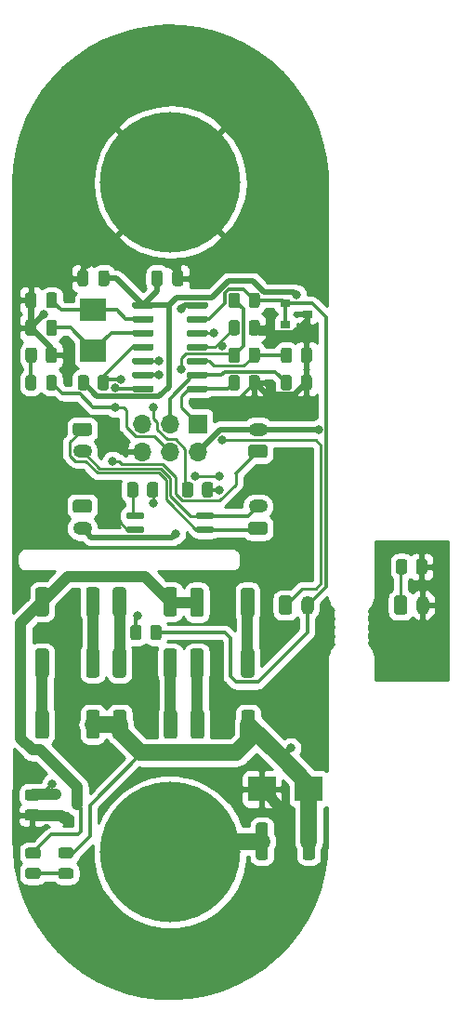
<source format=gbr>
G04 #@! TF.GenerationSoftware,KiCad,Pcbnew,5.1.10-88a1d61d58~88~ubuntu18.04.1*
G04 #@! TF.CreationDate,2021-11-17T22:12:39+08:00*
G04 #@! TF.ProjectId,ModuleV440,4d6f6475-6c65-4563-9434-302e6b696361,rev?*
G04 #@! TF.SameCoordinates,Original*
G04 #@! TF.FileFunction,Copper,L1,Top*
G04 #@! TF.FilePolarity,Positive*
%FSLAX46Y46*%
G04 Gerber Fmt 4.6, Leading zero omitted, Abs format (unit mm)*
G04 Created by KiCad (PCBNEW 5.1.10-88a1d61d58~88~ubuntu18.04.1) date 2021-11-17 22:12:39*
%MOMM*%
%LPD*%
G01*
G04 APERTURE LIST*
G04 #@! TA.AperFunction,ComponentPad*
%ADD10O,1.200000X1.750000*%
G04 #@! TD*
G04 #@! TA.AperFunction,SMDPad,CuDef*
%ADD11R,2.400000X2.000000*%
G04 #@! TD*
G04 #@! TA.AperFunction,ComponentPad*
%ADD12R,1.700000X1.700000*%
G04 #@! TD*
G04 #@! TA.AperFunction,ComponentPad*
%ADD13O,1.700000X1.700000*%
G04 #@! TD*
G04 #@! TA.AperFunction,SMDPad,CuDef*
%ADD14R,0.900000X0.800000*%
G04 #@! TD*
G04 #@! TA.AperFunction,ComponentPad*
%ADD15O,1.750000X1.200000*%
G04 #@! TD*
G04 #@! TA.AperFunction,SMDPad,CuDef*
%ADD16R,2.500000X2.300000*%
G04 #@! TD*
G04 #@! TA.AperFunction,ComponentPad*
%ADD17C,0.900000*%
G04 #@! TD*
G04 #@! TA.AperFunction,ComponentPad*
%ADD18C,12.800000*%
G04 #@! TD*
G04 #@! TA.AperFunction,ViaPad*
%ADD19C,0.800000*%
G04 #@! TD*
G04 #@! TA.AperFunction,Conductor*
%ADD20C,1.000000*%
G04 #@! TD*
G04 #@! TA.AperFunction,Conductor*
%ADD21C,0.500000*%
G04 #@! TD*
G04 #@! TA.AperFunction,Conductor*
%ADD22C,0.250000*%
G04 #@! TD*
G04 #@! TA.AperFunction,Conductor*
%ADD23C,0.300000*%
G04 #@! TD*
G04 #@! TA.AperFunction,Conductor*
%ADD24C,1.500000*%
G04 #@! TD*
G04 #@! TA.AperFunction,Conductor*
%ADD25C,0.254000*%
G04 #@! TD*
G04 #@! TA.AperFunction,Conductor*
%ADD26C,0.100000*%
G04 #@! TD*
G04 APERTURE END LIST*
G04 #@! TA.AperFunction,SMDPad,CuDef*
G36*
G01*
X138517600Y-79387599D02*
X138517600Y-80287601D01*
G75*
G02*
X138267601Y-80537600I-249999J0D01*
G01*
X137742599Y-80537600D01*
G75*
G02*
X137492600Y-80287601I0J249999D01*
G01*
X137492600Y-79387599D01*
G75*
G02*
X137742599Y-79137600I249999J0D01*
G01*
X138267601Y-79137600D01*
G75*
G02*
X138517600Y-79387599I0J-249999D01*
G01*
G37*
G04 #@! TD.AperFunction*
G04 #@! TA.AperFunction,SMDPad,CuDef*
G36*
G01*
X140342600Y-79387599D02*
X140342600Y-80287601D01*
G75*
G02*
X140092601Y-80537600I-249999J0D01*
G01*
X139567599Y-80537600D01*
G75*
G02*
X139317600Y-80287601I0J249999D01*
G01*
X139317600Y-79387599D01*
G75*
G02*
X139567599Y-79137600I249999J0D01*
G01*
X140092601Y-79137600D01*
G75*
G02*
X140342600Y-79387599I0J-249999D01*
G01*
G37*
G04 #@! TD.AperFunction*
D10*
X139917600Y-83337600D03*
G04 #@! TA.AperFunction,ComponentPad*
G36*
G01*
X137317600Y-83962601D02*
X137317600Y-82712599D01*
G75*
G02*
X137567599Y-82462600I249999J0D01*
G01*
X138267601Y-82462600D01*
G75*
G02*
X138517600Y-82712599I0J-249999D01*
G01*
X138517600Y-83962601D01*
G75*
G02*
X138267601Y-84212600I-249999J0D01*
G01*
X137567599Y-84212600D01*
G75*
G02*
X137317600Y-83962601I0J249999D01*
G01*
G37*
G04 #@! TD.AperFunction*
G04 #@! TA.AperFunction,SMDPad,CuDef*
G36*
G01*
X119017600Y-72387598D02*
X119017600Y-73287602D01*
G75*
G02*
X118767602Y-73537600I-249998J0D01*
G01*
X118242598Y-73537600D01*
G75*
G02*
X117992600Y-73287602I0J249998D01*
G01*
X117992600Y-72387598D01*
G75*
G02*
X118242598Y-72137600I249998J0D01*
G01*
X118767602Y-72137600D01*
G75*
G02*
X119017600Y-72387598I0J-249998D01*
G01*
G37*
G04 #@! TD.AperFunction*
G04 #@! TA.AperFunction,SMDPad,CuDef*
G36*
G01*
X120842600Y-72387598D02*
X120842600Y-73287602D01*
G75*
G02*
X120592602Y-73537600I-249998J0D01*
G01*
X120067598Y-73537600D01*
G75*
G02*
X119817600Y-73287602I0J249998D01*
G01*
X119817600Y-72387598D01*
G75*
G02*
X120067598Y-72137600I249998J0D01*
G01*
X120592602Y-72137600D01*
G75*
G02*
X120842600Y-72387598I0J-249998D01*
G01*
G37*
G04 #@! TD.AperFunction*
G04 #@! TA.AperFunction,SMDPad,CuDef*
G36*
G01*
X124067600Y-63537602D02*
X124067600Y-62637598D01*
G75*
G02*
X124317598Y-62387600I249998J0D01*
G01*
X124842602Y-62387600D01*
G75*
G02*
X125092600Y-62637598I0J-249998D01*
G01*
X125092600Y-63537602D01*
G75*
G02*
X124842602Y-63787600I-249998J0D01*
G01*
X124317598Y-63787600D01*
G75*
G02*
X124067600Y-63537602I0J249998D01*
G01*
G37*
G04 #@! TD.AperFunction*
G04 #@! TA.AperFunction,SMDPad,CuDef*
G36*
G01*
X122242600Y-63537602D02*
X122242600Y-62637598D01*
G75*
G02*
X122492598Y-62387600I249998J0D01*
G01*
X123017602Y-62387600D01*
G75*
G02*
X123267600Y-62637598I0J-249998D01*
G01*
X123267600Y-63537602D01*
G75*
G02*
X123017602Y-63787600I-249998J0D01*
G01*
X122492598Y-63787600D01*
G75*
G02*
X122242600Y-63537602I0J249998D01*
G01*
G37*
G04 #@! TD.AperFunction*
G04 #@! TA.AperFunction,SMDPad,CuDef*
G36*
G01*
X128817600Y-63537602D02*
X128817600Y-62637598D01*
G75*
G02*
X129067598Y-62387600I249998J0D01*
G01*
X129592602Y-62387600D01*
G75*
G02*
X129842600Y-62637598I0J-249998D01*
G01*
X129842600Y-63537602D01*
G75*
G02*
X129592602Y-63787600I-249998J0D01*
G01*
X129067598Y-63787600D01*
G75*
G02*
X128817600Y-63537602I0J249998D01*
G01*
G37*
G04 #@! TD.AperFunction*
G04 #@! TA.AperFunction,SMDPad,CuDef*
G36*
G01*
X126992600Y-63537602D02*
X126992600Y-62637598D01*
G75*
G02*
X127242598Y-62387600I249998J0D01*
G01*
X127767602Y-62387600D01*
G75*
G02*
X128017600Y-62637598I0J-249998D01*
G01*
X128017600Y-63537602D01*
G75*
G02*
X127767602Y-63787600I-249998J0D01*
G01*
X127242598Y-63787600D01*
G75*
G02*
X126992600Y-63537602I0J249998D01*
G01*
G37*
G04 #@! TD.AperFunction*
G04 #@! TA.AperFunction,SMDPad,CuDef*
G36*
G01*
X105617600Y-63543850D02*
X105617600Y-62631350D01*
G75*
G02*
X105861350Y-62387600I243750J0D01*
G01*
X106348850Y-62387600D01*
G75*
G02*
X106592600Y-62631350I0J-243750D01*
G01*
X106592600Y-63543850D01*
G75*
G02*
X106348850Y-63787600I-243750J0D01*
G01*
X105861350Y-63787600D01*
G75*
G02*
X105617600Y-63543850I0J243750D01*
G01*
G37*
G04 #@! TD.AperFunction*
G04 #@! TA.AperFunction,SMDPad,CuDef*
G36*
G01*
X103742600Y-63543850D02*
X103742600Y-62631350D01*
G75*
G02*
X103986350Y-62387600I243750J0D01*
G01*
X104473850Y-62387600D01*
G75*
G02*
X104717600Y-62631350I0J-243750D01*
G01*
X104717600Y-63543850D01*
G75*
G02*
X104473850Y-63787600I-243750J0D01*
G01*
X103986350Y-63787600D01*
G75*
G02*
X103742600Y-63543850I0J243750D01*
G01*
G37*
G04 #@! TD.AperFunction*
G04 #@! TA.AperFunction,SMDPad,CuDef*
G36*
G01*
X128817600Y-61037602D02*
X128817600Y-60137598D01*
G75*
G02*
X129067598Y-59887600I249998J0D01*
G01*
X129592602Y-59887600D01*
G75*
G02*
X129842600Y-60137598I0J-249998D01*
G01*
X129842600Y-61037602D01*
G75*
G02*
X129592602Y-61287600I-249998J0D01*
G01*
X129067598Y-61287600D01*
G75*
G02*
X128817600Y-61037602I0J249998D01*
G01*
G37*
G04 #@! TD.AperFunction*
G04 #@! TA.AperFunction,SMDPad,CuDef*
G36*
G01*
X126992600Y-61037602D02*
X126992600Y-60137598D01*
G75*
G02*
X127242598Y-59887600I249998J0D01*
G01*
X127767602Y-59887600D01*
G75*
G02*
X128017600Y-60137598I0J-249998D01*
G01*
X128017600Y-61037602D01*
G75*
G02*
X127767602Y-61287600I-249998J0D01*
G01*
X127242598Y-61287600D01*
G75*
G02*
X126992600Y-61037602I0J249998D01*
G01*
G37*
G04 #@! TD.AperFunction*
G04 #@! TA.AperFunction,SMDPad,CuDef*
G36*
G01*
X124067600Y-61037602D02*
X124067600Y-60137598D01*
G75*
G02*
X124317598Y-59887600I249998J0D01*
G01*
X124842602Y-59887600D01*
G75*
G02*
X125092600Y-60137598I0J-249998D01*
G01*
X125092600Y-61037602D01*
G75*
G02*
X124842602Y-61287600I-249998J0D01*
G01*
X124317598Y-61287600D01*
G75*
G02*
X124067600Y-61037602I0J249998D01*
G01*
G37*
G04 #@! TD.AperFunction*
G04 #@! TA.AperFunction,SMDPad,CuDef*
G36*
G01*
X122242600Y-61037602D02*
X122242600Y-60137598D01*
G75*
G02*
X122492598Y-59887600I249998J0D01*
G01*
X123017602Y-59887600D01*
G75*
G02*
X123267600Y-60137598I0J-249998D01*
G01*
X123267600Y-61037602D01*
G75*
G02*
X123017602Y-61287600I-249998J0D01*
G01*
X122492598Y-61287600D01*
G75*
G02*
X122242600Y-61037602I0J249998D01*
G01*
G37*
G04 #@! TD.AperFunction*
G04 #@! TA.AperFunction,SMDPad,CuDef*
G36*
G01*
X124067600Y-56037602D02*
X124067600Y-55137598D01*
G75*
G02*
X124317598Y-54887600I249998J0D01*
G01*
X124842602Y-54887600D01*
G75*
G02*
X125092600Y-55137598I0J-249998D01*
G01*
X125092600Y-56037602D01*
G75*
G02*
X124842602Y-56287600I-249998J0D01*
G01*
X124317598Y-56287600D01*
G75*
G02*
X124067600Y-56037602I0J249998D01*
G01*
G37*
G04 #@! TD.AperFunction*
G04 #@! TA.AperFunction,SMDPad,CuDef*
G36*
G01*
X122242600Y-56037602D02*
X122242600Y-55137598D01*
G75*
G02*
X122492598Y-54887600I249998J0D01*
G01*
X123017602Y-54887600D01*
G75*
G02*
X123267600Y-55137598I0J-249998D01*
G01*
X123267600Y-56037602D01*
G75*
G02*
X123017602Y-56287600I-249998J0D01*
G01*
X122492598Y-56287600D01*
G75*
G02*
X122242600Y-56037602I0J249998D01*
G01*
G37*
G04 #@! TD.AperFunction*
G04 #@! TA.AperFunction,SMDPad,CuDef*
G36*
G01*
X110317600Y-63537602D02*
X110317600Y-62637598D01*
G75*
G02*
X110567598Y-62387600I249998J0D01*
G01*
X111092602Y-62387600D01*
G75*
G02*
X111342600Y-62637598I0J-249998D01*
G01*
X111342600Y-63537602D01*
G75*
G02*
X111092602Y-63787600I-249998J0D01*
G01*
X110567598Y-63787600D01*
G75*
G02*
X110317600Y-63537602I0J249998D01*
G01*
G37*
G04 #@! TD.AperFunction*
G04 #@! TA.AperFunction,SMDPad,CuDef*
G36*
G01*
X108492600Y-63537602D02*
X108492600Y-62637598D01*
G75*
G02*
X108742598Y-62387600I249998J0D01*
G01*
X109267602Y-62387600D01*
G75*
G02*
X109517600Y-62637598I0J-249998D01*
G01*
X109517600Y-63537602D01*
G75*
G02*
X109267602Y-63787600I-249998J0D01*
G01*
X108742598Y-63787600D01*
G75*
G02*
X108492600Y-63537602I0J249998D01*
G01*
G37*
G04 #@! TD.AperFunction*
D11*
X109917600Y-60187600D03*
X109917600Y-56487600D03*
D12*
X119417600Y-66837600D03*
D13*
X119417600Y-69377600D03*
X116877600Y-66837600D03*
X116877600Y-69377600D03*
X114337600Y-66837600D03*
X114337600Y-69377600D03*
G04 #@! TA.AperFunction,SMDPad,CuDef*
G36*
G01*
X123267600Y-57637598D02*
X123267600Y-58537602D01*
G75*
G02*
X123017602Y-58787600I-249998J0D01*
G01*
X122492598Y-58787600D01*
G75*
G02*
X122242600Y-58537602I0J249998D01*
G01*
X122242600Y-57637598D01*
G75*
G02*
X122492598Y-57387600I249998J0D01*
G01*
X123017602Y-57387600D01*
G75*
G02*
X123267600Y-57637598I0J-249998D01*
G01*
G37*
G04 #@! TD.AperFunction*
G04 #@! TA.AperFunction,SMDPad,CuDef*
G36*
G01*
X125092600Y-57637598D02*
X125092600Y-58537602D01*
G75*
G02*
X124842602Y-58787600I-249998J0D01*
G01*
X124317598Y-58787600D01*
G75*
G02*
X124067600Y-58537602I0J249998D01*
G01*
X124067600Y-57637598D01*
G75*
G02*
X124317598Y-57387600I249998J0D01*
G01*
X124842602Y-57387600D01*
G75*
G02*
X125092600Y-57637598I0J-249998D01*
G01*
G37*
G04 #@! TD.AperFunction*
G04 #@! TA.AperFunction,SMDPad,CuDef*
G36*
G01*
X104767600Y-60137598D02*
X104767600Y-61037602D01*
G75*
G02*
X104517602Y-61287600I-249998J0D01*
G01*
X103992598Y-61287600D01*
G75*
G02*
X103742600Y-61037602I0J249998D01*
G01*
X103742600Y-60137598D01*
G75*
G02*
X103992598Y-59887600I249998J0D01*
G01*
X104517602Y-59887600D01*
G75*
G02*
X104767600Y-60137598I0J-249998D01*
G01*
G37*
G04 #@! TD.AperFunction*
G04 #@! TA.AperFunction,SMDPad,CuDef*
G36*
G01*
X106592600Y-60137598D02*
X106592600Y-61037602D01*
G75*
G02*
X106342602Y-61287600I-249998J0D01*
G01*
X105817598Y-61287600D01*
G75*
G02*
X105567600Y-61037602I0J249998D01*
G01*
X105567600Y-60137598D01*
G75*
G02*
X105817598Y-59887600I249998J0D01*
G01*
X106342602Y-59887600D01*
G75*
G02*
X106592600Y-60137598I0J-249998D01*
G01*
G37*
G04 #@! TD.AperFunction*
D14*
X129417600Y-56837600D03*
X127417600Y-57787600D03*
X127417600Y-55887600D03*
G04 #@! TA.AperFunction,SMDPad,CuDef*
G36*
G01*
X104717600Y-57612600D02*
X104717600Y-58562600D01*
G75*
G02*
X104467600Y-58812600I-250000J0D01*
G01*
X103967600Y-58812600D01*
G75*
G02*
X103717600Y-58562600I0J250000D01*
G01*
X103717600Y-57612600D01*
G75*
G02*
X103967600Y-57362600I250000J0D01*
G01*
X104467600Y-57362600D01*
G75*
G02*
X104717600Y-57612600I0J-250000D01*
G01*
G37*
G04 #@! TD.AperFunction*
G04 #@! TA.AperFunction,SMDPad,CuDef*
G36*
G01*
X106617600Y-57612600D02*
X106617600Y-58562600D01*
G75*
G02*
X106367600Y-58812600I-250000J0D01*
G01*
X105867600Y-58812600D01*
G75*
G02*
X105617600Y-58562600I0J250000D01*
G01*
X105617600Y-57612600D01*
G75*
G02*
X105867600Y-57362600I250000J0D01*
G01*
X106367600Y-57362600D01*
G75*
G02*
X106617600Y-57612600I0J-250000D01*
G01*
G37*
G04 #@! TD.AperFunction*
G04 #@! TA.AperFunction,SMDPad,CuDef*
G36*
G01*
X104717600Y-55112600D02*
X104717600Y-56062600D01*
G75*
G02*
X104467600Y-56312600I-250000J0D01*
G01*
X103967600Y-56312600D01*
G75*
G02*
X103717600Y-56062600I0J250000D01*
G01*
X103717600Y-55112600D01*
G75*
G02*
X103967600Y-54862600I250000J0D01*
G01*
X104467600Y-54862600D01*
G75*
G02*
X104717600Y-55112600I0J-250000D01*
G01*
G37*
G04 #@! TD.AperFunction*
G04 #@! TA.AperFunction,SMDPad,CuDef*
G36*
G01*
X106617600Y-55112600D02*
X106617600Y-56062600D01*
G75*
G02*
X106367600Y-56312600I-250000J0D01*
G01*
X105867600Y-56312600D01*
G75*
G02*
X105617600Y-56062600I0J250000D01*
G01*
X105617600Y-55112600D01*
G75*
G02*
X105867600Y-54862600I250000J0D01*
G01*
X106367600Y-54862600D01*
G75*
G02*
X106617600Y-55112600I0J-250000D01*
G01*
G37*
G04 #@! TD.AperFunction*
G04 #@! TA.AperFunction,SMDPad,CuDef*
G36*
G01*
X117117600Y-54062600D02*
X117117600Y-53112600D01*
G75*
G02*
X117367600Y-52862600I250000J0D01*
G01*
X117867600Y-52862600D01*
G75*
G02*
X118117600Y-53112600I0J-250000D01*
G01*
X118117600Y-54062600D01*
G75*
G02*
X117867600Y-54312600I-250000J0D01*
G01*
X117367600Y-54312600D01*
G75*
G02*
X117117600Y-54062600I0J250000D01*
G01*
G37*
G04 #@! TD.AperFunction*
G04 #@! TA.AperFunction,SMDPad,CuDef*
G36*
G01*
X115217600Y-54062600D02*
X115217600Y-53112600D01*
G75*
G02*
X115467600Y-52862600I250000J0D01*
G01*
X115967600Y-52862600D01*
G75*
G02*
X116217600Y-53112600I0J-250000D01*
G01*
X116217600Y-54062600D01*
G75*
G02*
X115967600Y-54312600I-250000J0D01*
G01*
X115467600Y-54312600D01*
G75*
G02*
X115217600Y-54062600I0J250000D01*
G01*
G37*
G04 #@! TD.AperFunction*
G04 #@! TA.AperFunction,SMDPad,CuDef*
G36*
G01*
X109467600Y-53112600D02*
X109467600Y-54062600D01*
G75*
G02*
X109217600Y-54312600I-250000J0D01*
G01*
X108717600Y-54312600D01*
G75*
G02*
X108467600Y-54062600I0J250000D01*
G01*
X108467600Y-53112600D01*
G75*
G02*
X108717600Y-52862600I250000J0D01*
G01*
X109217600Y-52862600D01*
G75*
G02*
X109467600Y-53112600I0J-250000D01*
G01*
G37*
G04 #@! TD.AperFunction*
G04 #@! TA.AperFunction,SMDPad,CuDef*
G36*
G01*
X111367600Y-53112600D02*
X111367600Y-54062600D01*
G75*
G02*
X111117600Y-54312600I-250000J0D01*
G01*
X110617600Y-54312600D01*
G75*
G02*
X110367600Y-54062600I0J250000D01*
G01*
X110367600Y-53112600D01*
G75*
G02*
X110617600Y-52862600I250000J0D01*
G01*
X111117600Y-52862600D01*
G75*
G02*
X111367600Y-53112600I0J-250000D01*
G01*
G37*
G04 #@! TD.AperFunction*
G04 #@! TA.AperFunction,SMDPad,CuDef*
G36*
G01*
X118417600Y-56177600D02*
X118417600Y-55877600D01*
G75*
G02*
X118567600Y-55727600I150000J0D01*
G01*
X120217600Y-55727600D01*
G75*
G02*
X120367600Y-55877600I0J-150000D01*
G01*
X120367600Y-56177600D01*
G75*
G02*
X120217600Y-56327600I-150000J0D01*
G01*
X118567600Y-56327600D01*
G75*
G02*
X118417600Y-56177600I0J150000D01*
G01*
G37*
G04 #@! TD.AperFunction*
G04 #@! TA.AperFunction,SMDPad,CuDef*
G36*
G01*
X118417600Y-57447600D02*
X118417600Y-57147600D01*
G75*
G02*
X118567600Y-56997600I150000J0D01*
G01*
X120217600Y-56997600D01*
G75*
G02*
X120367600Y-57147600I0J-150000D01*
G01*
X120367600Y-57447600D01*
G75*
G02*
X120217600Y-57597600I-150000J0D01*
G01*
X118567600Y-57597600D01*
G75*
G02*
X118417600Y-57447600I0J150000D01*
G01*
G37*
G04 #@! TD.AperFunction*
G04 #@! TA.AperFunction,SMDPad,CuDef*
G36*
G01*
X118417600Y-58717600D02*
X118417600Y-58417600D01*
G75*
G02*
X118567600Y-58267600I150000J0D01*
G01*
X120217600Y-58267600D01*
G75*
G02*
X120367600Y-58417600I0J-150000D01*
G01*
X120367600Y-58717600D01*
G75*
G02*
X120217600Y-58867600I-150000J0D01*
G01*
X118567600Y-58867600D01*
G75*
G02*
X118417600Y-58717600I0J150000D01*
G01*
G37*
G04 #@! TD.AperFunction*
G04 #@! TA.AperFunction,SMDPad,CuDef*
G36*
G01*
X118417600Y-59987600D02*
X118417600Y-59687600D01*
G75*
G02*
X118567600Y-59537600I150000J0D01*
G01*
X120217600Y-59537600D01*
G75*
G02*
X120367600Y-59687600I0J-150000D01*
G01*
X120367600Y-59987600D01*
G75*
G02*
X120217600Y-60137600I-150000J0D01*
G01*
X118567600Y-60137600D01*
G75*
G02*
X118417600Y-59987600I0J150000D01*
G01*
G37*
G04 #@! TD.AperFunction*
G04 #@! TA.AperFunction,SMDPad,CuDef*
G36*
G01*
X118417600Y-61257600D02*
X118417600Y-60957600D01*
G75*
G02*
X118567600Y-60807600I150000J0D01*
G01*
X120217600Y-60807600D01*
G75*
G02*
X120367600Y-60957600I0J-150000D01*
G01*
X120367600Y-61257600D01*
G75*
G02*
X120217600Y-61407600I-150000J0D01*
G01*
X118567600Y-61407600D01*
G75*
G02*
X118417600Y-61257600I0J150000D01*
G01*
G37*
G04 #@! TD.AperFunction*
G04 #@! TA.AperFunction,SMDPad,CuDef*
G36*
G01*
X118417600Y-62527600D02*
X118417600Y-62227600D01*
G75*
G02*
X118567600Y-62077600I150000J0D01*
G01*
X120217600Y-62077600D01*
G75*
G02*
X120367600Y-62227600I0J-150000D01*
G01*
X120367600Y-62527600D01*
G75*
G02*
X120217600Y-62677600I-150000J0D01*
G01*
X118567600Y-62677600D01*
G75*
G02*
X118417600Y-62527600I0J150000D01*
G01*
G37*
G04 #@! TD.AperFunction*
G04 #@! TA.AperFunction,SMDPad,CuDef*
G36*
G01*
X118417600Y-63797600D02*
X118417600Y-63497600D01*
G75*
G02*
X118567600Y-63347600I150000J0D01*
G01*
X120217600Y-63347600D01*
G75*
G02*
X120367600Y-63497600I0J-150000D01*
G01*
X120367600Y-63797600D01*
G75*
G02*
X120217600Y-63947600I-150000J0D01*
G01*
X118567600Y-63947600D01*
G75*
G02*
X118417600Y-63797600I0J150000D01*
G01*
G37*
G04 #@! TD.AperFunction*
G04 #@! TA.AperFunction,SMDPad,CuDef*
G36*
G01*
X113467600Y-63797600D02*
X113467600Y-63497600D01*
G75*
G02*
X113617600Y-63347600I150000J0D01*
G01*
X115267600Y-63347600D01*
G75*
G02*
X115417600Y-63497600I0J-150000D01*
G01*
X115417600Y-63797600D01*
G75*
G02*
X115267600Y-63947600I-150000J0D01*
G01*
X113617600Y-63947600D01*
G75*
G02*
X113467600Y-63797600I0J150000D01*
G01*
G37*
G04 #@! TD.AperFunction*
G04 #@! TA.AperFunction,SMDPad,CuDef*
G36*
G01*
X113467600Y-62527600D02*
X113467600Y-62227600D01*
G75*
G02*
X113617600Y-62077600I150000J0D01*
G01*
X115267600Y-62077600D01*
G75*
G02*
X115417600Y-62227600I0J-150000D01*
G01*
X115417600Y-62527600D01*
G75*
G02*
X115267600Y-62677600I-150000J0D01*
G01*
X113617600Y-62677600D01*
G75*
G02*
X113467600Y-62527600I0J150000D01*
G01*
G37*
G04 #@! TD.AperFunction*
G04 #@! TA.AperFunction,SMDPad,CuDef*
G36*
G01*
X113467600Y-61257600D02*
X113467600Y-60957600D01*
G75*
G02*
X113617600Y-60807600I150000J0D01*
G01*
X115267600Y-60807600D01*
G75*
G02*
X115417600Y-60957600I0J-150000D01*
G01*
X115417600Y-61257600D01*
G75*
G02*
X115267600Y-61407600I-150000J0D01*
G01*
X113617600Y-61407600D01*
G75*
G02*
X113467600Y-61257600I0J150000D01*
G01*
G37*
G04 #@! TD.AperFunction*
G04 #@! TA.AperFunction,SMDPad,CuDef*
G36*
G01*
X113467600Y-59987600D02*
X113467600Y-59687600D01*
G75*
G02*
X113617600Y-59537600I150000J0D01*
G01*
X115267600Y-59537600D01*
G75*
G02*
X115417600Y-59687600I0J-150000D01*
G01*
X115417600Y-59987600D01*
G75*
G02*
X115267600Y-60137600I-150000J0D01*
G01*
X113617600Y-60137600D01*
G75*
G02*
X113467600Y-59987600I0J150000D01*
G01*
G37*
G04 #@! TD.AperFunction*
G04 #@! TA.AperFunction,SMDPad,CuDef*
G36*
G01*
X113467600Y-58717600D02*
X113467600Y-58417600D01*
G75*
G02*
X113617600Y-58267600I150000J0D01*
G01*
X115267600Y-58267600D01*
G75*
G02*
X115417600Y-58417600I0J-150000D01*
G01*
X115417600Y-58717600D01*
G75*
G02*
X115267600Y-58867600I-150000J0D01*
G01*
X113617600Y-58867600D01*
G75*
G02*
X113467600Y-58717600I0J150000D01*
G01*
G37*
G04 #@! TD.AperFunction*
G04 #@! TA.AperFunction,SMDPad,CuDef*
G36*
G01*
X113467600Y-57447600D02*
X113467600Y-57147600D01*
G75*
G02*
X113617600Y-56997600I150000J0D01*
G01*
X115267600Y-56997600D01*
G75*
G02*
X115417600Y-57147600I0J-150000D01*
G01*
X115417600Y-57447600D01*
G75*
G02*
X115267600Y-57597600I-150000J0D01*
G01*
X113617600Y-57597600D01*
G75*
G02*
X113467600Y-57447600I0J150000D01*
G01*
G37*
G04 #@! TD.AperFunction*
G04 #@! TA.AperFunction,SMDPad,CuDef*
G36*
G01*
X113467600Y-56177600D02*
X113467600Y-55877600D01*
G75*
G02*
X113617600Y-55727600I150000J0D01*
G01*
X115267600Y-55727600D01*
G75*
G02*
X115417600Y-55877600I0J-150000D01*
G01*
X115417600Y-56177600D01*
G75*
G02*
X115267600Y-56327600I-150000J0D01*
G01*
X113617600Y-56327600D01*
G75*
G02*
X113467600Y-56177600I0J150000D01*
G01*
G37*
G04 #@! TD.AperFunction*
G04 #@! TA.AperFunction,SMDPad,CuDef*
G36*
G01*
X119967600Y-82012599D02*
X119967600Y-84162601D01*
G75*
G02*
X119717601Y-84412600I-249999J0D01*
G01*
X118992599Y-84412600D01*
G75*
G02*
X118742600Y-84162601I0J249999D01*
G01*
X118742600Y-82012599D01*
G75*
G02*
X118992599Y-81762600I249999J0D01*
G01*
X119717601Y-81762600D01*
G75*
G02*
X119967600Y-82012599I0J-249999D01*
G01*
G37*
G04 #@! TD.AperFunction*
G04 #@! TA.AperFunction,SMDPad,CuDef*
G36*
G01*
X124592600Y-82012599D02*
X124592600Y-84162601D01*
G75*
G02*
X124342601Y-84412600I-249999J0D01*
G01*
X123617599Y-84412600D01*
G75*
G02*
X123367600Y-84162601I0J249999D01*
G01*
X123367600Y-82012599D01*
G75*
G02*
X123617599Y-81762600I249999J0D01*
G01*
X124342601Y-81762600D01*
G75*
G02*
X124592600Y-82012599I0J-249999D01*
G01*
G37*
G04 #@! TD.AperFunction*
G04 #@! TA.AperFunction,SMDPad,CuDef*
G36*
G01*
X116317600Y-84112601D02*
X116317600Y-81962599D01*
G75*
G02*
X116567599Y-81712600I249999J0D01*
G01*
X117292601Y-81712600D01*
G75*
G02*
X117542600Y-81962599I0J-249999D01*
G01*
X117542600Y-84112601D01*
G75*
G02*
X117292601Y-84362600I-249999J0D01*
G01*
X116567599Y-84362600D01*
G75*
G02*
X116317600Y-84112601I0J249999D01*
G01*
G37*
G04 #@! TD.AperFunction*
G04 #@! TA.AperFunction,SMDPad,CuDef*
G36*
G01*
X111692600Y-84112601D02*
X111692600Y-81962599D01*
G75*
G02*
X111942599Y-81712600I249999J0D01*
G01*
X112667601Y-81712600D01*
G75*
G02*
X112917600Y-81962599I0J-249999D01*
G01*
X112917600Y-84112601D01*
G75*
G02*
X112667601Y-84362600I-249999J0D01*
G01*
X111942599Y-84362600D01*
G75*
G02*
X111692600Y-84112601I0J249999D01*
G01*
G37*
G04 #@! TD.AperFunction*
G04 #@! TA.AperFunction,SMDPad,CuDef*
G36*
G01*
X123367600Y-89687601D02*
X123367600Y-87537599D01*
G75*
G02*
X123617599Y-87287600I249999J0D01*
G01*
X124342601Y-87287600D01*
G75*
G02*
X124592600Y-87537599I0J-249999D01*
G01*
X124592600Y-89687601D01*
G75*
G02*
X124342601Y-89937600I-249999J0D01*
G01*
X123617599Y-89937600D01*
G75*
G02*
X123367600Y-89687601I0J249999D01*
G01*
G37*
G04 #@! TD.AperFunction*
G04 #@! TA.AperFunction,SMDPad,CuDef*
G36*
G01*
X118742600Y-89687601D02*
X118742600Y-87537599D01*
G75*
G02*
X118992599Y-87287600I249999J0D01*
G01*
X119717601Y-87287600D01*
G75*
G02*
X119967600Y-87537599I0J-249999D01*
G01*
X119967600Y-89687601D01*
G75*
G02*
X119717601Y-89937600I-249999J0D01*
G01*
X118992599Y-89937600D01*
G75*
G02*
X118742600Y-89687601I0J249999D01*
G01*
G37*
G04 #@! TD.AperFunction*
G04 #@! TA.AperFunction,SMDPad,CuDef*
G36*
G01*
X112917600Y-87537599D02*
X112917600Y-89687601D01*
G75*
G02*
X112667601Y-89937600I-249999J0D01*
G01*
X111942599Y-89937600D01*
G75*
G02*
X111692600Y-89687601I0J249999D01*
G01*
X111692600Y-87537599D01*
G75*
G02*
X111942599Y-87287600I249999J0D01*
G01*
X112667601Y-87287600D01*
G75*
G02*
X112917600Y-87537599I0J-249999D01*
G01*
G37*
G04 #@! TD.AperFunction*
G04 #@! TA.AperFunction,SMDPad,CuDef*
G36*
G01*
X117542600Y-87537599D02*
X117542600Y-89687601D01*
G75*
G02*
X117292601Y-89937600I-249999J0D01*
G01*
X116567599Y-89937600D01*
G75*
G02*
X116317600Y-89687601I0J249999D01*
G01*
X116317600Y-87537599D01*
G75*
G02*
X116567599Y-87287600I249999J0D01*
G01*
X117292601Y-87287600D01*
G75*
G02*
X117542600Y-87537599I0J-249999D01*
G01*
G37*
G04 #@! TD.AperFunction*
G04 #@! TA.AperFunction,SMDPad,CuDef*
G36*
G01*
X120017600Y-93112599D02*
X120017600Y-95262601D01*
G75*
G02*
X119767601Y-95512600I-249999J0D01*
G01*
X119042599Y-95512600D01*
G75*
G02*
X118792600Y-95262601I0J249999D01*
G01*
X118792600Y-93112599D01*
G75*
G02*
X119042599Y-92862600I249999J0D01*
G01*
X119767601Y-92862600D01*
G75*
G02*
X120017600Y-93112599I0J-249999D01*
G01*
G37*
G04 #@! TD.AperFunction*
G04 #@! TA.AperFunction,SMDPad,CuDef*
G36*
G01*
X124642600Y-93112599D02*
X124642600Y-95262601D01*
G75*
G02*
X124392601Y-95512600I-249999J0D01*
G01*
X123667599Y-95512600D01*
G75*
G02*
X123417600Y-95262601I0J249999D01*
G01*
X123417600Y-93112599D01*
G75*
G02*
X123667599Y-92862600I249999J0D01*
G01*
X124392601Y-92862600D01*
G75*
G02*
X124642600Y-93112599I0J-249999D01*
G01*
G37*
G04 #@! TD.AperFunction*
G04 #@! TA.AperFunction,SMDPad,CuDef*
G36*
G01*
X116342600Y-95262601D02*
X116342600Y-93112599D01*
G75*
G02*
X116592599Y-92862600I249999J0D01*
G01*
X117317601Y-92862600D01*
G75*
G02*
X117567600Y-93112599I0J-249999D01*
G01*
X117567600Y-95262601D01*
G75*
G02*
X117317601Y-95512600I-249999J0D01*
G01*
X116592599Y-95512600D01*
G75*
G02*
X116342600Y-95262601I0J249999D01*
G01*
G37*
G04 #@! TD.AperFunction*
G04 #@! TA.AperFunction,SMDPad,CuDef*
G36*
G01*
X111717600Y-95262601D02*
X111717600Y-93112599D01*
G75*
G02*
X111967599Y-92862600I249999J0D01*
G01*
X112692601Y-92862600D01*
G75*
G02*
X112942600Y-93112599I0J-249999D01*
G01*
X112942600Y-95262601D01*
G75*
G02*
X112692601Y-95512600I-249999J0D01*
G01*
X111967599Y-95512600D01*
G75*
G02*
X111717600Y-95262601I0J249999D01*
G01*
G37*
G04 #@! TD.AperFunction*
G04 #@! TA.AperFunction,SMDPad,CuDef*
G36*
G01*
X105867600Y-81962599D02*
X105867600Y-84112601D01*
G75*
G02*
X105617601Y-84362600I-249999J0D01*
G01*
X104892599Y-84362600D01*
G75*
G02*
X104642600Y-84112601I0J249999D01*
G01*
X104642600Y-81962599D01*
G75*
G02*
X104892599Y-81712600I249999J0D01*
G01*
X105617601Y-81712600D01*
G75*
G02*
X105867600Y-81962599I0J-249999D01*
G01*
G37*
G04 #@! TD.AperFunction*
G04 #@! TA.AperFunction,SMDPad,CuDef*
G36*
G01*
X110492600Y-81962599D02*
X110492600Y-84112601D01*
G75*
G02*
X110242601Y-84362600I-249999J0D01*
G01*
X109517599Y-84362600D01*
G75*
G02*
X109267600Y-84112601I0J249999D01*
G01*
X109267600Y-81962599D01*
G75*
G02*
X109517599Y-81712600I249999J0D01*
G01*
X110242601Y-81712600D01*
G75*
G02*
X110492600Y-81962599I0J-249999D01*
G01*
G37*
G04 #@! TD.AperFunction*
G04 #@! TA.AperFunction,SMDPad,CuDef*
G36*
G01*
X109267600Y-89687601D02*
X109267600Y-87537599D01*
G75*
G02*
X109517599Y-87287600I249999J0D01*
G01*
X110242601Y-87287600D01*
G75*
G02*
X110492600Y-87537599I0J-249999D01*
G01*
X110492600Y-89687601D01*
G75*
G02*
X110242601Y-89937600I-249999J0D01*
G01*
X109517599Y-89937600D01*
G75*
G02*
X109267600Y-89687601I0J249999D01*
G01*
G37*
G04 #@! TD.AperFunction*
G04 #@! TA.AperFunction,SMDPad,CuDef*
G36*
G01*
X104642600Y-89687601D02*
X104642600Y-87537599D01*
G75*
G02*
X104892599Y-87287600I249999J0D01*
G01*
X105617601Y-87287600D01*
G75*
G02*
X105867600Y-87537599I0J-249999D01*
G01*
X105867600Y-89687601D01*
G75*
G02*
X105617601Y-89937600I-249999J0D01*
G01*
X104892599Y-89937600D01*
G75*
G02*
X104642600Y-89687601I0J249999D01*
G01*
G37*
G04 #@! TD.AperFunction*
G04 #@! TA.AperFunction,SMDPad,CuDef*
G36*
G01*
X105867600Y-93112599D02*
X105867600Y-95262601D01*
G75*
G02*
X105617601Y-95512600I-249999J0D01*
G01*
X104892599Y-95512600D01*
G75*
G02*
X104642600Y-95262601I0J249999D01*
G01*
X104642600Y-93112599D01*
G75*
G02*
X104892599Y-92862600I249999J0D01*
G01*
X105617601Y-92862600D01*
G75*
G02*
X105867600Y-93112599I0J-249999D01*
G01*
G37*
G04 #@! TD.AperFunction*
G04 #@! TA.AperFunction,SMDPad,CuDef*
G36*
G01*
X110492600Y-93112599D02*
X110492600Y-95262601D01*
G75*
G02*
X110242601Y-95512600I-249999J0D01*
G01*
X109517599Y-95512600D01*
G75*
G02*
X109267600Y-95262601I0J249999D01*
G01*
X109267600Y-93112599D01*
G75*
G02*
X109517599Y-92862600I249999J0D01*
G01*
X110242601Y-92862600D01*
G75*
G02*
X110492600Y-93112599I0J-249999D01*
G01*
G37*
G04 #@! TD.AperFunction*
G04 #@! TA.AperFunction,SMDPad,CuDef*
G36*
G01*
X119292600Y-75352600D02*
X119292600Y-75052600D01*
G75*
G02*
X119442600Y-74902600I150000J0D01*
G01*
X120767600Y-74902600D01*
G75*
G02*
X120917600Y-75052600I0J-150000D01*
G01*
X120917600Y-75352600D01*
G75*
G02*
X120767600Y-75502600I-150000J0D01*
G01*
X119442600Y-75502600D01*
G75*
G02*
X119292600Y-75352600I0J150000D01*
G01*
G37*
G04 #@! TD.AperFunction*
G04 #@! TA.AperFunction,SMDPad,CuDef*
G36*
G01*
X119292600Y-76622600D02*
X119292600Y-76322600D01*
G75*
G02*
X119442600Y-76172600I150000J0D01*
G01*
X120767600Y-76172600D01*
G75*
G02*
X120917600Y-76322600I0J-150000D01*
G01*
X120917600Y-76622600D01*
G75*
G02*
X120767600Y-76772600I-150000J0D01*
G01*
X119442600Y-76772600D01*
G75*
G02*
X119292600Y-76622600I0J150000D01*
G01*
G37*
G04 #@! TD.AperFunction*
G04 #@! TA.AperFunction,SMDPad,CuDef*
G36*
G01*
X112917600Y-76622600D02*
X112917600Y-76322600D01*
G75*
G02*
X113067600Y-76172600I150000J0D01*
G01*
X114392600Y-76172600D01*
G75*
G02*
X114542600Y-76322600I0J-150000D01*
G01*
X114542600Y-76622600D01*
G75*
G02*
X114392600Y-76772600I-150000J0D01*
G01*
X113067600Y-76772600D01*
G75*
G02*
X112917600Y-76622600I0J150000D01*
G01*
G37*
G04 #@! TD.AperFunction*
G04 #@! TA.AperFunction,SMDPad,CuDef*
G36*
G01*
X112917600Y-75352600D02*
X112917600Y-75052600D01*
G75*
G02*
X113067600Y-74902600I150000J0D01*
G01*
X114392600Y-74902600D01*
G75*
G02*
X114542600Y-75052600I0J-150000D01*
G01*
X114542600Y-75352600D01*
G75*
G02*
X114392600Y-75502600I-150000J0D01*
G01*
X113067600Y-75502600D01*
G75*
G02*
X112917600Y-75352600I0J150000D01*
G01*
G37*
G04 #@! TD.AperFunction*
D15*
X124917600Y-74337600D03*
G04 #@! TA.AperFunction,ComponentPad*
G36*
G01*
X125542601Y-76937600D02*
X124292599Y-76937600D01*
G75*
G02*
X124042600Y-76687601I0J249999D01*
G01*
X124042600Y-75987599D01*
G75*
G02*
X124292599Y-75737600I249999J0D01*
G01*
X125542601Y-75737600D01*
G75*
G02*
X125792600Y-75987599I0J-249999D01*
G01*
X125792600Y-76687601D01*
G75*
G02*
X125542601Y-76937600I-249999J0D01*
G01*
G37*
G04 #@! TD.AperFunction*
X108917600Y-76337600D03*
G04 #@! TA.AperFunction,ComponentPad*
G36*
G01*
X108292599Y-73737600D02*
X109542601Y-73737600D01*
G75*
G02*
X109792600Y-73987599I0J-249999D01*
G01*
X109792600Y-74687601D01*
G75*
G02*
X109542601Y-74937600I-249999J0D01*
G01*
X108292599Y-74937600D01*
G75*
G02*
X108042600Y-74687601I0J249999D01*
G01*
X108042600Y-73987599D01*
G75*
G02*
X108292599Y-73737600I249999J0D01*
G01*
G37*
G04 #@! TD.AperFunction*
D16*
X125267600Y-100087600D03*
X129567600Y-100087600D03*
G04 #@! TA.AperFunction,SMDPad,CuDef*
G36*
G01*
X114317600Y-85387598D02*
X114317600Y-86287602D01*
G75*
G02*
X114067602Y-86537600I-249998J0D01*
G01*
X113542598Y-86537600D01*
G75*
G02*
X113292600Y-86287602I0J249998D01*
G01*
X113292600Y-85387598D01*
G75*
G02*
X113542598Y-85137600I249998J0D01*
G01*
X114067602Y-85137600D01*
G75*
G02*
X114317600Y-85387598I0J-249998D01*
G01*
G37*
G04 #@! TD.AperFunction*
G04 #@! TA.AperFunction,SMDPad,CuDef*
G36*
G01*
X116142600Y-85387598D02*
X116142600Y-86287602D01*
G75*
G02*
X115892602Y-86537600I-249998J0D01*
G01*
X115367598Y-86537600D01*
G75*
G02*
X115117600Y-86287602I0J249998D01*
G01*
X115117600Y-85387598D01*
G75*
G02*
X115367598Y-85137600I249998J0D01*
G01*
X115892602Y-85137600D01*
G75*
G02*
X116142600Y-85387598I0J-249998D01*
G01*
G37*
G04 #@! TD.AperFunction*
G04 #@! TA.AperFunction,SMDPad,CuDef*
G36*
G01*
X103967598Y-107237600D02*
X104867602Y-107237600D01*
G75*
G02*
X105117600Y-107487598I0J-249998D01*
G01*
X105117600Y-108012602D01*
G75*
G02*
X104867602Y-108262600I-249998J0D01*
G01*
X103967598Y-108262600D01*
G75*
G02*
X103717600Y-108012602I0J249998D01*
G01*
X103717600Y-107487598D01*
G75*
G02*
X103967598Y-107237600I249998J0D01*
G01*
G37*
G04 #@! TD.AperFunction*
G04 #@! TA.AperFunction,SMDPad,CuDef*
G36*
G01*
X103967598Y-105412600D02*
X104867602Y-105412600D01*
G75*
G02*
X105117600Y-105662598I0J-249998D01*
G01*
X105117600Y-106187602D01*
G75*
G02*
X104867602Y-106437600I-249998J0D01*
G01*
X103967598Y-106437600D01*
G75*
G02*
X103717600Y-106187602I0J249998D01*
G01*
X103717600Y-105662598D01*
G75*
G02*
X103967598Y-105412600I249998J0D01*
G01*
G37*
G04 #@! TD.AperFunction*
G04 #@! TA.AperFunction,SMDPad,CuDef*
G36*
G01*
X103917598Y-101937600D02*
X104817602Y-101937600D01*
G75*
G02*
X105067600Y-102187598I0J-249998D01*
G01*
X105067600Y-102712602D01*
G75*
G02*
X104817602Y-102962600I-249998J0D01*
G01*
X103917598Y-102962600D01*
G75*
G02*
X103667600Y-102712602I0J249998D01*
G01*
X103667600Y-102187598D01*
G75*
G02*
X103917598Y-101937600I249998J0D01*
G01*
G37*
G04 #@! TD.AperFunction*
G04 #@! TA.AperFunction,SMDPad,CuDef*
G36*
G01*
X103917598Y-100112600D02*
X104817602Y-100112600D01*
G75*
G02*
X105067600Y-100362598I0J-249998D01*
G01*
X105067600Y-100887602D01*
G75*
G02*
X104817602Y-101137600I-249998J0D01*
G01*
X103917598Y-101137600D01*
G75*
G02*
X103667600Y-100887602I0J249998D01*
G01*
X103667600Y-100362598D01*
G75*
G02*
X103917598Y-100112600I249998J0D01*
G01*
G37*
G04 #@! TD.AperFunction*
G04 #@! TA.AperFunction,SMDPad,CuDef*
G36*
G01*
X114817600Y-73287602D02*
X114817600Y-72387598D01*
G75*
G02*
X115067598Y-72137600I249998J0D01*
G01*
X115592602Y-72137600D01*
G75*
G02*
X115842600Y-72387598I0J-249998D01*
G01*
X115842600Y-73287602D01*
G75*
G02*
X115592602Y-73537600I-249998J0D01*
G01*
X115067598Y-73537600D01*
G75*
G02*
X114817600Y-73287602I0J249998D01*
G01*
G37*
G04 #@! TD.AperFunction*
G04 #@! TA.AperFunction,SMDPad,CuDef*
G36*
G01*
X112992600Y-73287602D02*
X112992600Y-72387598D01*
G75*
G02*
X113242598Y-72137600I249998J0D01*
G01*
X113767602Y-72137600D01*
G75*
G02*
X114017600Y-72387598I0J-249998D01*
G01*
X114017600Y-73287602D01*
G75*
G02*
X113767602Y-73537600I-249998J0D01*
G01*
X113242598Y-73537600D01*
G75*
G02*
X112992600Y-73287602I0J249998D01*
G01*
G37*
G04 #@! TD.AperFunction*
G04 #@! TA.AperFunction,SMDPad,CuDef*
G36*
G01*
X125842600Y-103387598D02*
X125842600Y-106287602D01*
G75*
G02*
X125592602Y-106537600I-249998J0D01*
G01*
X124967598Y-106537600D01*
G75*
G02*
X124717600Y-106287602I0J249998D01*
G01*
X124717600Y-103387598D01*
G75*
G02*
X124967598Y-103137600I249998J0D01*
G01*
X125592602Y-103137600D01*
G75*
G02*
X125842600Y-103387598I0J-249998D01*
G01*
G37*
G04 #@! TD.AperFunction*
G04 #@! TA.AperFunction,SMDPad,CuDef*
G36*
G01*
X130117600Y-103387598D02*
X130117600Y-106287602D01*
G75*
G02*
X129867602Y-106537600I-249998J0D01*
G01*
X129242598Y-106537600D01*
G75*
G02*
X128992600Y-106287602I0J249998D01*
G01*
X128992600Y-103387598D01*
G75*
G02*
X129242598Y-103137600I249998J0D01*
G01*
X129867602Y-103137600D01*
G75*
G02*
X130117600Y-103387598I0J-249998D01*
G01*
G37*
G04 #@! TD.AperFunction*
D10*
X129417600Y-83337600D03*
G04 #@! TA.AperFunction,ComponentPad*
G36*
G01*
X126817600Y-83962601D02*
X126817600Y-82712599D01*
G75*
G02*
X127067599Y-82462600I249999J0D01*
G01*
X127767601Y-82462600D01*
G75*
G02*
X128017600Y-82712599I0J-249999D01*
G01*
X128017600Y-83962601D01*
G75*
G02*
X127767601Y-84212600I-249999J0D01*
G01*
X127067599Y-84212600D01*
G75*
G02*
X126817600Y-83962601I0J249999D01*
G01*
G37*
G04 #@! TD.AperFunction*
G04 #@! TA.AperFunction,SMDPad,CuDef*
G36*
G01*
X107873850Y-106387600D02*
X106961350Y-106387600D01*
G75*
G02*
X106717600Y-106143850I0J243750D01*
G01*
X106717600Y-105656350D01*
G75*
G02*
X106961350Y-105412600I243750J0D01*
G01*
X107873850Y-105412600D01*
G75*
G02*
X108117600Y-105656350I0J-243750D01*
G01*
X108117600Y-106143850D01*
G75*
G02*
X107873850Y-106387600I-243750J0D01*
G01*
G37*
G04 #@! TD.AperFunction*
G04 #@! TA.AperFunction,SMDPad,CuDef*
G36*
G01*
X107873850Y-108262600D02*
X106961350Y-108262600D01*
G75*
G02*
X106717600Y-108018850I0J243750D01*
G01*
X106717600Y-107531350D01*
G75*
G02*
X106961350Y-107287600I243750J0D01*
G01*
X107873850Y-107287600D01*
G75*
G02*
X108117600Y-107531350I0J-243750D01*
G01*
X108117600Y-108018850D01*
G75*
G02*
X107873850Y-108262600I-243750J0D01*
G01*
G37*
G04 #@! TD.AperFunction*
D14*
X106467600Y-100562600D03*
X106467600Y-102462600D03*
X108467600Y-101512600D03*
D15*
X124917600Y-67337600D03*
G04 #@! TA.AperFunction,ComponentPad*
G36*
G01*
X125542601Y-69937600D02*
X124292599Y-69937600D01*
G75*
G02*
X124042600Y-69687601I0J249999D01*
G01*
X124042600Y-68987599D01*
G75*
G02*
X124292599Y-68737600I249999J0D01*
G01*
X125542601Y-68737600D01*
G75*
G02*
X125792600Y-68987599I0J-249999D01*
G01*
X125792600Y-69687601D01*
G75*
G02*
X125542601Y-69937600I-249999J0D01*
G01*
G37*
G04 #@! TD.AperFunction*
G04 #@! TA.AperFunction,ComponentPad*
G36*
G01*
X108292599Y-66737600D02*
X109542601Y-66737600D01*
G75*
G02*
X109792600Y-66987599I0J-249999D01*
G01*
X109792600Y-67687601D01*
G75*
G02*
X109542601Y-67937600I-249999J0D01*
G01*
X108292599Y-67937600D01*
G75*
G02*
X108042600Y-67687601I0J249999D01*
G01*
X108042600Y-66987599D01*
G75*
G02*
X108292599Y-66737600I249999J0D01*
G01*
G37*
G04 #@! TD.AperFunction*
X108917600Y-69337600D03*
D17*
X120311713Y-41443487D03*
X116917600Y-40037600D03*
X113523487Y-41443487D03*
X112117600Y-44837600D03*
X113523487Y-48231713D03*
X116917600Y-49637600D03*
X120311713Y-48231713D03*
X121717600Y-44837600D03*
D18*
X116917600Y-44837600D03*
D17*
X120311713Y-102443487D03*
X116917600Y-101037600D03*
X113523487Y-102443487D03*
X112117600Y-105837600D03*
X113523487Y-109231713D03*
X116917600Y-110637600D03*
X120311713Y-109231713D03*
X121717600Y-105837600D03*
D18*
X116917600Y-105837600D03*
D19*
X107667600Y-103087600D03*
X127417600Y-102337600D03*
X116917600Y-52337600D03*
X109417600Y-52337600D03*
X117917600Y-56337600D03*
X105417600Y-56837600D03*
X129417600Y-58837600D03*
X111917600Y-75337600D03*
X122167600Y-65087600D03*
X120167600Y-65087600D03*
X128417600Y-91337600D03*
X107417600Y-85837600D03*
X107417600Y-91337600D03*
X114417600Y-91337600D03*
X121417600Y-91337600D03*
X107917600Y-110837600D03*
X111417600Y-113837600D03*
X116917600Y-115337600D03*
X122417600Y-113837600D03*
X125917600Y-110837600D03*
X110417600Y-97837600D03*
X126417600Y-79337600D03*
X127917600Y-72337600D03*
X104917600Y-76337600D03*
X104917600Y-68337600D03*
X111417600Y-67837600D03*
X111417600Y-73337600D03*
X129017601Y-65237599D03*
X104917600Y-52337600D03*
X106417600Y-46837600D03*
X106417600Y-40837600D03*
X110917600Y-36337600D03*
X116917600Y-34337600D03*
X122917600Y-36337600D03*
X126917600Y-40837600D03*
X126917600Y-46837600D03*
X126917600Y-51337600D03*
X121417600Y-84337600D03*
X127917600Y-96337600D03*
X130417600Y-67337600D03*
X117417600Y-76837600D03*
X128417600Y-55087600D03*
X121667600Y-59737610D03*
X111667600Y-70227611D03*
X115917600Y-62337600D03*
X117917600Y-61837600D03*
X120917600Y-58587600D03*
X121417600Y-71587600D03*
X119167600Y-71587600D03*
X115417600Y-74087600D03*
X115917600Y-61087600D03*
X115417600Y-65337600D03*
X112464585Y-62770879D03*
X111917600Y-63547610D03*
X111917600Y-65337600D03*
X121417600Y-72837600D03*
X106165151Y-99590049D03*
X136417600Y-79837600D03*
X136917600Y-86337600D03*
X140917600Y-86337600D03*
X141417600Y-81837600D03*
X113917600Y-84337600D03*
X121667600Y-68337600D03*
D20*
X104380100Y-102462600D02*
X104367600Y-102450100D01*
X106467600Y-102462600D02*
X104380100Y-102462600D01*
X106467600Y-102462600D02*
X107042600Y-102462600D01*
X107042600Y-102462600D02*
X107667600Y-103087600D01*
X127417600Y-102237600D02*
X125267600Y-100087600D01*
X127417600Y-102337600D02*
X127417600Y-102237600D01*
D21*
X108967600Y-52787600D02*
X109417600Y-52337600D01*
X108967600Y-53587600D02*
X108967600Y-52787600D01*
X117617600Y-53037600D02*
X116917600Y-52337600D01*
X117617600Y-53587600D02*
X117617600Y-53037600D01*
X104217600Y-58087600D02*
X104217600Y-55587600D01*
X106080100Y-59950100D02*
X104217600Y-58087600D01*
X106080100Y-60587600D02*
X106080100Y-59950100D01*
X104217600Y-58087600D02*
X104217600Y-57537600D01*
X119392600Y-56027600D02*
X118227600Y-56027600D01*
X118227600Y-56027600D02*
X117917600Y-56337600D01*
X129417600Y-60250100D02*
X129330100Y-60337600D01*
X104217600Y-58087600D02*
X104217600Y-58037600D01*
X104217600Y-58037600D02*
X105417600Y-56837600D01*
X128230090Y-64187610D02*
X129330100Y-63087600D01*
X125680110Y-64187610D02*
X128230090Y-64187610D01*
X124580100Y-63087600D02*
X125680110Y-64187610D01*
X129417600Y-57357602D02*
X129417600Y-56837600D01*
X128187601Y-58587601D02*
X129417600Y-57357602D01*
X125080101Y-58587601D02*
X128187601Y-58587601D01*
X124580100Y-58087600D02*
X125080101Y-58587601D01*
X129417600Y-56837600D02*
X129417600Y-58837600D01*
D22*
X113730100Y-76472600D02*
X113052600Y-76472600D01*
X113052600Y-76472600D02*
X111917600Y-75337600D01*
X122580100Y-65087600D02*
X124580100Y-63087600D01*
X122167600Y-65087600D02*
X122580100Y-65087600D01*
X120167600Y-65087600D02*
X122167600Y-65087600D01*
D23*
X129330100Y-63087600D02*
X129330100Y-60587600D01*
X129330100Y-58925100D02*
X129417600Y-58837600D01*
X129330100Y-60587600D02*
X129330100Y-58925100D01*
D24*
X112330100Y-94850100D02*
X112330100Y-94187600D01*
X114242610Y-96762610D02*
X112330100Y-94850100D01*
X122942590Y-96762610D02*
X114242610Y-96762610D01*
X124030100Y-94187600D02*
X124030100Y-95675100D01*
X124030100Y-95675100D02*
X122942590Y-96762610D01*
X112330100Y-94187600D02*
X109880100Y-94187600D01*
D21*
X127917600Y-96337600D02*
X127048850Y-97206350D01*
D24*
X127048850Y-97206350D02*
X124030100Y-94187600D01*
X129555100Y-100100100D02*
X129567600Y-100087600D01*
X129555100Y-104837600D02*
X129555100Y-100100100D01*
X129567600Y-99725100D02*
X127048850Y-97206350D01*
X129567600Y-100087600D02*
X129567600Y-99725100D01*
D23*
X107417600Y-105900100D02*
X108117600Y-105900100D01*
X109617618Y-104400082D02*
X109617618Y-101531234D01*
X108117600Y-105900100D02*
X109617618Y-104400082D01*
X114242610Y-96906242D02*
X109617618Y-101531234D01*
X114242610Y-96762610D02*
X114242610Y-96906242D01*
D21*
X130417600Y-67337600D02*
X124917600Y-67337600D01*
X121457600Y-67337600D02*
X119417600Y-69377600D01*
X124917600Y-67337600D02*
X121457600Y-67337600D01*
X115717600Y-54752600D02*
X114442600Y-56027600D01*
X115717600Y-53587600D02*
X115717600Y-54752600D01*
X112002600Y-53587600D02*
X114442600Y-56027600D01*
X110867600Y-53587600D02*
X112002600Y-53587600D01*
X113959766Y-56027600D02*
X114442600Y-56027600D01*
X109752610Y-77172610D02*
X108917600Y-76337600D01*
X117082590Y-77172610D02*
X117417600Y-76837600D01*
X114620424Y-77172610D02*
X117082590Y-77172610D01*
X114620424Y-77172610D02*
X109752610Y-77172610D01*
X110265110Y-64347610D02*
X115907590Y-64347610D01*
X109005100Y-63087600D02*
X110265110Y-64347610D01*
X117521866Y-55327590D02*
X116821856Y-56027600D01*
X128417600Y-55087600D02*
X128167600Y-54837600D01*
X128167600Y-54837600D02*
X125461856Y-54837600D01*
X124461856Y-53837600D02*
X122236935Y-53837600D01*
X125461856Y-54837600D02*
X124461856Y-53837600D01*
X122236935Y-53837600D02*
X120746945Y-55327590D01*
X120746945Y-55327590D02*
X117521866Y-55327590D01*
X116821856Y-63433344D02*
X115907590Y-64347610D01*
X116821856Y-61741856D02*
X116821856Y-63433344D01*
X116821856Y-56027600D02*
X115977600Y-56027600D01*
X115977600Y-56027600D02*
X114442600Y-56027600D01*
X116821856Y-61183344D02*
X116821856Y-56027600D01*
X116821856Y-61741856D02*
X116821856Y-61183344D01*
D23*
X124917600Y-69337600D02*
X122917600Y-71337600D01*
D22*
X119392600Y-59837600D02*
X121005100Y-59837600D01*
X121561340Y-59631350D02*
X121667600Y-59737610D01*
X121211350Y-59631350D02*
X121561340Y-59631350D01*
X121211350Y-59631350D02*
X122755100Y-58087600D01*
X121005100Y-59837600D02*
X121211350Y-59631350D01*
X121441592Y-73812610D02*
X122917600Y-72336602D01*
X112233285Y-70227611D02*
X112508275Y-70502601D01*
X117417600Y-71706203D02*
X117417600Y-73205080D01*
X122917600Y-72336602D02*
X122917600Y-71337600D01*
X111667600Y-70227611D02*
X112233285Y-70227611D01*
X118025130Y-73812610D02*
X121441592Y-73812610D01*
X116213998Y-70502601D02*
X117417600Y-71706203D01*
X112508275Y-70502601D02*
X116213998Y-70502601D01*
X117417600Y-73205080D02*
X118025130Y-73812610D01*
D23*
X123567610Y-59775090D02*
X122755100Y-60587600D01*
X123567610Y-56400110D02*
X123567610Y-59775090D01*
X122755100Y-55587600D02*
X123567610Y-56400110D01*
X114442600Y-62377600D02*
X115877600Y-62377600D01*
X115877600Y-62377600D02*
X115917600Y-62337600D01*
D22*
X117917600Y-61837600D02*
X117917600Y-60837600D01*
X122580110Y-60412610D02*
X122755100Y-60587600D01*
X118342590Y-60412610D02*
X122580110Y-60412610D01*
X117917600Y-60837600D02*
X118342590Y-60412610D01*
X113505100Y-74977600D02*
X113730100Y-75202600D01*
X113505100Y-72837600D02*
X113505100Y-74977600D01*
X119392600Y-58567600D02*
X120897600Y-58567600D01*
X120897600Y-58567600D02*
X120917600Y-58587600D01*
X121417600Y-71587600D02*
X119167600Y-71587600D01*
X115417600Y-72925100D02*
X115330100Y-72837600D01*
X115417600Y-74087600D02*
X115417600Y-72925100D01*
D20*
X105255100Y-88612600D02*
X105255100Y-94187600D01*
X116980100Y-83087600D02*
X116930100Y-83037600D01*
X119355100Y-83087600D02*
X116980100Y-83087600D01*
X105867600Y-82425100D02*
X105255100Y-83037600D01*
X107580110Y-80712590D02*
X105867600Y-82425100D01*
X116930100Y-83037600D02*
X114605090Y-80712590D01*
X114605090Y-80712590D02*
X107580110Y-80712590D01*
X103317600Y-84975100D02*
X105255100Y-83037600D01*
X103317600Y-95455384D02*
X103317600Y-84975100D01*
X104374826Y-96512610D02*
X103317600Y-95455384D01*
X105067612Y-96512610D02*
X104374826Y-96512610D01*
X108467600Y-99912598D02*
X105067612Y-96512610D01*
X108467600Y-101512600D02*
X108467600Y-99912598D01*
D23*
X108817608Y-103937592D02*
X108817608Y-101862608D01*
X108817608Y-101862608D02*
X108467600Y-101512600D01*
X108517592Y-104237608D02*
X108817608Y-103937592D01*
X106105092Y-104237608D02*
X108517592Y-104237608D01*
X104417600Y-105925100D02*
X106105092Y-104237608D01*
X104442600Y-107775100D02*
X104417600Y-107750100D01*
X107417600Y-107775100D02*
X104442600Y-107775100D01*
X104255100Y-63062600D02*
X104230100Y-63087600D01*
X104255100Y-60587600D02*
X104255100Y-63062600D01*
D22*
X114442600Y-61107600D02*
X115897600Y-61107600D01*
X115897600Y-61107600D02*
X115917600Y-61087600D01*
X118292599Y-72625099D02*
X118505100Y-72837600D01*
X118292599Y-69127597D02*
X118292599Y-72625099D01*
X117417601Y-68252599D02*
X118292599Y-69127597D01*
X116627597Y-68252599D02*
X117417601Y-68252599D01*
X115752599Y-67377601D02*
X116627597Y-68252599D01*
X115752599Y-66672599D02*
X115752599Y-67377601D01*
X115417600Y-66337600D02*
X115752599Y-66672599D01*
X115417600Y-65337600D02*
X115417600Y-66337600D01*
D23*
X124782600Y-76472600D02*
X124917600Y-76337600D01*
X120105100Y-76472600D02*
X124782600Y-76472600D01*
D22*
X109226912Y-70212610D02*
X108280159Y-70212610D01*
X115882621Y-71302621D02*
X110316923Y-71302621D01*
X108280159Y-70212610D02*
X107767590Y-69700041D01*
X110316923Y-71302621D02*
X109226912Y-70212610D01*
X120105100Y-76472600D02*
X119292600Y-76472600D01*
X119292600Y-76472600D02*
X116912600Y-74092600D01*
X116912600Y-74092600D02*
X116912600Y-74082600D01*
X116912600Y-74082600D02*
X116542600Y-73712600D01*
X107767590Y-69700041D02*
X107767590Y-68487610D01*
X116542600Y-73712600D02*
X116542600Y-71962600D01*
X107767590Y-68487610D02*
X108917600Y-67337600D01*
X116542600Y-71962600D02*
X115882621Y-71302621D01*
D23*
X124052600Y-75202600D02*
X124917600Y-74337600D01*
X120105100Y-75202600D02*
X124052600Y-75202600D01*
D22*
X118782600Y-75202600D02*
X120105100Y-75202600D01*
X116048310Y-70902611D02*
X116942610Y-71796912D01*
X108917600Y-69337600D02*
X110482611Y-70902611D01*
X116942610Y-73362610D02*
X118782600Y-75202600D01*
X116942610Y-71796912D02*
X116942610Y-73362610D01*
X110482611Y-70902611D02*
X116048310Y-70902611D01*
D23*
X107017600Y-56487600D02*
X106117600Y-55587600D01*
X109917600Y-56487600D02*
X107017600Y-56487600D01*
X114442600Y-57297600D02*
X112877600Y-57297600D01*
X112067600Y-56487600D02*
X109917600Y-56487600D01*
X112877600Y-57297600D02*
X112067600Y-56487600D01*
X111537600Y-58567600D02*
X109917600Y-60187600D01*
X114442600Y-58567600D02*
X111537600Y-58567600D01*
X107817600Y-58087600D02*
X109917600Y-60187600D01*
X106117600Y-58087600D02*
X107817600Y-58087600D01*
X110830100Y-63087600D02*
X111146821Y-62770879D01*
X111146821Y-62770879D02*
X112464585Y-62770879D01*
D22*
X110830100Y-63087600D02*
X110830100Y-62425100D01*
X113417600Y-59837600D02*
X114442600Y-59837600D01*
X110830100Y-62425100D02*
X113417600Y-59837600D01*
D23*
X114442600Y-63647600D02*
X112017590Y-63647600D01*
X112017590Y-63647600D02*
X111917600Y-63547610D01*
X111917600Y-65337600D02*
X109917600Y-65337600D01*
X107105110Y-64087610D02*
X106105100Y-63087600D01*
X108667610Y-64087610D02*
X107105110Y-64087610D01*
X109917600Y-65337600D02*
X108667610Y-64087610D01*
D22*
X115462601Y-67962601D02*
X113797599Y-67962601D01*
X116877600Y-69377600D02*
X115462601Y-67962601D01*
X112917600Y-67082602D02*
X113797599Y-67962601D01*
X112667600Y-65337600D02*
X112917600Y-65587600D01*
X112917600Y-65587600D02*
X112917600Y-67082602D01*
X111917600Y-65337600D02*
X112667600Y-65337600D01*
D20*
X116930100Y-94162600D02*
X116955100Y-94187600D01*
X116930100Y-88612600D02*
X116930100Y-94162600D01*
X119405100Y-88662600D02*
X119355100Y-88612600D01*
X119405100Y-94187600D02*
X119405100Y-88662600D01*
D24*
X117917600Y-104837600D02*
X116917600Y-105837600D01*
X125280100Y-104837600D02*
X117917600Y-104837600D01*
D20*
X104430100Y-100562600D02*
X104367600Y-100625100D01*
X106467600Y-100562600D02*
X104430100Y-100562600D01*
D23*
X121417600Y-72837600D02*
X120330100Y-72837600D01*
X104367600Y-100625100D02*
X105130100Y-100625100D01*
X105130100Y-100625100D02*
X106165151Y-99590049D01*
X124830100Y-60337600D02*
X124580100Y-60587600D01*
D22*
X120892610Y-61562610D02*
X123605090Y-61562610D01*
X120437600Y-61107600D02*
X120892610Y-61562610D01*
X123605090Y-61562610D02*
X124580100Y-60587600D01*
X119392600Y-61107600D02*
X120437600Y-61107600D01*
D23*
X127505100Y-60587600D02*
X124580100Y-60587600D01*
X122264776Y-54587590D02*
X123580090Y-54587590D01*
X121942590Y-54909776D02*
X122264776Y-54587590D01*
X121942590Y-55812610D02*
X121942590Y-54909776D01*
X120457600Y-57297600D02*
X121942590Y-55812610D01*
X123580090Y-54587590D02*
X124580100Y-55587600D01*
X119392600Y-57297600D02*
X120457600Y-57297600D01*
X127117600Y-55587600D02*
X127417600Y-55887600D01*
X124580100Y-55587600D02*
X127117600Y-55587600D01*
X127417600Y-55887600D02*
X127417600Y-57787600D01*
X129857602Y-55887600D02*
X127417600Y-55887600D01*
X131117601Y-57147599D02*
X129857602Y-55887600D01*
X131117601Y-81637599D02*
X131117601Y-57147599D01*
X129417600Y-83337600D02*
X131117601Y-81637599D01*
X124917600Y-90337600D02*
X129417600Y-85837600D01*
X129417600Y-85837600D02*
X129417600Y-83337600D01*
X122917600Y-90337600D02*
X124917600Y-90337600D01*
X122417600Y-89837600D02*
X122917600Y-90337600D01*
X121917600Y-85837600D02*
X122417600Y-86337600D01*
X122417600Y-86337600D02*
X122417600Y-89837600D01*
X115630100Y-85837600D02*
X121917600Y-85837600D01*
D22*
X139917600Y-79925100D02*
X139830100Y-79837600D01*
X139917600Y-83337600D02*
X139917600Y-79925100D01*
D23*
X113805100Y-85837600D02*
X113805100Y-84450100D01*
X113805100Y-84450100D02*
X113917600Y-84337600D01*
X121601510Y-62377600D02*
X119392600Y-62377600D01*
X126505090Y-62087590D02*
X121891520Y-62087590D01*
X121891520Y-62087590D02*
X121601510Y-62377600D01*
X127505100Y-63087600D02*
X126505090Y-62087590D01*
X119051188Y-62377600D02*
X119392600Y-62377600D01*
X116877600Y-64551188D02*
X119051188Y-62377600D01*
X116877600Y-66837600D02*
X116877600Y-64551188D01*
X122195100Y-63647600D02*
X122755100Y-63087600D01*
X119392600Y-63647600D02*
X122195100Y-63647600D01*
D22*
X130667600Y-68837600D02*
X130167600Y-68337600D01*
X130667600Y-81337600D02*
X130667600Y-68837600D01*
X130167600Y-68337600D02*
X121667600Y-68337600D01*
X130167600Y-81837600D02*
X130667600Y-81337600D01*
X127417600Y-83337600D02*
X128917600Y-81837600D01*
X128917600Y-81837600D02*
X130167600Y-81837600D01*
X118607600Y-63647600D02*
X119392600Y-63647600D01*
X117917600Y-64337600D02*
X118607600Y-63647600D01*
X119417600Y-66837600D02*
X117917600Y-65337600D01*
X117917600Y-65337600D02*
X117917600Y-64337600D01*
X137917600Y-79925100D02*
X138005100Y-79837600D01*
X137917600Y-83337600D02*
X137917600Y-79925100D01*
D20*
X112305100Y-83037600D02*
X112305100Y-88612600D01*
X123980100Y-83087600D02*
X123980100Y-88612600D01*
X109880100Y-83037600D02*
X109880100Y-88612600D01*
D25*
X103532834Y-97275750D02*
X103568377Y-97319059D01*
X103741203Y-97460894D01*
X103938379Y-97566286D01*
X104152327Y-97631187D01*
X104319074Y-97647610D01*
X104319083Y-97647610D01*
X104374825Y-97653100D01*
X104430567Y-97647610D01*
X104597481Y-97647610D01*
X105643615Y-98693745D01*
X105505377Y-98786112D01*
X105361214Y-98930275D01*
X105247946Y-99099793D01*
X105169925Y-99288151D01*
X105142187Y-99427600D01*
X104485841Y-99427600D01*
X104430099Y-99422110D01*
X104374358Y-99427600D01*
X104374348Y-99427600D01*
X104207601Y-99444023D01*
X104107040Y-99474528D01*
X103917598Y-99474528D01*
X103744344Y-99491592D01*
X103577748Y-99542128D01*
X103424213Y-99624195D01*
X103289638Y-99734638D01*
X103179195Y-99869213D01*
X103097128Y-100022748D01*
X103046592Y-100189344D01*
X103029528Y-100362598D01*
X103029528Y-100887602D01*
X103046592Y-101060856D01*
X103097128Y-101227452D01*
X103179195Y-101380987D01*
X103245876Y-101462237D01*
X103216415Y-101486415D01*
X103137063Y-101583106D01*
X103078098Y-101693420D01*
X103041788Y-101813118D01*
X103029528Y-101937600D01*
X103032600Y-102164350D01*
X103191350Y-102323100D01*
X104240600Y-102323100D01*
X104240600Y-102303100D01*
X104494600Y-102303100D01*
X104494600Y-102323100D01*
X105528850Y-102323100D01*
X105541350Y-102335600D01*
X106340600Y-102335600D01*
X106340600Y-102315600D01*
X106594600Y-102315600D01*
X106594600Y-102335600D01*
X107393850Y-102335600D01*
X107478457Y-102250993D01*
X107487063Y-102267094D01*
X107566415Y-102363785D01*
X107663106Y-102443137D01*
X107773420Y-102502102D01*
X107893118Y-102538412D01*
X107998427Y-102548784D01*
X108031153Y-102566276D01*
X108032609Y-102566718D01*
X108032608Y-103452608D01*
X107160112Y-103452608D01*
X107161780Y-103452102D01*
X107272094Y-103393137D01*
X107368785Y-103313785D01*
X107448137Y-103217094D01*
X107507102Y-103106780D01*
X107543412Y-102987082D01*
X107555672Y-102862600D01*
X107552600Y-102748350D01*
X107393850Y-102589600D01*
X106594600Y-102589600D01*
X106594600Y-102609600D01*
X106340600Y-102609600D01*
X106340600Y-102589600D01*
X105556350Y-102589600D01*
X105543850Y-102577100D01*
X104494600Y-102577100D01*
X104494600Y-103438850D01*
X104653350Y-103597600D01*
X105067600Y-103600672D01*
X105192082Y-103588412D01*
X105311780Y-103552102D01*
X105422094Y-103493137D01*
X105518785Y-103413785D01*
X105586993Y-103330673D01*
X105663106Y-103393137D01*
X105773420Y-103452102D01*
X105881869Y-103485000D01*
X105803232Y-103508854D01*
X105666859Y-103581746D01*
X105612400Y-103626440D01*
X105577279Y-103655263D01*
X105577276Y-103655266D01*
X105547328Y-103679844D01*
X105522750Y-103709792D01*
X104458015Y-104774528D01*
X103967598Y-104774528D01*
X103794344Y-104791592D01*
X103627748Y-104842128D01*
X103474213Y-104924195D01*
X103339638Y-105034638D01*
X103229195Y-105169213D01*
X103147128Y-105322748D01*
X103096592Y-105489344D01*
X103079528Y-105662598D01*
X103079528Y-106187602D01*
X103096592Y-106360856D01*
X103147128Y-106527452D01*
X103229195Y-106680987D01*
X103339638Y-106815562D01*
X103366491Y-106837600D01*
X103339638Y-106859638D01*
X103229195Y-106994213D01*
X103147128Y-107147748D01*
X103096592Y-107314344D01*
X103079528Y-107487598D01*
X103079528Y-108012602D01*
X103096592Y-108185856D01*
X103147128Y-108352452D01*
X103229195Y-108505987D01*
X103339638Y-108640562D01*
X103474213Y-108751005D01*
X103627748Y-108833072D01*
X103794344Y-108883608D01*
X103967598Y-108900672D01*
X104867602Y-108900672D01*
X105040856Y-108883608D01*
X105207452Y-108833072D01*
X105360987Y-108751005D01*
X105495562Y-108640562D01*
X105561596Y-108560100D01*
X106270272Y-108560100D01*
X106337808Y-108642392D01*
X106471436Y-108752058D01*
X106623891Y-108833547D01*
X106789315Y-108883728D01*
X106961350Y-108900672D01*
X107873850Y-108900672D01*
X108045885Y-108883728D01*
X108211309Y-108833547D01*
X108363764Y-108752058D01*
X108497392Y-108642392D01*
X108607058Y-108508764D01*
X108688547Y-108356309D01*
X108738728Y-108190885D01*
X108755672Y-108018850D01*
X108755672Y-107531350D01*
X108738728Y-107359315D01*
X108688547Y-107193891D01*
X108607058Y-107041436D01*
X108497392Y-106907808D01*
X108411844Y-106837600D01*
X108497392Y-106767392D01*
X108607058Y-106633764D01*
X108688547Y-106481309D01*
X108706835Y-106421022D01*
X109882600Y-105245257D01*
X109882600Y-106530487D01*
X110152951Y-107889634D01*
X110683264Y-109169922D01*
X111453159Y-110322151D01*
X112433049Y-111302041D01*
X113585278Y-112071936D01*
X114865566Y-112602249D01*
X116224713Y-112872600D01*
X117610487Y-112872600D01*
X118969634Y-112602249D01*
X120249922Y-112071936D01*
X121402151Y-111302041D01*
X122382041Y-110322151D01*
X123151936Y-109169922D01*
X123682249Y-107889634D01*
X123952600Y-106530487D01*
X123952600Y-106222600D01*
X124079528Y-106222600D01*
X124079528Y-106287602D01*
X124096592Y-106460856D01*
X124147128Y-106627452D01*
X124229195Y-106780987D01*
X124339638Y-106915562D01*
X124474213Y-107026005D01*
X124627748Y-107108072D01*
X124794344Y-107158608D01*
X124967598Y-107175672D01*
X125592602Y-107175672D01*
X125765856Y-107158608D01*
X125932452Y-107108072D01*
X126085987Y-107026005D01*
X126220562Y-106915562D01*
X126331005Y-106780987D01*
X126413072Y-106627452D01*
X126463608Y-106460856D01*
X126480672Y-106287602D01*
X126480672Y-105529564D01*
X126565864Y-105370181D01*
X126645060Y-105109107D01*
X126671801Y-104837600D01*
X126645060Y-104566093D01*
X126565864Y-104305019D01*
X126480672Y-104145636D01*
X126480672Y-103387598D01*
X126463608Y-103214344D01*
X126413072Y-103047748D01*
X126331005Y-102894213D01*
X126220562Y-102759638D01*
X126085987Y-102649195D01*
X125932452Y-102567128D01*
X125765856Y-102516592D01*
X125592602Y-102499528D01*
X124967598Y-102499528D01*
X124794344Y-102516592D01*
X124627748Y-102567128D01*
X124474213Y-102649195D01*
X124339638Y-102759638D01*
X124229195Y-102894213D01*
X124147128Y-103047748D01*
X124096592Y-103214344D01*
X124079528Y-103387598D01*
X124079528Y-103452600D01*
X123544330Y-103452600D01*
X123151936Y-102505278D01*
X122382041Y-101353049D01*
X122266592Y-101237600D01*
X123379528Y-101237600D01*
X123391788Y-101362082D01*
X123428098Y-101481780D01*
X123487063Y-101592094D01*
X123566415Y-101688785D01*
X123663106Y-101768137D01*
X123773420Y-101827102D01*
X123893118Y-101863412D01*
X124017600Y-101875672D01*
X124981850Y-101872600D01*
X125140600Y-101713850D01*
X125140600Y-100214600D01*
X125394600Y-100214600D01*
X125394600Y-101713850D01*
X125553350Y-101872600D01*
X126517600Y-101875672D01*
X126642082Y-101863412D01*
X126761780Y-101827102D01*
X126872094Y-101768137D01*
X126968785Y-101688785D01*
X127048137Y-101592094D01*
X127107102Y-101481780D01*
X127143412Y-101362082D01*
X127155672Y-101237600D01*
X127152600Y-100373350D01*
X126993850Y-100214600D01*
X125394600Y-100214600D01*
X125140600Y-100214600D01*
X123541350Y-100214600D01*
X123382600Y-100373350D01*
X123379528Y-101237600D01*
X122266592Y-101237600D01*
X121402151Y-100373159D01*
X120249922Y-99603264D01*
X118969634Y-99072951D01*
X118289179Y-98937600D01*
X123379528Y-98937600D01*
X123382600Y-99801850D01*
X123541350Y-99960600D01*
X125140600Y-99960600D01*
X125140600Y-98461350D01*
X124981850Y-98302600D01*
X124017600Y-98299528D01*
X123893118Y-98311788D01*
X123773420Y-98348098D01*
X123663106Y-98407063D01*
X123566415Y-98486415D01*
X123487063Y-98583106D01*
X123428098Y-98693420D01*
X123391788Y-98813118D01*
X123379528Y-98937600D01*
X118289179Y-98937600D01*
X117610487Y-98802600D01*
X116224713Y-98802600D01*
X114865566Y-99072951D01*
X113585278Y-99603264D01*
X112433049Y-100373159D01*
X111453159Y-101353049D01*
X110683264Y-102505278D01*
X110402618Y-103182817D01*
X110402618Y-101856391D01*
X114117064Y-98141946D01*
X114174573Y-98147610D01*
X114174581Y-98147610D01*
X114242610Y-98154310D01*
X114310639Y-98147610D01*
X122874561Y-98147610D01*
X122942590Y-98154310D01*
X123010619Y-98147610D01*
X123010627Y-98147610D01*
X123214097Y-98127570D01*
X123475171Y-98048374D01*
X123715778Y-97919767D01*
X123926671Y-97746691D01*
X123970044Y-97693841D01*
X124773850Y-96890036D01*
X126117616Y-98233802D01*
X126117621Y-98233806D01*
X126184404Y-98300590D01*
X125553350Y-98302600D01*
X125394600Y-98461350D01*
X125394600Y-99960600D01*
X126993850Y-99960600D01*
X127152600Y-99801850D01*
X127154488Y-99270674D01*
X127679528Y-99795714D01*
X127679528Y-101237600D01*
X127691788Y-101362082D01*
X127728098Y-101481780D01*
X127787063Y-101592094D01*
X127866415Y-101688785D01*
X127963106Y-101768137D01*
X128073420Y-101827102D01*
X128170101Y-101856430D01*
X128170100Y-104905636D01*
X128190140Y-105109106D01*
X128269336Y-105370180D01*
X128354528Y-105529563D01*
X128354528Y-106287602D01*
X128371592Y-106460856D01*
X128422128Y-106627452D01*
X128504195Y-106780987D01*
X128614638Y-106915562D01*
X128749213Y-107026005D01*
X128902748Y-107108072D01*
X129069344Y-107158608D01*
X129242598Y-107175672D01*
X129867602Y-107175672D01*
X130040856Y-107158608D01*
X130207452Y-107108072D01*
X130360987Y-107026005D01*
X130495562Y-106915562D01*
X130606005Y-106780987D01*
X130688072Y-106627452D01*
X130738608Y-106460856D01*
X130755672Y-106287602D01*
X130755672Y-105529564D01*
X130840864Y-105370181D01*
X130920060Y-105109107D01*
X130940100Y-104905637D01*
X130940100Y-101863607D01*
X130942082Y-101863412D01*
X131061780Y-101827102D01*
X131172094Y-101768137D01*
X131207601Y-101738997D01*
X131207601Y-104819301D01*
X131130966Y-106306409D01*
X130904694Y-107759650D01*
X130530233Y-109181952D01*
X130011562Y-110558205D01*
X129354160Y-111873873D01*
X128565009Y-113114981D01*
X127652455Y-114268405D01*
X126626179Y-115321906D01*
X125497034Y-116264344D01*
X124277012Y-117085711D01*
X122979006Y-117777327D01*
X121616793Y-118331850D01*
X120204796Y-118743409D01*
X118757975Y-119007645D01*
X117291643Y-119121761D01*
X115821353Y-119084544D01*
X114362685Y-118896391D01*
X112931083Y-118559293D01*
X111541711Y-118076821D01*
X110209302Y-117454094D01*
X108947946Y-116697692D01*
X107771037Y-115815648D01*
X106691019Y-114817290D01*
X105719357Y-113713215D01*
X104866330Y-112515104D01*
X104140976Y-111235653D01*
X103550988Y-109888427D01*
X103102605Y-108487680D01*
X102800584Y-107048264D01*
X102647192Y-105576482D01*
X102627600Y-104828294D01*
X102627600Y-102962600D01*
X103029528Y-102962600D01*
X103041788Y-103087082D01*
X103078098Y-103206780D01*
X103137063Y-103317094D01*
X103216415Y-103413785D01*
X103313106Y-103493137D01*
X103423420Y-103552102D01*
X103543118Y-103588412D01*
X103667600Y-103600672D01*
X104081850Y-103597600D01*
X104240600Y-103438850D01*
X104240600Y-102577100D01*
X103191350Y-102577100D01*
X103032600Y-102735850D01*
X103029528Y-102962600D01*
X102627600Y-102962600D01*
X102627600Y-101909408D01*
X102647407Y-98334298D01*
X102647612Y-98332211D01*
X102647600Y-98299528D01*
X102647782Y-98266658D01*
X102647587Y-98264556D01*
X102646885Y-96389800D01*
X103532834Y-97275750D01*
G04 #@! TA.AperFunction,Conductor*
D26*
G36*
X103532834Y-97275750D02*
G01*
X103568377Y-97319059D01*
X103741203Y-97460894D01*
X103938379Y-97566286D01*
X104152327Y-97631187D01*
X104319074Y-97647610D01*
X104319083Y-97647610D01*
X104374825Y-97653100D01*
X104430567Y-97647610D01*
X104597481Y-97647610D01*
X105643615Y-98693745D01*
X105505377Y-98786112D01*
X105361214Y-98930275D01*
X105247946Y-99099793D01*
X105169925Y-99288151D01*
X105142187Y-99427600D01*
X104485841Y-99427600D01*
X104430099Y-99422110D01*
X104374358Y-99427600D01*
X104374348Y-99427600D01*
X104207601Y-99444023D01*
X104107040Y-99474528D01*
X103917598Y-99474528D01*
X103744344Y-99491592D01*
X103577748Y-99542128D01*
X103424213Y-99624195D01*
X103289638Y-99734638D01*
X103179195Y-99869213D01*
X103097128Y-100022748D01*
X103046592Y-100189344D01*
X103029528Y-100362598D01*
X103029528Y-100887602D01*
X103046592Y-101060856D01*
X103097128Y-101227452D01*
X103179195Y-101380987D01*
X103245876Y-101462237D01*
X103216415Y-101486415D01*
X103137063Y-101583106D01*
X103078098Y-101693420D01*
X103041788Y-101813118D01*
X103029528Y-101937600D01*
X103032600Y-102164350D01*
X103191350Y-102323100D01*
X104240600Y-102323100D01*
X104240600Y-102303100D01*
X104494600Y-102303100D01*
X104494600Y-102323100D01*
X105528850Y-102323100D01*
X105541350Y-102335600D01*
X106340600Y-102335600D01*
X106340600Y-102315600D01*
X106594600Y-102315600D01*
X106594600Y-102335600D01*
X107393850Y-102335600D01*
X107478457Y-102250993D01*
X107487063Y-102267094D01*
X107566415Y-102363785D01*
X107663106Y-102443137D01*
X107773420Y-102502102D01*
X107893118Y-102538412D01*
X107998427Y-102548784D01*
X108031153Y-102566276D01*
X108032609Y-102566718D01*
X108032608Y-103452608D01*
X107160112Y-103452608D01*
X107161780Y-103452102D01*
X107272094Y-103393137D01*
X107368785Y-103313785D01*
X107448137Y-103217094D01*
X107507102Y-103106780D01*
X107543412Y-102987082D01*
X107555672Y-102862600D01*
X107552600Y-102748350D01*
X107393850Y-102589600D01*
X106594600Y-102589600D01*
X106594600Y-102609600D01*
X106340600Y-102609600D01*
X106340600Y-102589600D01*
X105556350Y-102589600D01*
X105543850Y-102577100D01*
X104494600Y-102577100D01*
X104494600Y-103438850D01*
X104653350Y-103597600D01*
X105067600Y-103600672D01*
X105192082Y-103588412D01*
X105311780Y-103552102D01*
X105422094Y-103493137D01*
X105518785Y-103413785D01*
X105586993Y-103330673D01*
X105663106Y-103393137D01*
X105773420Y-103452102D01*
X105881869Y-103485000D01*
X105803232Y-103508854D01*
X105666859Y-103581746D01*
X105612400Y-103626440D01*
X105577279Y-103655263D01*
X105577276Y-103655266D01*
X105547328Y-103679844D01*
X105522750Y-103709792D01*
X104458015Y-104774528D01*
X103967598Y-104774528D01*
X103794344Y-104791592D01*
X103627748Y-104842128D01*
X103474213Y-104924195D01*
X103339638Y-105034638D01*
X103229195Y-105169213D01*
X103147128Y-105322748D01*
X103096592Y-105489344D01*
X103079528Y-105662598D01*
X103079528Y-106187602D01*
X103096592Y-106360856D01*
X103147128Y-106527452D01*
X103229195Y-106680987D01*
X103339638Y-106815562D01*
X103366491Y-106837600D01*
X103339638Y-106859638D01*
X103229195Y-106994213D01*
X103147128Y-107147748D01*
X103096592Y-107314344D01*
X103079528Y-107487598D01*
X103079528Y-108012602D01*
X103096592Y-108185856D01*
X103147128Y-108352452D01*
X103229195Y-108505987D01*
X103339638Y-108640562D01*
X103474213Y-108751005D01*
X103627748Y-108833072D01*
X103794344Y-108883608D01*
X103967598Y-108900672D01*
X104867602Y-108900672D01*
X105040856Y-108883608D01*
X105207452Y-108833072D01*
X105360987Y-108751005D01*
X105495562Y-108640562D01*
X105561596Y-108560100D01*
X106270272Y-108560100D01*
X106337808Y-108642392D01*
X106471436Y-108752058D01*
X106623891Y-108833547D01*
X106789315Y-108883728D01*
X106961350Y-108900672D01*
X107873850Y-108900672D01*
X108045885Y-108883728D01*
X108211309Y-108833547D01*
X108363764Y-108752058D01*
X108497392Y-108642392D01*
X108607058Y-108508764D01*
X108688547Y-108356309D01*
X108738728Y-108190885D01*
X108755672Y-108018850D01*
X108755672Y-107531350D01*
X108738728Y-107359315D01*
X108688547Y-107193891D01*
X108607058Y-107041436D01*
X108497392Y-106907808D01*
X108411844Y-106837600D01*
X108497392Y-106767392D01*
X108607058Y-106633764D01*
X108688547Y-106481309D01*
X108706835Y-106421022D01*
X109882600Y-105245257D01*
X109882600Y-106530487D01*
X110152951Y-107889634D01*
X110683264Y-109169922D01*
X111453159Y-110322151D01*
X112433049Y-111302041D01*
X113585278Y-112071936D01*
X114865566Y-112602249D01*
X116224713Y-112872600D01*
X117610487Y-112872600D01*
X118969634Y-112602249D01*
X120249922Y-112071936D01*
X121402151Y-111302041D01*
X122382041Y-110322151D01*
X123151936Y-109169922D01*
X123682249Y-107889634D01*
X123952600Y-106530487D01*
X123952600Y-106222600D01*
X124079528Y-106222600D01*
X124079528Y-106287602D01*
X124096592Y-106460856D01*
X124147128Y-106627452D01*
X124229195Y-106780987D01*
X124339638Y-106915562D01*
X124474213Y-107026005D01*
X124627748Y-107108072D01*
X124794344Y-107158608D01*
X124967598Y-107175672D01*
X125592602Y-107175672D01*
X125765856Y-107158608D01*
X125932452Y-107108072D01*
X126085987Y-107026005D01*
X126220562Y-106915562D01*
X126331005Y-106780987D01*
X126413072Y-106627452D01*
X126463608Y-106460856D01*
X126480672Y-106287602D01*
X126480672Y-105529564D01*
X126565864Y-105370181D01*
X126645060Y-105109107D01*
X126671801Y-104837600D01*
X126645060Y-104566093D01*
X126565864Y-104305019D01*
X126480672Y-104145636D01*
X126480672Y-103387598D01*
X126463608Y-103214344D01*
X126413072Y-103047748D01*
X126331005Y-102894213D01*
X126220562Y-102759638D01*
X126085987Y-102649195D01*
X125932452Y-102567128D01*
X125765856Y-102516592D01*
X125592602Y-102499528D01*
X124967598Y-102499528D01*
X124794344Y-102516592D01*
X124627748Y-102567128D01*
X124474213Y-102649195D01*
X124339638Y-102759638D01*
X124229195Y-102894213D01*
X124147128Y-103047748D01*
X124096592Y-103214344D01*
X124079528Y-103387598D01*
X124079528Y-103452600D01*
X123544330Y-103452600D01*
X123151936Y-102505278D01*
X122382041Y-101353049D01*
X122266592Y-101237600D01*
X123379528Y-101237600D01*
X123391788Y-101362082D01*
X123428098Y-101481780D01*
X123487063Y-101592094D01*
X123566415Y-101688785D01*
X123663106Y-101768137D01*
X123773420Y-101827102D01*
X123893118Y-101863412D01*
X124017600Y-101875672D01*
X124981850Y-101872600D01*
X125140600Y-101713850D01*
X125140600Y-100214600D01*
X125394600Y-100214600D01*
X125394600Y-101713850D01*
X125553350Y-101872600D01*
X126517600Y-101875672D01*
X126642082Y-101863412D01*
X126761780Y-101827102D01*
X126872094Y-101768137D01*
X126968785Y-101688785D01*
X127048137Y-101592094D01*
X127107102Y-101481780D01*
X127143412Y-101362082D01*
X127155672Y-101237600D01*
X127152600Y-100373350D01*
X126993850Y-100214600D01*
X125394600Y-100214600D01*
X125140600Y-100214600D01*
X123541350Y-100214600D01*
X123382600Y-100373350D01*
X123379528Y-101237600D01*
X122266592Y-101237600D01*
X121402151Y-100373159D01*
X120249922Y-99603264D01*
X118969634Y-99072951D01*
X118289179Y-98937600D01*
X123379528Y-98937600D01*
X123382600Y-99801850D01*
X123541350Y-99960600D01*
X125140600Y-99960600D01*
X125140600Y-98461350D01*
X124981850Y-98302600D01*
X124017600Y-98299528D01*
X123893118Y-98311788D01*
X123773420Y-98348098D01*
X123663106Y-98407063D01*
X123566415Y-98486415D01*
X123487063Y-98583106D01*
X123428098Y-98693420D01*
X123391788Y-98813118D01*
X123379528Y-98937600D01*
X118289179Y-98937600D01*
X117610487Y-98802600D01*
X116224713Y-98802600D01*
X114865566Y-99072951D01*
X113585278Y-99603264D01*
X112433049Y-100373159D01*
X111453159Y-101353049D01*
X110683264Y-102505278D01*
X110402618Y-103182817D01*
X110402618Y-101856391D01*
X114117064Y-98141946D01*
X114174573Y-98147610D01*
X114174581Y-98147610D01*
X114242610Y-98154310D01*
X114310639Y-98147610D01*
X122874561Y-98147610D01*
X122942590Y-98154310D01*
X123010619Y-98147610D01*
X123010627Y-98147610D01*
X123214097Y-98127570D01*
X123475171Y-98048374D01*
X123715778Y-97919767D01*
X123926671Y-97746691D01*
X123970044Y-97693841D01*
X124773850Y-96890036D01*
X126117616Y-98233802D01*
X126117621Y-98233806D01*
X126184404Y-98300590D01*
X125553350Y-98302600D01*
X125394600Y-98461350D01*
X125394600Y-99960600D01*
X126993850Y-99960600D01*
X127152600Y-99801850D01*
X127154488Y-99270674D01*
X127679528Y-99795714D01*
X127679528Y-101237600D01*
X127691788Y-101362082D01*
X127728098Y-101481780D01*
X127787063Y-101592094D01*
X127866415Y-101688785D01*
X127963106Y-101768137D01*
X128073420Y-101827102D01*
X128170101Y-101856430D01*
X128170100Y-104905636D01*
X128190140Y-105109106D01*
X128269336Y-105370180D01*
X128354528Y-105529563D01*
X128354528Y-106287602D01*
X128371592Y-106460856D01*
X128422128Y-106627452D01*
X128504195Y-106780987D01*
X128614638Y-106915562D01*
X128749213Y-107026005D01*
X128902748Y-107108072D01*
X129069344Y-107158608D01*
X129242598Y-107175672D01*
X129867602Y-107175672D01*
X130040856Y-107158608D01*
X130207452Y-107108072D01*
X130360987Y-107026005D01*
X130495562Y-106915562D01*
X130606005Y-106780987D01*
X130688072Y-106627452D01*
X130738608Y-106460856D01*
X130755672Y-106287602D01*
X130755672Y-105529564D01*
X130840864Y-105370181D01*
X130920060Y-105109107D01*
X130940100Y-104905637D01*
X130940100Y-101863607D01*
X130942082Y-101863412D01*
X131061780Y-101827102D01*
X131172094Y-101768137D01*
X131207601Y-101738997D01*
X131207601Y-104819301D01*
X131130966Y-106306409D01*
X130904694Y-107759650D01*
X130530233Y-109181952D01*
X130011562Y-110558205D01*
X129354160Y-111873873D01*
X128565009Y-113114981D01*
X127652455Y-114268405D01*
X126626179Y-115321906D01*
X125497034Y-116264344D01*
X124277012Y-117085711D01*
X122979006Y-117777327D01*
X121616793Y-118331850D01*
X120204796Y-118743409D01*
X118757975Y-119007645D01*
X117291643Y-119121761D01*
X115821353Y-119084544D01*
X114362685Y-118896391D01*
X112931083Y-118559293D01*
X111541711Y-118076821D01*
X110209302Y-117454094D01*
X108947946Y-116697692D01*
X107771037Y-115815648D01*
X106691019Y-114817290D01*
X105719357Y-113713215D01*
X104866330Y-112515104D01*
X104140976Y-111235653D01*
X103550988Y-109888427D01*
X103102605Y-108487680D01*
X102800584Y-107048264D01*
X102647192Y-105576482D01*
X102627600Y-104828294D01*
X102627600Y-102962600D01*
X103029528Y-102962600D01*
X103041788Y-103087082D01*
X103078098Y-103206780D01*
X103137063Y-103317094D01*
X103216415Y-103413785D01*
X103313106Y-103493137D01*
X103423420Y-103552102D01*
X103543118Y-103588412D01*
X103667600Y-103600672D01*
X104081850Y-103597600D01*
X104240600Y-103438850D01*
X104240600Y-102577100D01*
X103191350Y-102577100D01*
X103032600Y-102735850D01*
X103029528Y-102962600D01*
X102627600Y-102962600D01*
X102627600Y-101909408D01*
X102647407Y-98334298D01*
X102647612Y-98332211D01*
X102647600Y-98299528D01*
X102647782Y-98266658D01*
X102647587Y-98264556D01*
X102646885Y-96389800D01*
X103532834Y-97275750D01*
G37*
G04 #@! TD.AperFunction*
D25*
X108629528Y-81962599D02*
X108629528Y-84112601D01*
X108646592Y-84285855D01*
X108697128Y-84452451D01*
X108745100Y-84542200D01*
X108745101Y-87107999D01*
X108697128Y-87197749D01*
X108646592Y-87364345D01*
X108629528Y-87537599D01*
X108629528Y-89687601D01*
X108646592Y-89860855D01*
X108697128Y-90027451D01*
X108779195Y-90180987D01*
X108889638Y-90315562D01*
X109024213Y-90426005D01*
X109177749Y-90508072D01*
X109344345Y-90558608D01*
X109517599Y-90575672D01*
X110242601Y-90575672D01*
X110415855Y-90558608D01*
X110582451Y-90508072D01*
X110735987Y-90426005D01*
X110870562Y-90315562D01*
X110981005Y-90180987D01*
X111063072Y-90027451D01*
X111092600Y-89930110D01*
X111122128Y-90027451D01*
X111204195Y-90180987D01*
X111314638Y-90315562D01*
X111449213Y-90426005D01*
X111602749Y-90508072D01*
X111769345Y-90558608D01*
X111942599Y-90575672D01*
X112667601Y-90575672D01*
X112840855Y-90558608D01*
X113007451Y-90508072D01*
X113160987Y-90426005D01*
X113295562Y-90315562D01*
X113406005Y-90180987D01*
X113488072Y-90027451D01*
X113538608Y-89860855D01*
X113555672Y-89687601D01*
X113555672Y-87537599D01*
X113538608Y-87364345D01*
X113488072Y-87197749D01*
X113472586Y-87168776D01*
X113542598Y-87175672D01*
X114067602Y-87175672D01*
X114240856Y-87158608D01*
X114407452Y-87108072D01*
X114560987Y-87026005D01*
X114695562Y-86915562D01*
X114717600Y-86888709D01*
X114739638Y-86915562D01*
X114874213Y-87026005D01*
X115027748Y-87108072D01*
X115194344Y-87158608D01*
X115367598Y-87175672D01*
X115758928Y-87175672D01*
X115747128Y-87197749D01*
X115696592Y-87364345D01*
X115679528Y-87537599D01*
X115679528Y-89687601D01*
X115696592Y-89860855D01*
X115747128Y-90027451D01*
X115795100Y-90117200D01*
X115795101Y-92729770D01*
X115772128Y-92772749D01*
X115721592Y-92939345D01*
X115704528Y-93112599D01*
X115704528Y-95262601D01*
X115715855Y-95377610D01*
X114816296Y-95377610D01*
X113715100Y-94276415D01*
X113715100Y-94255637D01*
X113721801Y-94187600D01*
X113695060Y-93916093D01*
X113615864Y-93655019D01*
X113580672Y-93589179D01*
X113580672Y-93112599D01*
X113563608Y-92939345D01*
X113513072Y-92772749D01*
X113431005Y-92619213D01*
X113320562Y-92484638D01*
X113185987Y-92374195D01*
X113032451Y-92292128D01*
X112865855Y-92241592D01*
X112692601Y-92224528D01*
X111967599Y-92224528D01*
X111794345Y-92241592D01*
X111627749Y-92292128D01*
X111474213Y-92374195D01*
X111339638Y-92484638D01*
X111229195Y-92619213D01*
X111147128Y-92772749D01*
X111138073Y-92802600D01*
X111072127Y-92802600D01*
X111063072Y-92772749D01*
X110981005Y-92619213D01*
X110870562Y-92484638D01*
X110735987Y-92374195D01*
X110582451Y-92292128D01*
X110415855Y-92241592D01*
X110242601Y-92224528D01*
X109517599Y-92224528D01*
X109344345Y-92241592D01*
X109177749Y-92292128D01*
X109024213Y-92374195D01*
X108889638Y-92484638D01*
X108779195Y-92619213D01*
X108697128Y-92772749D01*
X108646592Y-92939345D01*
X108629528Y-93112599D01*
X108629528Y-93589179D01*
X108594336Y-93655019D01*
X108515140Y-93916093D01*
X108488399Y-94187600D01*
X108515140Y-94459107D01*
X108594336Y-94720181D01*
X108629528Y-94786021D01*
X108629528Y-95262601D01*
X108646592Y-95435855D01*
X108697128Y-95602451D01*
X108779195Y-95755987D01*
X108889638Y-95890562D01*
X109024213Y-96001005D01*
X109177749Y-96083072D01*
X109344345Y-96133608D01*
X109517599Y-96150672D01*
X110242601Y-96150672D01*
X110415855Y-96133608D01*
X110582451Y-96083072D01*
X110735987Y-96001005D01*
X110870562Y-95890562D01*
X110981005Y-95755987D01*
X111063072Y-95602451D01*
X111072127Y-95572600D01*
X111138073Y-95572600D01*
X111147128Y-95602451D01*
X111229195Y-95755987D01*
X111339638Y-95890562D01*
X111474213Y-96001005D01*
X111577560Y-96056246D01*
X112780004Y-97258690D01*
X109602600Y-100436095D01*
X109602600Y-99968349D01*
X109608091Y-99912597D01*
X109586177Y-99690098D01*
X109566185Y-99624195D01*
X109521276Y-99476151D01*
X109415884Y-99278975D01*
X109274049Y-99106149D01*
X109230741Y-99070607D01*
X106138532Y-95978399D01*
X106245562Y-95890562D01*
X106356005Y-95755987D01*
X106438072Y-95602451D01*
X106488608Y-95435855D01*
X106505672Y-95262601D01*
X106505672Y-93112599D01*
X106488608Y-92939345D01*
X106438072Y-92772749D01*
X106390100Y-92683000D01*
X106390100Y-90117200D01*
X106438072Y-90027451D01*
X106488608Y-89860855D01*
X106505672Y-89687601D01*
X106505672Y-87537599D01*
X106488608Y-87364345D01*
X106438072Y-87197749D01*
X106356005Y-87044213D01*
X106245562Y-86909638D01*
X106110987Y-86799195D01*
X105957451Y-86717128D01*
X105790855Y-86666592D01*
X105617601Y-86649528D01*
X104892599Y-86649528D01*
X104719345Y-86666592D01*
X104552749Y-86717128D01*
X104452600Y-86770659D01*
X104452600Y-85445231D01*
X104897159Y-85000672D01*
X105617601Y-85000672D01*
X105790855Y-84983608D01*
X105957451Y-84933072D01*
X106110987Y-84851005D01*
X106245562Y-84740562D01*
X106356005Y-84605987D01*
X106438072Y-84452451D01*
X106488608Y-84285855D01*
X106505672Y-84112601D01*
X106505672Y-83392159D01*
X106709588Y-83188243D01*
X108050242Y-81847590D01*
X108640855Y-81847590D01*
X108629528Y-81962599D01*
G04 #@! TA.AperFunction,Conductor*
D26*
G36*
X108629528Y-81962599D02*
G01*
X108629528Y-84112601D01*
X108646592Y-84285855D01*
X108697128Y-84452451D01*
X108745100Y-84542200D01*
X108745101Y-87107999D01*
X108697128Y-87197749D01*
X108646592Y-87364345D01*
X108629528Y-87537599D01*
X108629528Y-89687601D01*
X108646592Y-89860855D01*
X108697128Y-90027451D01*
X108779195Y-90180987D01*
X108889638Y-90315562D01*
X109024213Y-90426005D01*
X109177749Y-90508072D01*
X109344345Y-90558608D01*
X109517599Y-90575672D01*
X110242601Y-90575672D01*
X110415855Y-90558608D01*
X110582451Y-90508072D01*
X110735987Y-90426005D01*
X110870562Y-90315562D01*
X110981005Y-90180987D01*
X111063072Y-90027451D01*
X111092600Y-89930110D01*
X111122128Y-90027451D01*
X111204195Y-90180987D01*
X111314638Y-90315562D01*
X111449213Y-90426005D01*
X111602749Y-90508072D01*
X111769345Y-90558608D01*
X111942599Y-90575672D01*
X112667601Y-90575672D01*
X112840855Y-90558608D01*
X113007451Y-90508072D01*
X113160987Y-90426005D01*
X113295562Y-90315562D01*
X113406005Y-90180987D01*
X113488072Y-90027451D01*
X113538608Y-89860855D01*
X113555672Y-89687601D01*
X113555672Y-87537599D01*
X113538608Y-87364345D01*
X113488072Y-87197749D01*
X113472586Y-87168776D01*
X113542598Y-87175672D01*
X114067602Y-87175672D01*
X114240856Y-87158608D01*
X114407452Y-87108072D01*
X114560987Y-87026005D01*
X114695562Y-86915562D01*
X114717600Y-86888709D01*
X114739638Y-86915562D01*
X114874213Y-87026005D01*
X115027748Y-87108072D01*
X115194344Y-87158608D01*
X115367598Y-87175672D01*
X115758928Y-87175672D01*
X115747128Y-87197749D01*
X115696592Y-87364345D01*
X115679528Y-87537599D01*
X115679528Y-89687601D01*
X115696592Y-89860855D01*
X115747128Y-90027451D01*
X115795100Y-90117200D01*
X115795101Y-92729770D01*
X115772128Y-92772749D01*
X115721592Y-92939345D01*
X115704528Y-93112599D01*
X115704528Y-95262601D01*
X115715855Y-95377610D01*
X114816296Y-95377610D01*
X113715100Y-94276415D01*
X113715100Y-94255637D01*
X113721801Y-94187600D01*
X113695060Y-93916093D01*
X113615864Y-93655019D01*
X113580672Y-93589179D01*
X113580672Y-93112599D01*
X113563608Y-92939345D01*
X113513072Y-92772749D01*
X113431005Y-92619213D01*
X113320562Y-92484638D01*
X113185987Y-92374195D01*
X113032451Y-92292128D01*
X112865855Y-92241592D01*
X112692601Y-92224528D01*
X111967599Y-92224528D01*
X111794345Y-92241592D01*
X111627749Y-92292128D01*
X111474213Y-92374195D01*
X111339638Y-92484638D01*
X111229195Y-92619213D01*
X111147128Y-92772749D01*
X111138073Y-92802600D01*
X111072127Y-92802600D01*
X111063072Y-92772749D01*
X110981005Y-92619213D01*
X110870562Y-92484638D01*
X110735987Y-92374195D01*
X110582451Y-92292128D01*
X110415855Y-92241592D01*
X110242601Y-92224528D01*
X109517599Y-92224528D01*
X109344345Y-92241592D01*
X109177749Y-92292128D01*
X109024213Y-92374195D01*
X108889638Y-92484638D01*
X108779195Y-92619213D01*
X108697128Y-92772749D01*
X108646592Y-92939345D01*
X108629528Y-93112599D01*
X108629528Y-93589179D01*
X108594336Y-93655019D01*
X108515140Y-93916093D01*
X108488399Y-94187600D01*
X108515140Y-94459107D01*
X108594336Y-94720181D01*
X108629528Y-94786021D01*
X108629528Y-95262601D01*
X108646592Y-95435855D01*
X108697128Y-95602451D01*
X108779195Y-95755987D01*
X108889638Y-95890562D01*
X109024213Y-96001005D01*
X109177749Y-96083072D01*
X109344345Y-96133608D01*
X109517599Y-96150672D01*
X110242601Y-96150672D01*
X110415855Y-96133608D01*
X110582451Y-96083072D01*
X110735987Y-96001005D01*
X110870562Y-95890562D01*
X110981005Y-95755987D01*
X111063072Y-95602451D01*
X111072127Y-95572600D01*
X111138073Y-95572600D01*
X111147128Y-95602451D01*
X111229195Y-95755987D01*
X111339638Y-95890562D01*
X111474213Y-96001005D01*
X111577560Y-96056246D01*
X112780004Y-97258690D01*
X109602600Y-100436095D01*
X109602600Y-99968349D01*
X109608091Y-99912597D01*
X109586177Y-99690098D01*
X109566185Y-99624195D01*
X109521276Y-99476151D01*
X109415884Y-99278975D01*
X109274049Y-99106149D01*
X109230741Y-99070607D01*
X106138532Y-95978399D01*
X106245562Y-95890562D01*
X106356005Y-95755987D01*
X106438072Y-95602451D01*
X106488608Y-95435855D01*
X106505672Y-95262601D01*
X106505672Y-93112599D01*
X106488608Y-92939345D01*
X106438072Y-92772749D01*
X106390100Y-92683000D01*
X106390100Y-90117200D01*
X106438072Y-90027451D01*
X106488608Y-89860855D01*
X106505672Y-89687601D01*
X106505672Y-87537599D01*
X106488608Y-87364345D01*
X106438072Y-87197749D01*
X106356005Y-87044213D01*
X106245562Y-86909638D01*
X106110987Y-86799195D01*
X105957451Y-86717128D01*
X105790855Y-86666592D01*
X105617601Y-86649528D01*
X104892599Y-86649528D01*
X104719345Y-86666592D01*
X104552749Y-86717128D01*
X104452600Y-86770659D01*
X104452600Y-85445231D01*
X104897159Y-85000672D01*
X105617601Y-85000672D01*
X105790855Y-84983608D01*
X105957451Y-84933072D01*
X106110987Y-84851005D01*
X106245562Y-84740562D01*
X106356005Y-84605987D01*
X106438072Y-84452451D01*
X106488608Y-84285855D01*
X106505672Y-84112601D01*
X106505672Y-83392159D01*
X106709588Y-83188243D01*
X108050242Y-81847590D01*
X108640855Y-81847590D01*
X108629528Y-81962599D01*
G37*
G04 #@! TD.AperFunction*
D25*
X131244804Y-82728612D02*
X131258177Y-82791526D01*
X131270682Y-82854680D01*
X131273613Y-82864150D01*
X131362131Y-83143195D01*
X131387476Y-83202329D01*
X131412004Y-83261838D01*
X131416719Y-83270558D01*
X131557752Y-83527096D01*
X131594119Y-83580209D01*
X131629720Y-83633792D01*
X131636033Y-83641423D01*
X131636038Y-83641430D01*
X131636044Y-83641435D01*
X131789466Y-83824277D01*
X131766610Y-83879455D01*
X131732600Y-84050435D01*
X131732600Y-84224765D01*
X131766610Y-84395745D01*
X131790600Y-84453662D01*
X131790600Y-84621538D01*
X131766610Y-84679455D01*
X131732600Y-84850435D01*
X131732600Y-85024765D01*
X131766610Y-85195745D01*
X131790600Y-85253662D01*
X131790600Y-85421538D01*
X131766610Y-85479455D01*
X131732600Y-85650435D01*
X131732600Y-85824765D01*
X131766610Y-85995745D01*
X131790600Y-86053662D01*
X131790600Y-86221538D01*
X131766610Y-86279455D01*
X131732600Y-86450435D01*
X131732600Y-86624765D01*
X131766610Y-86795745D01*
X131788812Y-86849346D01*
X131618008Y-87058772D01*
X131582435Y-87112314D01*
X131546040Y-87165467D01*
X131541325Y-87174188D01*
X131403888Y-87432669D01*
X131379380Y-87492130D01*
X131354016Y-87551310D01*
X131351084Y-87560780D01*
X131266470Y-87841035D01*
X131253977Y-87904132D01*
X131240591Y-87967106D01*
X131239555Y-87976965D01*
X131210988Y-88268317D01*
X131210988Y-88268324D01*
X131207600Y-88302724D01*
X131207601Y-98436202D01*
X131172094Y-98407063D01*
X131061780Y-98348098D01*
X130942082Y-98311788D01*
X130817600Y-98299528D01*
X130100714Y-98299528D01*
X128752388Y-96951202D01*
X128834805Y-96827856D01*
X128912826Y-96639498D01*
X128952600Y-96439539D01*
X128952600Y-96235661D01*
X128912826Y-96035702D01*
X128834805Y-95847344D01*
X128721537Y-95677826D01*
X128577374Y-95533663D01*
X128407856Y-95420395D01*
X128219498Y-95342374D01*
X128019539Y-95302600D01*
X127815661Y-95302600D01*
X127615702Y-95342374D01*
X127427344Y-95420395D01*
X127303998Y-95502812D01*
X125280672Y-93479487D01*
X125280672Y-93112599D01*
X125263608Y-92939345D01*
X125213072Y-92772749D01*
X125131005Y-92619213D01*
X125020562Y-92484638D01*
X124885987Y-92374195D01*
X124732451Y-92292128D01*
X124565855Y-92241592D01*
X124392601Y-92224528D01*
X123667599Y-92224528D01*
X123494345Y-92241592D01*
X123327749Y-92292128D01*
X123174213Y-92374195D01*
X123039638Y-92484638D01*
X122929195Y-92619213D01*
X122847128Y-92772749D01*
X122796592Y-92939345D01*
X122779528Y-93112599D01*
X122779528Y-93589181D01*
X122744336Y-93655020D01*
X122693487Y-93822648D01*
X122665140Y-93916094D01*
X122645100Y-94119564D01*
X122645100Y-94119571D01*
X122638400Y-94187600D01*
X122645100Y-94255629D01*
X122645100Y-95101414D01*
X122368905Y-95377610D01*
X120644345Y-95377610D01*
X120655672Y-95262601D01*
X120655672Y-93112599D01*
X120638608Y-92939345D01*
X120588072Y-92772749D01*
X120540100Y-92683000D01*
X120540100Y-90020766D01*
X120588608Y-89860855D01*
X120605672Y-89687601D01*
X120605672Y-87537599D01*
X120588608Y-87364345D01*
X120538072Y-87197749D01*
X120456005Y-87044213D01*
X120345562Y-86909638D01*
X120210987Y-86799195D01*
X120057451Y-86717128D01*
X119890855Y-86666592D01*
X119717601Y-86649528D01*
X118992599Y-86649528D01*
X118819345Y-86666592D01*
X118652749Y-86717128D01*
X118499213Y-86799195D01*
X118364638Y-86909638D01*
X118254195Y-87044213D01*
X118172128Y-87197749D01*
X118142600Y-87295090D01*
X118113072Y-87197749D01*
X118031005Y-87044213D01*
X117920562Y-86909638D01*
X117785987Y-86799195D01*
X117632451Y-86717128D01*
X117465855Y-86666592D01*
X117292601Y-86649528D01*
X116701272Y-86649528D01*
X116713072Y-86627452D01*
X116714544Y-86622600D01*
X121592443Y-86622600D01*
X121632600Y-86662757D01*
X121632601Y-89799037D01*
X121628803Y-89837600D01*
X121643959Y-89991486D01*
X121688846Y-90139459D01*
X121688847Y-90139460D01*
X121761739Y-90275833D01*
X121794344Y-90315562D01*
X121835255Y-90365412D01*
X121835259Y-90365416D01*
X121859837Y-90395364D01*
X121889786Y-90419943D01*
X122335249Y-90865405D01*
X122359836Y-90895364D01*
X122479367Y-90993462D01*
X122615740Y-91066354D01*
X122763713Y-91111242D01*
X122838626Y-91118620D01*
X122879039Y-91122600D01*
X122879044Y-91122600D01*
X122917600Y-91126397D01*
X122956156Y-91122600D01*
X124879047Y-91122600D01*
X124917600Y-91126397D01*
X124956153Y-91122600D01*
X124956161Y-91122600D01*
X125071487Y-91111241D01*
X125219460Y-91066354D01*
X125355833Y-90993462D01*
X125475364Y-90895364D01*
X125499947Y-90865410D01*
X129945417Y-86419941D01*
X129975364Y-86395364D01*
X129999946Y-86365412D01*
X130035349Y-86322273D01*
X130073462Y-86275833D01*
X130146354Y-86139460D01*
X130191241Y-85991487D01*
X130202600Y-85876161D01*
X130202600Y-85876154D01*
X130206397Y-85837601D01*
X130202600Y-85799048D01*
X130202600Y-84566016D01*
X130295102Y-84490102D01*
X130449433Y-84302049D01*
X130564111Y-84087500D01*
X130634730Y-83854701D01*
X130652600Y-83673264D01*
X130652600Y-83212757D01*
X131233906Y-82631452D01*
X131244804Y-82728612D01*
G04 #@! TA.AperFunction,Conductor*
D26*
G36*
X131244804Y-82728612D02*
G01*
X131258177Y-82791526D01*
X131270682Y-82854680D01*
X131273613Y-82864150D01*
X131362131Y-83143195D01*
X131387476Y-83202329D01*
X131412004Y-83261838D01*
X131416719Y-83270558D01*
X131557752Y-83527096D01*
X131594119Y-83580209D01*
X131629720Y-83633792D01*
X131636033Y-83641423D01*
X131636038Y-83641430D01*
X131636044Y-83641435D01*
X131789466Y-83824277D01*
X131766610Y-83879455D01*
X131732600Y-84050435D01*
X131732600Y-84224765D01*
X131766610Y-84395745D01*
X131790600Y-84453662D01*
X131790600Y-84621538D01*
X131766610Y-84679455D01*
X131732600Y-84850435D01*
X131732600Y-85024765D01*
X131766610Y-85195745D01*
X131790600Y-85253662D01*
X131790600Y-85421538D01*
X131766610Y-85479455D01*
X131732600Y-85650435D01*
X131732600Y-85824765D01*
X131766610Y-85995745D01*
X131790600Y-86053662D01*
X131790600Y-86221538D01*
X131766610Y-86279455D01*
X131732600Y-86450435D01*
X131732600Y-86624765D01*
X131766610Y-86795745D01*
X131788812Y-86849346D01*
X131618008Y-87058772D01*
X131582435Y-87112314D01*
X131546040Y-87165467D01*
X131541325Y-87174188D01*
X131403888Y-87432669D01*
X131379380Y-87492130D01*
X131354016Y-87551310D01*
X131351084Y-87560780D01*
X131266470Y-87841035D01*
X131253977Y-87904132D01*
X131240591Y-87967106D01*
X131239555Y-87976965D01*
X131210988Y-88268317D01*
X131210988Y-88268324D01*
X131207600Y-88302724D01*
X131207601Y-98436202D01*
X131172094Y-98407063D01*
X131061780Y-98348098D01*
X130942082Y-98311788D01*
X130817600Y-98299528D01*
X130100714Y-98299528D01*
X128752388Y-96951202D01*
X128834805Y-96827856D01*
X128912826Y-96639498D01*
X128952600Y-96439539D01*
X128952600Y-96235661D01*
X128912826Y-96035702D01*
X128834805Y-95847344D01*
X128721537Y-95677826D01*
X128577374Y-95533663D01*
X128407856Y-95420395D01*
X128219498Y-95342374D01*
X128019539Y-95302600D01*
X127815661Y-95302600D01*
X127615702Y-95342374D01*
X127427344Y-95420395D01*
X127303998Y-95502812D01*
X125280672Y-93479487D01*
X125280672Y-93112599D01*
X125263608Y-92939345D01*
X125213072Y-92772749D01*
X125131005Y-92619213D01*
X125020562Y-92484638D01*
X124885987Y-92374195D01*
X124732451Y-92292128D01*
X124565855Y-92241592D01*
X124392601Y-92224528D01*
X123667599Y-92224528D01*
X123494345Y-92241592D01*
X123327749Y-92292128D01*
X123174213Y-92374195D01*
X123039638Y-92484638D01*
X122929195Y-92619213D01*
X122847128Y-92772749D01*
X122796592Y-92939345D01*
X122779528Y-93112599D01*
X122779528Y-93589181D01*
X122744336Y-93655020D01*
X122693487Y-93822648D01*
X122665140Y-93916094D01*
X122645100Y-94119564D01*
X122645100Y-94119571D01*
X122638400Y-94187600D01*
X122645100Y-94255629D01*
X122645100Y-95101414D01*
X122368905Y-95377610D01*
X120644345Y-95377610D01*
X120655672Y-95262601D01*
X120655672Y-93112599D01*
X120638608Y-92939345D01*
X120588072Y-92772749D01*
X120540100Y-92683000D01*
X120540100Y-90020766D01*
X120588608Y-89860855D01*
X120605672Y-89687601D01*
X120605672Y-87537599D01*
X120588608Y-87364345D01*
X120538072Y-87197749D01*
X120456005Y-87044213D01*
X120345562Y-86909638D01*
X120210987Y-86799195D01*
X120057451Y-86717128D01*
X119890855Y-86666592D01*
X119717601Y-86649528D01*
X118992599Y-86649528D01*
X118819345Y-86666592D01*
X118652749Y-86717128D01*
X118499213Y-86799195D01*
X118364638Y-86909638D01*
X118254195Y-87044213D01*
X118172128Y-87197749D01*
X118142600Y-87295090D01*
X118113072Y-87197749D01*
X118031005Y-87044213D01*
X117920562Y-86909638D01*
X117785987Y-86799195D01*
X117632451Y-86717128D01*
X117465855Y-86666592D01*
X117292601Y-86649528D01*
X116701272Y-86649528D01*
X116713072Y-86627452D01*
X116714544Y-86622600D01*
X121592443Y-86622600D01*
X121632600Y-86662757D01*
X121632601Y-89799037D01*
X121628803Y-89837600D01*
X121643959Y-89991486D01*
X121688846Y-90139459D01*
X121688847Y-90139460D01*
X121761739Y-90275833D01*
X121794344Y-90315562D01*
X121835255Y-90365412D01*
X121835259Y-90365416D01*
X121859837Y-90395364D01*
X121889786Y-90419943D01*
X122335249Y-90865405D01*
X122359836Y-90895364D01*
X122479367Y-90993462D01*
X122615740Y-91066354D01*
X122763713Y-91111242D01*
X122838626Y-91118620D01*
X122879039Y-91122600D01*
X122879044Y-91122600D01*
X122917600Y-91126397D01*
X122956156Y-91122600D01*
X124879047Y-91122600D01*
X124917600Y-91126397D01*
X124956153Y-91122600D01*
X124956161Y-91122600D01*
X125071487Y-91111241D01*
X125219460Y-91066354D01*
X125355833Y-90993462D01*
X125475364Y-90895364D01*
X125499947Y-90865410D01*
X129945417Y-86419941D01*
X129975364Y-86395364D01*
X129999946Y-86365412D01*
X130035349Y-86322273D01*
X130073462Y-86275833D01*
X130146354Y-86139460D01*
X130191241Y-85991487D01*
X130202600Y-85876161D01*
X130202600Y-85876154D01*
X130206397Y-85837601D01*
X130202600Y-85799048D01*
X130202600Y-84566016D01*
X130295102Y-84490102D01*
X130449433Y-84302049D01*
X130564111Y-84087500D01*
X130634730Y-83854701D01*
X130652600Y-83673264D01*
X130652600Y-83212757D01*
X131233906Y-82631452D01*
X131244804Y-82728612D01*
G37*
G04 #@! TD.AperFunction*
D25*
X118013847Y-30590656D02*
X119472515Y-30778809D01*
X120904115Y-31115907D01*
X122293497Y-31598382D01*
X123625901Y-32221108D01*
X124887254Y-32977508D01*
X126064163Y-33859552D01*
X127144173Y-34857901D01*
X128115841Y-35961983D01*
X128968870Y-37160096D01*
X129694224Y-38439547D01*
X130284212Y-39786773D01*
X130732595Y-41187520D01*
X131034616Y-42626934D01*
X131188008Y-44098718D01*
X131207600Y-44846906D01*
X131207600Y-56127441D01*
X130439947Y-55359788D01*
X130415366Y-55329836D01*
X130295835Y-55231738D01*
X130159462Y-55158846D01*
X130011489Y-55113959D01*
X129896163Y-55102600D01*
X129896155Y-55102600D01*
X129857602Y-55098803D01*
X129819049Y-55102600D01*
X129452600Y-55102600D01*
X129452600Y-54985661D01*
X129412826Y-54785702D01*
X129334805Y-54597344D01*
X129221537Y-54427826D01*
X129077374Y-54283663D01*
X128907856Y-54170395D01*
X128719498Y-54092374D01*
X128610050Y-54070604D01*
X128507913Y-54016011D01*
X128341090Y-53965405D01*
X128211077Y-53952600D01*
X128211069Y-53952600D01*
X128167600Y-53948319D01*
X128124131Y-53952600D01*
X125828435Y-53952600D01*
X125118390Y-53242556D01*
X125090673Y-53208783D01*
X124955915Y-53098189D01*
X124802169Y-53016011D01*
X124635346Y-52965405D01*
X124505333Y-52952600D01*
X124505325Y-52952600D01*
X124461856Y-52948319D01*
X124418387Y-52952600D01*
X122280401Y-52952600D01*
X122236934Y-52948319D01*
X122193468Y-52952600D01*
X122193458Y-52952600D01*
X122063445Y-52965405D01*
X121896622Y-53016011D01*
X121742876Y-53098189D01*
X121742874Y-53098190D01*
X121742875Y-53098190D01*
X121641888Y-53181068D01*
X121641886Y-53181070D01*
X121608118Y-53208783D01*
X121580405Y-53242551D01*
X120380367Y-54442590D01*
X118741741Y-54442590D01*
X118743412Y-54437082D01*
X118755672Y-54312600D01*
X118752600Y-53873350D01*
X118593850Y-53714600D01*
X117744600Y-53714600D01*
X117744600Y-53734600D01*
X117490600Y-53734600D01*
X117490600Y-53714600D01*
X117470600Y-53714600D01*
X117470600Y-53460600D01*
X117490600Y-53460600D01*
X117490600Y-52386350D01*
X117744600Y-52386350D01*
X117744600Y-53460600D01*
X118593850Y-53460600D01*
X118752600Y-53301850D01*
X118755672Y-52862600D01*
X118743412Y-52738118D01*
X118707102Y-52618420D01*
X118648137Y-52508106D01*
X118568785Y-52411415D01*
X118472094Y-52332063D01*
X118361780Y-52273098D01*
X118242082Y-52236788D01*
X118117600Y-52224528D01*
X117903350Y-52227600D01*
X117744600Y-52386350D01*
X117490600Y-52386350D01*
X117331850Y-52227600D01*
X117117600Y-52224528D01*
X116993118Y-52236788D01*
X116873420Y-52273098D01*
X116763106Y-52332063D01*
X116666415Y-52411415D01*
X116600942Y-52491194D01*
X116595562Y-52484638D01*
X116460986Y-52374195D01*
X116307450Y-52292128D01*
X116140854Y-52241592D01*
X115967600Y-52224528D01*
X115467600Y-52224528D01*
X115294346Y-52241592D01*
X115127750Y-52292128D01*
X114974214Y-52374195D01*
X114839638Y-52484638D01*
X114729195Y-52619214D01*
X114647128Y-52772750D01*
X114596592Y-52939346D01*
X114579528Y-53112600D01*
X114579528Y-54062600D01*
X114596592Y-54235854D01*
X114647128Y-54402450D01*
X114706010Y-54512611D01*
X114442600Y-54776021D01*
X112659134Y-52992556D01*
X112631417Y-52958783D01*
X112496659Y-52848189D01*
X112342913Y-52766011D01*
X112176090Y-52715405D01*
X112046077Y-52702600D01*
X112046069Y-52702600D01*
X112002600Y-52698319D01*
X111959131Y-52702600D01*
X111900576Y-52702600D01*
X111856005Y-52619214D01*
X111745562Y-52484638D01*
X111610986Y-52374195D01*
X111457450Y-52292128D01*
X111290854Y-52241592D01*
X111117600Y-52224528D01*
X110617600Y-52224528D01*
X110444346Y-52241592D01*
X110277750Y-52292128D01*
X110124214Y-52374195D01*
X109989638Y-52484638D01*
X109984258Y-52491194D01*
X109918785Y-52411415D01*
X109822094Y-52332063D01*
X109711780Y-52273098D01*
X109592082Y-52236788D01*
X109467600Y-52224528D01*
X109253350Y-52227600D01*
X109094600Y-52386350D01*
X109094600Y-53460600D01*
X109114600Y-53460600D01*
X109114600Y-53714600D01*
X109094600Y-53714600D01*
X109094600Y-53734600D01*
X108840600Y-53734600D01*
X108840600Y-53714600D01*
X107991350Y-53714600D01*
X107832600Y-53873350D01*
X107829528Y-54312600D01*
X107841788Y-54437082D01*
X107878098Y-54556780D01*
X107937063Y-54667094D01*
X108016415Y-54763785D01*
X108113106Y-54843137D01*
X108223420Y-54902102D01*
X108343118Y-54938412D01*
X108389460Y-54942976D01*
X108363106Y-54957063D01*
X108266415Y-55036415D01*
X108187063Y-55133106D01*
X108128098Y-55243420D01*
X108091788Y-55363118D01*
X108079528Y-55487600D01*
X108079528Y-55702600D01*
X107342758Y-55702600D01*
X107255672Y-55615514D01*
X107255672Y-55112600D01*
X107238608Y-54939346D01*
X107188072Y-54772750D01*
X107106005Y-54619214D01*
X106995562Y-54484638D01*
X106860986Y-54374195D01*
X106707450Y-54292128D01*
X106540854Y-54241592D01*
X106367600Y-54224528D01*
X105867600Y-54224528D01*
X105694346Y-54241592D01*
X105527750Y-54292128D01*
X105374214Y-54374195D01*
X105239638Y-54484638D01*
X105234258Y-54491194D01*
X105168785Y-54411415D01*
X105072094Y-54332063D01*
X104961780Y-54273098D01*
X104842082Y-54236788D01*
X104717600Y-54224528D01*
X104503350Y-54227600D01*
X104344600Y-54386350D01*
X104344600Y-55460600D01*
X104364600Y-55460600D01*
X104364600Y-55714600D01*
X104344600Y-55714600D01*
X104344600Y-56788850D01*
X104393350Y-56837600D01*
X104344600Y-56886350D01*
X104344600Y-57960600D01*
X104364600Y-57960600D01*
X104364600Y-58214600D01*
X104344600Y-58214600D01*
X104344600Y-58234600D01*
X104090600Y-58234600D01*
X104090600Y-58214600D01*
X103241350Y-58214600D01*
X103082600Y-58373350D01*
X103079528Y-58812600D01*
X103091788Y-58937082D01*
X103128098Y-59056780D01*
X103187063Y-59167094D01*
X103266415Y-59263785D01*
X103363106Y-59343137D01*
X103473420Y-59402102D01*
X103489666Y-59407030D01*
X103364638Y-59509638D01*
X103254195Y-59644213D01*
X103172128Y-59797748D01*
X103121592Y-59964344D01*
X103104528Y-60137598D01*
X103104528Y-61037602D01*
X103121592Y-61210856D01*
X103172128Y-61377452D01*
X103254195Y-61530987D01*
X103364638Y-61665562D01*
X103470100Y-61752113D01*
X103470101Y-61919755D01*
X103362808Y-62007808D01*
X103253142Y-62141436D01*
X103171653Y-62293891D01*
X103121472Y-62459315D01*
X103104528Y-62631350D01*
X103104528Y-63543850D01*
X103121472Y-63715885D01*
X103171653Y-63881309D01*
X103253142Y-64033764D01*
X103362808Y-64167392D01*
X103496436Y-64277058D01*
X103648891Y-64358547D01*
X103814315Y-64408728D01*
X103986350Y-64425672D01*
X104473850Y-64425672D01*
X104645885Y-64408728D01*
X104811309Y-64358547D01*
X104963764Y-64277058D01*
X105097392Y-64167392D01*
X105167600Y-64081844D01*
X105237808Y-64167392D01*
X105371436Y-64277058D01*
X105523891Y-64358547D01*
X105689315Y-64408728D01*
X105861350Y-64425672D01*
X106333015Y-64425672D01*
X106522763Y-64615420D01*
X106547346Y-64645374D01*
X106666877Y-64743472D01*
X106768143Y-64797599D01*
X106803250Y-64816364D01*
X106951223Y-64861252D01*
X107026136Y-64868630D01*
X107066549Y-64872610D01*
X107066554Y-64872610D01*
X107105110Y-64876407D01*
X107143666Y-64872610D01*
X108342453Y-64872610D01*
X109335253Y-65865410D01*
X109359836Y-65895364D01*
X109479367Y-65993462D01*
X109615740Y-66066354D01*
X109763713Y-66111242D01*
X109838626Y-66118620D01*
X109879039Y-66122600D01*
X109879044Y-66122600D01*
X109917600Y-66126397D01*
X109956156Y-66122600D01*
X111238889Y-66122600D01*
X111257826Y-66141537D01*
X111427344Y-66254805D01*
X111615702Y-66332826D01*
X111815661Y-66372600D01*
X112019539Y-66372600D01*
X112157601Y-66345138D01*
X112157601Y-67045270D01*
X112153924Y-67082602D01*
X112168598Y-67231587D01*
X112212054Y-67374848D01*
X112282626Y-67506878D01*
X112337650Y-67573924D01*
X112377600Y-67622603D01*
X112406598Y-67646401D01*
X113196475Y-68436279D01*
X113142422Y-68496245D01*
X112993443Y-68746348D01*
X112896119Y-69020709D01*
X113016786Y-69250600D01*
X114210600Y-69250600D01*
X114210600Y-69230600D01*
X114464600Y-69230600D01*
X114464600Y-69250600D01*
X114484600Y-69250600D01*
X114484600Y-69504600D01*
X114464600Y-69504600D01*
X114464600Y-69524600D01*
X114210600Y-69524600D01*
X114210600Y-69504600D01*
X113016786Y-69504600D01*
X112896119Y-69734491D01*
X112898996Y-69742601D01*
X112823076Y-69742601D01*
X112797089Y-69716614D01*
X112773286Y-69687610D01*
X112657561Y-69592637D01*
X112525532Y-69522065D01*
X112382324Y-69478624D01*
X112327374Y-69423674D01*
X112157856Y-69310406D01*
X111969498Y-69232385D01*
X111769539Y-69192611D01*
X111565661Y-69192611D01*
X111365702Y-69232385D01*
X111177344Y-69310406D01*
X111007826Y-69423674D01*
X110863663Y-69567837D01*
X110750395Y-69737355D01*
X110672374Y-69925713D01*
X110657134Y-70002332D01*
X110368947Y-69714145D01*
X110409730Y-69579702D01*
X110433575Y-69337600D01*
X110409730Y-69095498D01*
X110339111Y-68862699D01*
X110224433Y-68648151D01*
X110070102Y-68460098D01*
X110031489Y-68428409D01*
X110035987Y-68426005D01*
X110170562Y-68315562D01*
X110281005Y-68180987D01*
X110363072Y-68027451D01*
X110413608Y-67860855D01*
X110430672Y-67687601D01*
X110430672Y-66987599D01*
X110413608Y-66814345D01*
X110363072Y-66647749D01*
X110281005Y-66494213D01*
X110170562Y-66359638D01*
X110035987Y-66249195D01*
X109882451Y-66167128D01*
X109715855Y-66116592D01*
X109542601Y-66099528D01*
X108292599Y-66099528D01*
X108119345Y-66116592D01*
X107952749Y-66167128D01*
X107799213Y-66249195D01*
X107664638Y-66359638D01*
X107554195Y-66494213D01*
X107472128Y-66647749D01*
X107421592Y-66814345D01*
X107404528Y-66987599D01*
X107404528Y-67687601D01*
X107412442Y-67767957D01*
X107256588Y-67923811D01*
X107227590Y-67947609D01*
X107203792Y-67976607D01*
X107203791Y-67976608D01*
X107132616Y-68063334D01*
X107062044Y-68195364D01*
X107040760Y-68265532D01*
X107018588Y-68338624D01*
X107012387Y-68401584D01*
X107003914Y-68487610D01*
X107007591Y-68524942D01*
X107007590Y-69662718D01*
X107003914Y-69700041D01*
X107007590Y-69737363D01*
X107007590Y-69737373D01*
X107018587Y-69849026D01*
X107045820Y-69938802D01*
X107062044Y-69992287D01*
X107132616Y-70124317D01*
X107147630Y-70142611D01*
X107227589Y-70240042D01*
X107256592Y-70263844D01*
X107716359Y-70723612D01*
X107740158Y-70752611D01*
X107769156Y-70776409D01*
X107855882Y-70847584D01*
X107958830Y-70902611D01*
X107987912Y-70918156D01*
X108131173Y-70961613D01*
X108242826Y-70972610D01*
X108242835Y-70972610D01*
X108280158Y-70976286D01*
X108317481Y-70972610D01*
X108912111Y-70972610D01*
X109753123Y-71813623D01*
X109776922Y-71842622D01*
X109892647Y-71937595D01*
X110024676Y-72008167D01*
X110167937Y-72051624D01*
X110279590Y-72062621D01*
X110279599Y-72062621D01*
X110316922Y-72066297D01*
X110354245Y-72062621D01*
X112417616Y-72062621D01*
X112371592Y-72214344D01*
X112354528Y-72387598D01*
X112354528Y-73287602D01*
X112371592Y-73460856D01*
X112422128Y-73627452D01*
X112504195Y-73780987D01*
X112614638Y-73915562D01*
X112745101Y-74022630D01*
X112745101Y-74335697D01*
X112629771Y-74397342D01*
X112510349Y-74495349D01*
X112412342Y-74614771D01*
X112339516Y-74751018D01*
X112294671Y-74898855D01*
X112279528Y-75052600D01*
X112279528Y-75352600D01*
X112294671Y-75506345D01*
X112339516Y-75654182D01*
X112411330Y-75788536D01*
X112387063Y-75818106D01*
X112328098Y-75928420D01*
X112291788Y-76048118D01*
X112279528Y-76172600D01*
X112282600Y-76186850D01*
X112383360Y-76287610D01*
X110428651Y-76287610D01*
X110409730Y-76095498D01*
X110339111Y-75862699D01*
X110224433Y-75648151D01*
X110070102Y-75460098D01*
X110031489Y-75428409D01*
X110035987Y-75426005D01*
X110170562Y-75315562D01*
X110281005Y-75180987D01*
X110363072Y-75027451D01*
X110413608Y-74860855D01*
X110430672Y-74687601D01*
X110430672Y-73987599D01*
X110413608Y-73814345D01*
X110363072Y-73647749D01*
X110281005Y-73494213D01*
X110170562Y-73359638D01*
X110035987Y-73249195D01*
X109882451Y-73167128D01*
X109715855Y-73116592D01*
X109542601Y-73099528D01*
X108292599Y-73099528D01*
X108119345Y-73116592D01*
X107952749Y-73167128D01*
X107799213Y-73249195D01*
X107664638Y-73359638D01*
X107554195Y-73494213D01*
X107472128Y-73647749D01*
X107421592Y-73814345D01*
X107404528Y-73987599D01*
X107404528Y-74687601D01*
X107421592Y-74860855D01*
X107472128Y-75027451D01*
X107554195Y-75180987D01*
X107664638Y-75315562D01*
X107799213Y-75426005D01*
X107803711Y-75428409D01*
X107765098Y-75460098D01*
X107610767Y-75648151D01*
X107496089Y-75862699D01*
X107425470Y-76095498D01*
X107401625Y-76337600D01*
X107425470Y-76579702D01*
X107496089Y-76812501D01*
X107610767Y-77027049D01*
X107765098Y-77215102D01*
X107953151Y-77369433D01*
X108167699Y-77484111D01*
X108400498Y-77554730D01*
X108581935Y-77572600D01*
X108901021Y-77572600D01*
X109096080Y-77767659D01*
X109123793Y-77801427D01*
X109157561Y-77829140D01*
X109157563Y-77829142D01*
X109162052Y-77832826D01*
X109258551Y-77912021D01*
X109412297Y-77994199D01*
X109579120Y-78044805D01*
X109709133Y-78057610D01*
X109709143Y-78057610D01*
X109752609Y-78061891D01*
X109796075Y-78057610D01*
X117039121Y-78057610D01*
X117082590Y-78061891D01*
X117126059Y-78057610D01*
X117126067Y-78057610D01*
X117256080Y-78044805D01*
X117422903Y-77994199D01*
X117576649Y-77912021D01*
X117658320Y-77844995D01*
X117719498Y-77832826D01*
X117907856Y-77754805D01*
X118077374Y-77641537D01*
X118221537Y-77497374D01*
X118334805Y-77327856D01*
X118412826Y-77139498D01*
X118452600Y-76939539D01*
X118452600Y-76735661D01*
X118445583Y-76700385D01*
X118728801Y-76983603D01*
X118752599Y-77012601D01*
X118768950Y-77026020D01*
X118787342Y-77060429D01*
X118885349Y-77179851D01*
X119004771Y-77277858D01*
X119141018Y-77350684D01*
X119288855Y-77395529D01*
X119442600Y-77410672D01*
X120767600Y-77410672D01*
X120921345Y-77395529D01*
X121069182Y-77350684D01*
X121205429Y-77277858D01*
X121230113Y-77257600D01*
X123617070Y-77257600D01*
X123664638Y-77315562D01*
X123799213Y-77426005D01*
X123952749Y-77508072D01*
X124119345Y-77558608D01*
X124292599Y-77575672D01*
X125542601Y-77575672D01*
X125715855Y-77558608D01*
X125882451Y-77508072D01*
X126035987Y-77426005D01*
X126170562Y-77315562D01*
X126281005Y-77180987D01*
X126363072Y-77027451D01*
X126413608Y-76860855D01*
X126430672Y-76687601D01*
X126430672Y-75987599D01*
X126413608Y-75814345D01*
X126363072Y-75647749D01*
X126281005Y-75494213D01*
X126170562Y-75359638D01*
X126035987Y-75249195D01*
X126031489Y-75246791D01*
X126070102Y-75215102D01*
X126224433Y-75027049D01*
X126339111Y-74812501D01*
X126409730Y-74579702D01*
X126433575Y-74337600D01*
X126409730Y-74095498D01*
X126339111Y-73862699D01*
X126224433Y-73648151D01*
X126070102Y-73460098D01*
X125882049Y-73305767D01*
X125667501Y-73191089D01*
X125434702Y-73120470D01*
X125253265Y-73102600D01*
X124581935Y-73102600D01*
X124400498Y-73120470D01*
X124167699Y-73191089D01*
X123953151Y-73305767D01*
X123765098Y-73460098D01*
X123610767Y-73648151D01*
X123496089Y-73862699D01*
X123425470Y-74095498D01*
X123401625Y-74337600D01*
X123409504Y-74417600D01*
X121902404Y-74417600D01*
X121981593Y-74352611D01*
X122005396Y-74323607D01*
X123428604Y-72900400D01*
X123457601Y-72876603D01*
X123552574Y-72760878D01*
X123623146Y-72628849D01*
X123666603Y-72485588D01*
X123677600Y-72373935D01*
X123677600Y-72373934D01*
X123681277Y-72336602D01*
X123677600Y-72299269D01*
X123677600Y-71687757D01*
X124789686Y-70575672D01*
X125542601Y-70575672D01*
X125715855Y-70558608D01*
X125882451Y-70508072D01*
X126035987Y-70426005D01*
X126170562Y-70315562D01*
X126281005Y-70180987D01*
X126363072Y-70027451D01*
X126413608Y-69860855D01*
X126430672Y-69687601D01*
X126430672Y-69097600D01*
X129852799Y-69097600D01*
X129907601Y-69152402D01*
X129907600Y-81022799D01*
X129852799Y-81077600D01*
X128954922Y-81077600D01*
X128917599Y-81073924D01*
X128880276Y-81077600D01*
X128880267Y-81077600D01*
X128768614Y-81088597D01*
X128625353Y-81132054D01*
X128493324Y-81202626D01*
X128377599Y-81297599D01*
X128353801Y-81326597D01*
X127847956Y-81832442D01*
X127767601Y-81824528D01*
X127067599Y-81824528D01*
X126894345Y-81841592D01*
X126727749Y-81892128D01*
X126574213Y-81974195D01*
X126439638Y-82084638D01*
X126329195Y-82219213D01*
X126247128Y-82372749D01*
X126196592Y-82539345D01*
X126179528Y-82712599D01*
X126179528Y-83962601D01*
X126196592Y-84135855D01*
X126247128Y-84302451D01*
X126329195Y-84455987D01*
X126439638Y-84590562D01*
X126574213Y-84701005D01*
X126727749Y-84783072D01*
X126894345Y-84833608D01*
X127067599Y-84850672D01*
X127767601Y-84850672D01*
X127940855Y-84833608D01*
X128107451Y-84783072D01*
X128260987Y-84701005D01*
X128395562Y-84590562D01*
X128506005Y-84455987D01*
X128508410Y-84451488D01*
X128540099Y-84490102D01*
X128632601Y-84566016D01*
X128632600Y-85512442D01*
X125230672Y-88914371D01*
X125230672Y-87537599D01*
X125213608Y-87364345D01*
X125163072Y-87197749D01*
X125115100Y-87108000D01*
X125115100Y-84592200D01*
X125163072Y-84502451D01*
X125213608Y-84335855D01*
X125230672Y-84162601D01*
X125230672Y-82012599D01*
X125213608Y-81839345D01*
X125163072Y-81672749D01*
X125081005Y-81519213D01*
X124970562Y-81384638D01*
X124835987Y-81274195D01*
X124682451Y-81192128D01*
X124515855Y-81141592D01*
X124342601Y-81124528D01*
X123617599Y-81124528D01*
X123444345Y-81141592D01*
X123277749Y-81192128D01*
X123124213Y-81274195D01*
X122989638Y-81384638D01*
X122879195Y-81519213D01*
X122797128Y-81672749D01*
X122746592Y-81839345D01*
X122729528Y-82012599D01*
X122729528Y-84162601D01*
X122746592Y-84335855D01*
X122797128Y-84502451D01*
X122845100Y-84592200D01*
X122845100Y-85654944D01*
X122499947Y-85309790D01*
X122475364Y-85279836D01*
X122355833Y-85181738D01*
X122219460Y-85108846D01*
X122071487Y-85063959D01*
X121956161Y-85052600D01*
X121956153Y-85052600D01*
X121917600Y-85048803D01*
X121879047Y-85052600D01*
X116714544Y-85052600D01*
X116713072Y-85047748D01*
X116687909Y-85000672D01*
X117292601Y-85000672D01*
X117465855Y-84983608D01*
X117632451Y-84933072D01*
X117785987Y-84851005D01*
X117920562Y-84740562D01*
X118031005Y-84605987D01*
X118113072Y-84452451D01*
X118135016Y-84380110D01*
X118172128Y-84502451D01*
X118254195Y-84655987D01*
X118364638Y-84790562D01*
X118499213Y-84901005D01*
X118652749Y-84983072D01*
X118819345Y-85033608D01*
X118992599Y-85050672D01*
X119717601Y-85050672D01*
X119890855Y-85033608D01*
X120057451Y-84983072D01*
X120210987Y-84901005D01*
X120345562Y-84790562D01*
X120456005Y-84655987D01*
X120538072Y-84502451D01*
X120588608Y-84335855D01*
X120605672Y-84162601D01*
X120605672Y-82012599D01*
X120588608Y-81839345D01*
X120538072Y-81672749D01*
X120456005Y-81519213D01*
X120345562Y-81384638D01*
X120210987Y-81274195D01*
X120057451Y-81192128D01*
X119890855Y-81141592D01*
X119717601Y-81124528D01*
X118992599Y-81124528D01*
X118819345Y-81141592D01*
X118652749Y-81192128D01*
X118499213Y-81274195D01*
X118364638Y-81384638D01*
X118254195Y-81519213D01*
X118172128Y-81672749D01*
X118150184Y-81745090D01*
X118113072Y-81622749D01*
X118031005Y-81469213D01*
X117920562Y-81334638D01*
X117785987Y-81224195D01*
X117632451Y-81142128D01*
X117465855Y-81091592D01*
X117292601Y-81074528D01*
X116572160Y-81074528D01*
X115770231Y-80272600D01*
X122633953Y-80272600D01*
X122667600Y-80275914D01*
X122801883Y-80262688D01*
X122931006Y-80223519D01*
X123050007Y-80159912D01*
X123154311Y-80074311D01*
X123239912Y-79970007D01*
X123303519Y-79851006D01*
X123342688Y-79721883D01*
X123352600Y-79621247D01*
X123355914Y-79587600D01*
X123352600Y-79553953D01*
X123352600Y-78871247D01*
X123355914Y-78837600D01*
X123342688Y-78703317D01*
X123303519Y-78574194D01*
X123239912Y-78455193D01*
X123154311Y-78350889D01*
X123050007Y-78265288D01*
X122931006Y-78201681D01*
X122801883Y-78162512D01*
X122701247Y-78152600D01*
X122667600Y-78149286D01*
X122633953Y-78152600D01*
X103701247Y-78152600D01*
X103667600Y-78149286D01*
X103633953Y-78152600D01*
X103533317Y-78162512D01*
X103404194Y-78201681D01*
X103285193Y-78265288D01*
X103180889Y-78350889D01*
X103095288Y-78455193D01*
X103031681Y-78574194D01*
X102992512Y-78703317D01*
X102979286Y-78837600D01*
X102982600Y-78871247D01*
X102982600Y-79553953D01*
X102979286Y-79587600D01*
X102992512Y-79721883D01*
X103031681Y-79851006D01*
X103095288Y-79970007D01*
X103180889Y-80074311D01*
X103285193Y-80159912D01*
X103404194Y-80223519D01*
X103533317Y-80262688D01*
X103633953Y-80272600D01*
X103667600Y-80275914D01*
X103701247Y-80272600D01*
X106414968Y-80272600D01*
X105613041Y-81074528D01*
X104892599Y-81074528D01*
X104719345Y-81091592D01*
X104552749Y-81142128D01*
X104399213Y-81224195D01*
X104264638Y-81334638D01*
X104154195Y-81469213D01*
X104072128Y-81622749D01*
X104021592Y-81789345D01*
X104004528Y-81962599D01*
X104004528Y-82683040D01*
X102642267Y-84045302D01*
X102631893Y-56312600D01*
X103079528Y-56312600D01*
X103091788Y-56437082D01*
X103128098Y-56556780D01*
X103187063Y-56667094D01*
X103266415Y-56763785D01*
X103356359Y-56837600D01*
X103266415Y-56911415D01*
X103187063Y-57008106D01*
X103128098Y-57118420D01*
X103091788Y-57238118D01*
X103079528Y-57362600D01*
X103082600Y-57801850D01*
X103241350Y-57960600D01*
X104090600Y-57960600D01*
X104090600Y-56886350D01*
X104041850Y-56837600D01*
X104090600Y-56788850D01*
X104090600Y-55714600D01*
X103241350Y-55714600D01*
X103082600Y-55873350D01*
X103079528Y-56312600D01*
X102631893Y-56312600D01*
X102631351Y-54862600D01*
X103079528Y-54862600D01*
X103082600Y-55301850D01*
X103241350Y-55460600D01*
X104090600Y-55460600D01*
X104090600Y-54386350D01*
X103931850Y-54227600D01*
X103717600Y-54224528D01*
X103593118Y-54236788D01*
X103473420Y-54273098D01*
X103363106Y-54332063D01*
X103266415Y-54411415D01*
X103187063Y-54508106D01*
X103128098Y-54618420D01*
X103091788Y-54738118D01*
X103079528Y-54862600D01*
X102631351Y-54862600D01*
X102630603Y-52862600D01*
X107829528Y-52862600D01*
X107832600Y-53301850D01*
X107991350Y-53460600D01*
X108840600Y-53460600D01*
X108840600Y-52386350D01*
X108681850Y-52227600D01*
X108467600Y-52224528D01*
X108343118Y-52236788D01*
X108223420Y-52273098D01*
X108113106Y-52332063D01*
X108016415Y-52411415D01*
X107937063Y-52508106D01*
X107878098Y-52618420D01*
X107841788Y-52738118D01*
X107829528Y-52862600D01*
X102630603Y-52862600D01*
X102629462Y-49812890D01*
X112121916Y-49812890D01*
X112865939Y-50630298D01*
X114073889Y-51309433D01*
X115391123Y-51739860D01*
X116767018Y-51905035D01*
X118148700Y-51798614D01*
X119483071Y-51424684D01*
X120718853Y-50797617D01*
X120969261Y-50630298D01*
X121713284Y-49812890D01*
X120874430Y-48974036D01*
X120874430Y-48974035D01*
X116917600Y-45017205D01*
X112960770Y-48974035D01*
X112960770Y-48974036D01*
X112121916Y-49812890D01*
X102629462Y-49812890D01*
X102627606Y-44855765D01*
X102636302Y-44687018D01*
X109850165Y-44687018D01*
X109956586Y-46068700D01*
X110330516Y-47403071D01*
X110957583Y-48638853D01*
X111124902Y-48889261D01*
X111942310Y-49633284D01*
X112781164Y-48794430D01*
X112781165Y-48794430D01*
X116737995Y-44837600D01*
X117097205Y-44837600D01*
X121054035Y-48794430D01*
X121054036Y-48794430D01*
X121892890Y-49633284D01*
X122710298Y-48889261D01*
X123389433Y-47681311D01*
X123819860Y-46364077D01*
X123985035Y-44988182D01*
X123878614Y-43606500D01*
X123504684Y-42272129D01*
X122877617Y-41036347D01*
X122710298Y-40785939D01*
X121892890Y-40041916D01*
X121054036Y-40880770D01*
X121054035Y-40880770D01*
X117097205Y-44837600D01*
X116737995Y-44837600D01*
X112781165Y-40880770D01*
X112781164Y-40880770D01*
X111942310Y-40041916D01*
X111124902Y-40785939D01*
X110445767Y-41993889D01*
X110015340Y-43311123D01*
X109850165Y-44687018D01*
X102636302Y-44687018D01*
X102704234Y-43368791D01*
X102930506Y-41915550D01*
X103304967Y-40493248D01*
X103542749Y-39862310D01*
X112121916Y-39862310D01*
X112960770Y-40701164D01*
X112960770Y-40701165D01*
X116917600Y-44657995D01*
X120874430Y-40701165D01*
X120874430Y-40701164D01*
X121713284Y-39862310D01*
X120969261Y-39044902D01*
X119761311Y-38365767D01*
X118444077Y-37935340D01*
X117068182Y-37770165D01*
X115686500Y-37876586D01*
X114352129Y-38250516D01*
X113116347Y-38877583D01*
X112865939Y-39044902D01*
X112121916Y-39862310D01*
X103542749Y-39862310D01*
X103823639Y-39116992D01*
X104481033Y-37801339D01*
X105270194Y-36560214D01*
X106182745Y-35406796D01*
X107209022Y-34353294D01*
X108338160Y-33410860D01*
X109558188Y-32589489D01*
X110856194Y-31897873D01*
X112218413Y-31343348D01*
X113630413Y-30931789D01*
X115077225Y-30667555D01*
X116543556Y-30553439D01*
X118013847Y-30590656D01*
G04 #@! TA.AperFunction,Conductor*
D26*
G36*
X118013847Y-30590656D02*
G01*
X119472515Y-30778809D01*
X120904115Y-31115907D01*
X122293497Y-31598382D01*
X123625901Y-32221108D01*
X124887254Y-32977508D01*
X126064163Y-33859552D01*
X127144173Y-34857901D01*
X128115841Y-35961983D01*
X128968870Y-37160096D01*
X129694224Y-38439547D01*
X130284212Y-39786773D01*
X130732595Y-41187520D01*
X131034616Y-42626934D01*
X131188008Y-44098718D01*
X131207600Y-44846906D01*
X131207600Y-56127441D01*
X130439947Y-55359788D01*
X130415366Y-55329836D01*
X130295835Y-55231738D01*
X130159462Y-55158846D01*
X130011489Y-55113959D01*
X129896163Y-55102600D01*
X129896155Y-55102600D01*
X129857602Y-55098803D01*
X129819049Y-55102600D01*
X129452600Y-55102600D01*
X129452600Y-54985661D01*
X129412826Y-54785702D01*
X129334805Y-54597344D01*
X129221537Y-54427826D01*
X129077374Y-54283663D01*
X128907856Y-54170395D01*
X128719498Y-54092374D01*
X128610050Y-54070604D01*
X128507913Y-54016011D01*
X128341090Y-53965405D01*
X128211077Y-53952600D01*
X128211069Y-53952600D01*
X128167600Y-53948319D01*
X128124131Y-53952600D01*
X125828435Y-53952600D01*
X125118390Y-53242556D01*
X125090673Y-53208783D01*
X124955915Y-53098189D01*
X124802169Y-53016011D01*
X124635346Y-52965405D01*
X124505333Y-52952600D01*
X124505325Y-52952600D01*
X124461856Y-52948319D01*
X124418387Y-52952600D01*
X122280401Y-52952600D01*
X122236934Y-52948319D01*
X122193468Y-52952600D01*
X122193458Y-52952600D01*
X122063445Y-52965405D01*
X121896622Y-53016011D01*
X121742876Y-53098189D01*
X121742874Y-53098190D01*
X121742875Y-53098190D01*
X121641888Y-53181068D01*
X121641886Y-53181070D01*
X121608118Y-53208783D01*
X121580405Y-53242551D01*
X120380367Y-54442590D01*
X118741741Y-54442590D01*
X118743412Y-54437082D01*
X118755672Y-54312600D01*
X118752600Y-53873350D01*
X118593850Y-53714600D01*
X117744600Y-53714600D01*
X117744600Y-53734600D01*
X117490600Y-53734600D01*
X117490600Y-53714600D01*
X117470600Y-53714600D01*
X117470600Y-53460600D01*
X117490600Y-53460600D01*
X117490600Y-52386350D01*
X117744600Y-52386350D01*
X117744600Y-53460600D01*
X118593850Y-53460600D01*
X118752600Y-53301850D01*
X118755672Y-52862600D01*
X118743412Y-52738118D01*
X118707102Y-52618420D01*
X118648137Y-52508106D01*
X118568785Y-52411415D01*
X118472094Y-52332063D01*
X118361780Y-52273098D01*
X118242082Y-52236788D01*
X118117600Y-52224528D01*
X117903350Y-52227600D01*
X117744600Y-52386350D01*
X117490600Y-52386350D01*
X117331850Y-52227600D01*
X117117600Y-52224528D01*
X116993118Y-52236788D01*
X116873420Y-52273098D01*
X116763106Y-52332063D01*
X116666415Y-52411415D01*
X116600942Y-52491194D01*
X116595562Y-52484638D01*
X116460986Y-52374195D01*
X116307450Y-52292128D01*
X116140854Y-52241592D01*
X115967600Y-52224528D01*
X115467600Y-52224528D01*
X115294346Y-52241592D01*
X115127750Y-52292128D01*
X114974214Y-52374195D01*
X114839638Y-52484638D01*
X114729195Y-52619214D01*
X114647128Y-52772750D01*
X114596592Y-52939346D01*
X114579528Y-53112600D01*
X114579528Y-54062600D01*
X114596592Y-54235854D01*
X114647128Y-54402450D01*
X114706010Y-54512611D01*
X114442600Y-54776021D01*
X112659134Y-52992556D01*
X112631417Y-52958783D01*
X112496659Y-52848189D01*
X112342913Y-52766011D01*
X112176090Y-52715405D01*
X112046077Y-52702600D01*
X112046069Y-52702600D01*
X112002600Y-52698319D01*
X111959131Y-52702600D01*
X111900576Y-52702600D01*
X111856005Y-52619214D01*
X111745562Y-52484638D01*
X111610986Y-52374195D01*
X111457450Y-52292128D01*
X111290854Y-52241592D01*
X111117600Y-52224528D01*
X110617600Y-52224528D01*
X110444346Y-52241592D01*
X110277750Y-52292128D01*
X110124214Y-52374195D01*
X109989638Y-52484638D01*
X109984258Y-52491194D01*
X109918785Y-52411415D01*
X109822094Y-52332063D01*
X109711780Y-52273098D01*
X109592082Y-52236788D01*
X109467600Y-52224528D01*
X109253350Y-52227600D01*
X109094600Y-52386350D01*
X109094600Y-53460600D01*
X109114600Y-53460600D01*
X109114600Y-53714600D01*
X109094600Y-53714600D01*
X109094600Y-53734600D01*
X108840600Y-53734600D01*
X108840600Y-53714600D01*
X107991350Y-53714600D01*
X107832600Y-53873350D01*
X107829528Y-54312600D01*
X107841788Y-54437082D01*
X107878098Y-54556780D01*
X107937063Y-54667094D01*
X108016415Y-54763785D01*
X108113106Y-54843137D01*
X108223420Y-54902102D01*
X108343118Y-54938412D01*
X108389460Y-54942976D01*
X108363106Y-54957063D01*
X108266415Y-55036415D01*
X108187063Y-55133106D01*
X108128098Y-55243420D01*
X108091788Y-55363118D01*
X108079528Y-55487600D01*
X108079528Y-55702600D01*
X107342758Y-55702600D01*
X107255672Y-55615514D01*
X107255672Y-55112600D01*
X107238608Y-54939346D01*
X107188072Y-54772750D01*
X107106005Y-54619214D01*
X106995562Y-54484638D01*
X106860986Y-54374195D01*
X106707450Y-54292128D01*
X106540854Y-54241592D01*
X106367600Y-54224528D01*
X105867600Y-54224528D01*
X105694346Y-54241592D01*
X105527750Y-54292128D01*
X105374214Y-54374195D01*
X105239638Y-54484638D01*
X105234258Y-54491194D01*
X105168785Y-54411415D01*
X105072094Y-54332063D01*
X104961780Y-54273098D01*
X104842082Y-54236788D01*
X104717600Y-54224528D01*
X104503350Y-54227600D01*
X104344600Y-54386350D01*
X104344600Y-55460600D01*
X104364600Y-55460600D01*
X104364600Y-55714600D01*
X104344600Y-55714600D01*
X104344600Y-56788850D01*
X104393350Y-56837600D01*
X104344600Y-56886350D01*
X104344600Y-57960600D01*
X104364600Y-57960600D01*
X104364600Y-58214600D01*
X104344600Y-58214600D01*
X104344600Y-58234600D01*
X104090600Y-58234600D01*
X104090600Y-58214600D01*
X103241350Y-58214600D01*
X103082600Y-58373350D01*
X103079528Y-58812600D01*
X103091788Y-58937082D01*
X103128098Y-59056780D01*
X103187063Y-59167094D01*
X103266415Y-59263785D01*
X103363106Y-59343137D01*
X103473420Y-59402102D01*
X103489666Y-59407030D01*
X103364638Y-59509638D01*
X103254195Y-59644213D01*
X103172128Y-59797748D01*
X103121592Y-59964344D01*
X103104528Y-60137598D01*
X103104528Y-61037602D01*
X103121592Y-61210856D01*
X103172128Y-61377452D01*
X103254195Y-61530987D01*
X103364638Y-61665562D01*
X103470100Y-61752113D01*
X103470101Y-61919755D01*
X103362808Y-62007808D01*
X103253142Y-62141436D01*
X103171653Y-62293891D01*
X103121472Y-62459315D01*
X103104528Y-62631350D01*
X103104528Y-63543850D01*
X103121472Y-63715885D01*
X103171653Y-63881309D01*
X103253142Y-64033764D01*
X103362808Y-64167392D01*
X103496436Y-64277058D01*
X103648891Y-64358547D01*
X103814315Y-64408728D01*
X103986350Y-64425672D01*
X104473850Y-64425672D01*
X104645885Y-64408728D01*
X104811309Y-64358547D01*
X104963764Y-64277058D01*
X105097392Y-64167392D01*
X105167600Y-64081844D01*
X105237808Y-64167392D01*
X105371436Y-64277058D01*
X105523891Y-64358547D01*
X105689315Y-64408728D01*
X105861350Y-64425672D01*
X106333015Y-64425672D01*
X106522763Y-64615420D01*
X106547346Y-64645374D01*
X106666877Y-64743472D01*
X106768143Y-64797599D01*
X106803250Y-64816364D01*
X106951223Y-64861252D01*
X107026136Y-64868630D01*
X107066549Y-64872610D01*
X107066554Y-64872610D01*
X107105110Y-64876407D01*
X107143666Y-64872610D01*
X108342453Y-64872610D01*
X109335253Y-65865410D01*
X109359836Y-65895364D01*
X109479367Y-65993462D01*
X109615740Y-66066354D01*
X109763713Y-66111242D01*
X109838626Y-66118620D01*
X109879039Y-66122600D01*
X109879044Y-66122600D01*
X109917600Y-66126397D01*
X109956156Y-66122600D01*
X111238889Y-66122600D01*
X111257826Y-66141537D01*
X111427344Y-66254805D01*
X111615702Y-66332826D01*
X111815661Y-66372600D01*
X112019539Y-66372600D01*
X112157601Y-66345138D01*
X112157601Y-67045270D01*
X112153924Y-67082602D01*
X112168598Y-67231587D01*
X112212054Y-67374848D01*
X112282626Y-67506878D01*
X112337650Y-67573924D01*
X112377600Y-67622603D01*
X112406598Y-67646401D01*
X113196475Y-68436279D01*
X113142422Y-68496245D01*
X112993443Y-68746348D01*
X112896119Y-69020709D01*
X113016786Y-69250600D01*
X114210600Y-69250600D01*
X114210600Y-69230600D01*
X114464600Y-69230600D01*
X114464600Y-69250600D01*
X114484600Y-69250600D01*
X114484600Y-69504600D01*
X114464600Y-69504600D01*
X114464600Y-69524600D01*
X114210600Y-69524600D01*
X114210600Y-69504600D01*
X113016786Y-69504600D01*
X112896119Y-69734491D01*
X112898996Y-69742601D01*
X112823076Y-69742601D01*
X112797089Y-69716614D01*
X112773286Y-69687610D01*
X112657561Y-69592637D01*
X112525532Y-69522065D01*
X112382324Y-69478624D01*
X112327374Y-69423674D01*
X112157856Y-69310406D01*
X111969498Y-69232385D01*
X111769539Y-69192611D01*
X111565661Y-69192611D01*
X111365702Y-69232385D01*
X111177344Y-69310406D01*
X111007826Y-69423674D01*
X110863663Y-69567837D01*
X110750395Y-69737355D01*
X110672374Y-69925713D01*
X110657134Y-70002332D01*
X110368947Y-69714145D01*
X110409730Y-69579702D01*
X110433575Y-69337600D01*
X110409730Y-69095498D01*
X110339111Y-68862699D01*
X110224433Y-68648151D01*
X110070102Y-68460098D01*
X110031489Y-68428409D01*
X110035987Y-68426005D01*
X110170562Y-68315562D01*
X110281005Y-68180987D01*
X110363072Y-68027451D01*
X110413608Y-67860855D01*
X110430672Y-67687601D01*
X110430672Y-66987599D01*
X110413608Y-66814345D01*
X110363072Y-66647749D01*
X110281005Y-66494213D01*
X110170562Y-66359638D01*
X110035987Y-66249195D01*
X109882451Y-66167128D01*
X109715855Y-66116592D01*
X109542601Y-66099528D01*
X108292599Y-66099528D01*
X108119345Y-66116592D01*
X107952749Y-66167128D01*
X107799213Y-66249195D01*
X107664638Y-66359638D01*
X107554195Y-66494213D01*
X107472128Y-66647749D01*
X107421592Y-66814345D01*
X107404528Y-66987599D01*
X107404528Y-67687601D01*
X107412442Y-67767957D01*
X107256588Y-67923811D01*
X107227590Y-67947609D01*
X107203792Y-67976607D01*
X107203791Y-67976608D01*
X107132616Y-68063334D01*
X107062044Y-68195364D01*
X107040760Y-68265532D01*
X107018588Y-68338624D01*
X107012387Y-68401584D01*
X107003914Y-68487610D01*
X107007591Y-68524942D01*
X107007590Y-69662718D01*
X107003914Y-69700041D01*
X107007590Y-69737363D01*
X107007590Y-69737373D01*
X107018587Y-69849026D01*
X107045820Y-69938802D01*
X107062044Y-69992287D01*
X107132616Y-70124317D01*
X107147630Y-70142611D01*
X107227589Y-70240042D01*
X107256592Y-70263844D01*
X107716359Y-70723612D01*
X107740158Y-70752611D01*
X107769156Y-70776409D01*
X107855882Y-70847584D01*
X107958830Y-70902611D01*
X107987912Y-70918156D01*
X108131173Y-70961613D01*
X108242826Y-70972610D01*
X108242835Y-70972610D01*
X108280158Y-70976286D01*
X108317481Y-70972610D01*
X108912111Y-70972610D01*
X109753123Y-71813623D01*
X109776922Y-71842622D01*
X109892647Y-71937595D01*
X110024676Y-72008167D01*
X110167937Y-72051624D01*
X110279590Y-72062621D01*
X110279599Y-72062621D01*
X110316922Y-72066297D01*
X110354245Y-72062621D01*
X112417616Y-72062621D01*
X112371592Y-72214344D01*
X112354528Y-72387598D01*
X112354528Y-73287602D01*
X112371592Y-73460856D01*
X112422128Y-73627452D01*
X112504195Y-73780987D01*
X112614638Y-73915562D01*
X112745101Y-74022630D01*
X112745101Y-74335697D01*
X112629771Y-74397342D01*
X112510349Y-74495349D01*
X112412342Y-74614771D01*
X112339516Y-74751018D01*
X112294671Y-74898855D01*
X112279528Y-75052600D01*
X112279528Y-75352600D01*
X112294671Y-75506345D01*
X112339516Y-75654182D01*
X112411330Y-75788536D01*
X112387063Y-75818106D01*
X112328098Y-75928420D01*
X112291788Y-76048118D01*
X112279528Y-76172600D01*
X112282600Y-76186850D01*
X112383360Y-76287610D01*
X110428651Y-76287610D01*
X110409730Y-76095498D01*
X110339111Y-75862699D01*
X110224433Y-75648151D01*
X110070102Y-75460098D01*
X110031489Y-75428409D01*
X110035987Y-75426005D01*
X110170562Y-75315562D01*
X110281005Y-75180987D01*
X110363072Y-75027451D01*
X110413608Y-74860855D01*
X110430672Y-74687601D01*
X110430672Y-73987599D01*
X110413608Y-73814345D01*
X110363072Y-73647749D01*
X110281005Y-73494213D01*
X110170562Y-73359638D01*
X110035987Y-73249195D01*
X109882451Y-73167128D01*
X109715855Y-73116592D01*
X109542601Y-73099528D01*
X108292599Y-73099528D01*
X108119345Y-73116592D01*
X107952749Y-73167128D01*
X107799213Y-73249195D01*
X107664638Y-73359638D01*
X107554195Y-73494213D01*
X107472128Y-73647749D01*
X107421592Y-73814345D01*
X107404528Y-73987599D01*
X107404528Y-74687601D01*
X107421592Y-74860855D01*
X107472128Y-75027451D01*
X107554195Y-75180987D01*
X107664638Y-75315562D01*
X107799213Y-75426005D01*
X107803711Y-75428409D01*
X107765098Y-75460098D01*
X107610767Y-75648151D01*
X107496089Y-75862699D01*
X107425470Y-76095498D01*
X107401625Y-76337600D01*
X107425470Y-76579702D01*
X107496089Y-76812501D01*
X107610767Y-77027049D01*
X107765098Y-77215102D01*
X107953151Y-77369433D01*
X108167699Y-77484111D01*
X108400498Y-77554730D01*
X108581935Y-77572600D01*
X108901021Y-77572600D01*
X109096080Y-77767659D01*
X109123793Y-77801427D01*
X109157561Y-77829140D01*
X109157563Y-77829142D01*
X109162052Y-77832826D01*
X109258551Y-77912021D01*
X109412297Y-77994199D01*
X109579120Y-78044805D01*
X109709133Y-78057610D01*
X109709143Y-78057610D01*
X109752609Y-78061891D01*
X109796075Y-78057610D01*
X117039121Y-78057610D01*
X117082590Y-78061891D01*
X117126059Y-78057610D01*
X117126067Y-78057610D01*
X117256080Y-78044805D01*
X117422903Y-77994199D01*
X117576649Y-77912021D01*
X117658320Y-77844995D01*
X117719498Y-77832826D01*
X117907856Y-77754805D01*
X118077374Y-77641537D01*
X118221537Y-77497374D01*
X118334805Y-77327856D01*
X118412826Y-77139498D01*
X118452600Y-76939539D01*
X118452600Y-76735661D01*
X118445583Y-76700385D01*
X118728801Y-76983603D01*
X118752599Y-77012601D01*
X118768950Y-77026020D01*
X118787342Y-77060429D01*
X118885349Y-77179851D01*
X119004771Y-77277858D01*
X119141018Y-77350684D01*
X119288855Y-77395529D01*
X119442600Y-77410672D01*
X120767600Y-77410672D01*
X120921345Y-77395529D01*
X121069182Y-77350684D01*
X121205429Y-77277858D01*
X121230113Y-77257600D01*
X123617070Y-77257600D01*
X123664638Y-77315562D01*
X123799213Y-77426005D01*
X123952749Y-77508072D01*
X124119345Y-77558608D01*
X124292599Y-77575672D01*
X125542601Y-77575672D01*
X125715855Y-77558608D01*
X125882451Y-77508072D01*
X126035987Y-77426005D01*
X126170562Y-77315562D01*
X126281005Y-77180987D01*
X126363072Y-77027451D01*
X126413608Y-76860855D01*
X126430672Y-76687601D01*
X126430672Y-75987599D01*
X126413608Y-75814345D01*
X126363072Y-75647749D01*
X126281005Y-75494213D01*
X126170562Y-75359638D01*
X126035987Y-75249195D01*
X126031489Y-75246791D01*
X126070102Y-75215102D01*
X126224433Y-75027049D01*
X126339111Y-74812501D01*
X126409730Y-74579702D01*
X126433575Y-74337600D01*
X126409730Y-74095498D01*
X126339111Y-73862699D01*
X126224433Y-73648151D01*
X126070102Y-73460098D01*
X125882049Y-73305767D01*
X125667501Y-73191089D01*
X125434702Y-73120470D01*
X125253265Y-73102600D01*
X124581935Y-73102600D01*
X124400498Y-73120470D01*
X124167699Y-73191089D01*
X123953151Y-73305767D01*
X123765098Y-73460098D01*
X123610767Y-73648151D01*
X123496089Y-73862699D01*
X123425470Y-74095498D01*
X123401625Y-74337600D01*
X123409504Y-74417600D01*
X121902404Y-74417600D01*
X121981593Y-74352611D01*
X122005396Y-74323607D01*
X123428604Y-72900400D01*
X123457601Y-72876603D01*
X123552574Y-72760878D01*
X123623146Y-72628849D01*
X123666603Y-72485588D01*
X123677600Y-72373935D01*
X123677600Y-72373934D01*
X123681277Y-72336602D01*
X123677600Y-72299269D01*
X123677600Y-71687757D01*
X124789686Y-70575672D01*
X125542601Y-70575672D01*
X125715855Y-70558608D01*
X125882451Y-70508072D01*
X126035987Y-70426005D01*
X126170562Y-70315562D01*
X126281005Y-70180987D01*
X126363072Y-70027451D01*
X126413608Y-69860855D01*
X126430672Y-69687601D01*
X126430672Y-69097600D01*
X129852799Y-69097600D01*
X129907601Y-69152402D01*
X129907600Y-81022799D01*
X129852799Y-81077600D01*
X128954922Y-81077600D01*
X128917599Y-81073924D01*
X128880276Y-81077600D01*
X128880267Y-81077600D01*
X128768614Y-81088597D01*
X128625353Y-81132054D01*
X128493324Y-81202626D01*
X128377599Y-81297599D01*
X128353801Y-81326597D01*
X127847956Y-81832442D01*
X127767601Y-81824528D01*
X127067599Y-81824528D01*
X126894345Y-81841592D01*
X126727749Y-81892128D01*
X126574213Y-81974195D01*
X126439638Y-82084638D01*
X126329195Y-82219213D01*
X126247128Y-82372749D01*
X126196592Y-82539345D01*
X126179528Y-82712599D01*
X126179528Y-83962601D01*
X126196592Y-84135855D01*
X126247128Y-84302451D01*
X126329195Y-84455987D01*
X126439638Y-84590562D01*
X126574213Y-84701005D01*
X126727749Y-84783072D01*
X126894345Y-84833608D01*
X127067599Y-84850672D01*
X127767601Y-84850672D01*
X127940855Y-84833608D01*
X128107451Y-84783072D01*
X128260987Y-84701005D01*
X128395562Y-84590562D01*
X128506005Y-84455987D01*
X128508410Y-84451488D01*
X128540099Y-84490102D01*
X128632601Y-84566016D01*
X128632600Y-85512442D01*
X125230672Y-88914371D01*
X125230672Y-87537599D01*
X125213608Y-87364345D01*
X125163072Y-87197749D01*
X125115100Y-87108000D01*
X125115100Y-84592200D01*
X125163072Y-84502451D01*
X125213608Y-84335855D01*
X125230672Y-84162601D01*
X125230672Y-82012599D01*
X125213608Y-81839345D01*
X125163072Y-81672749D01*
X125081005Y-81519213D01*
X124970562Y-81384638D01*
X124835987Y-81274195D01*
X124682451Y-81192128D01*
X124515855Y-81141592D01*
X124342601Y-81124528D01*
X123617599Y-81124528D01*
X123444345Y-81141592D01*
X123277749Y-81192128D01*
X123124213Y-81274195D01*
X122989638Y-81384638D01*
X122879195Y-81519213D01*
X122797128Y-81672749D01*
X122746592Y-81839345D01*
X122729528Y-82012599D01*
X122729528Y-84162601D01*
X122746592Y-84335855D01*
X122797128Y-84502451D01*
X122845100Y-84592200D01*
X122845100Y-85654944D01*
X122499947Y-85309790D01*
X122475364Y-85279836D01*
X122355833Y-85181738D01*
X122219460Y-85108846D01*
X122071487Y-85063959D01*
X121956161Y-85052600D01*
X121956153Y-85052600D01*
X121917600Y-85048803D01*
X121879047Y-85052600D01*
X116714544Y-85052600D01*
X116713072Y-85047748D01*
X116687909Y-85000672D01*
X117292601Y-85000672D01*
X117465855Y-84983608D01*
X117632451Y-84933072D01*
X117785987Y-84851005D01*
X117920562Y-84740562D01*
X118031005Y-84605987D01*
X118113072Y-84452451D01*
X118135016Y-84380110D01*
X118172128Y-84502451D01*
X118254195Y-84655987D01*
X118364638Y-84790562D01*
X118499213Y-84901005D01*
X118652749Y-84983072D01*
X118819345Y-85033608D01*
X118992599Y-85050672D01*
X119717601Y-85050672D01*
X119890855Y-85033608D01*
X120057451Y-84983072D01*
X120210987Y-84901005D01*
X120345562Y-84790562D01*
X120456005Y-84655987D01*
X120538072Y-84502451D01*
X120588608Y-84335855D01*
X120605672Y-84162601D01*
X120605672Y-82012599D01*
X120588608Y-81839345D01*
X120538072Y-81672749D01*
X120456005Y-81519213D01*
X120345562Y-81384638D01*
X120210987Y-81274195D01*
X120057451Y-81192128D01*
X119890855Y-81141592D01*
X119717601Y-81124528D01*
X118992599Y-81124528D01*
X118819345Y-81141592D01*
X118652749Y-81192128D01*
X118499213Y-81274195D01*
X118364638Y-81384638D01*
X118254195Y-81519213D01*
X118172128Y-81672749D01*
X118150184Y-81745090D01*
X118113072Y-81622749D01*
X118031005Y-81469213D01*
X117920562Y-81334638D01*
X117785987Y-81224195D01*
X117632451Y-81142128D01*
X117465855Y-81091592D01*
X117292601Y-81074528D01*
X116572160Y-81074528D01*
X115770231Y-80272600D01*
X122633953Y-80272600D01*
X122667600Y-80275914D01*
X122801883Y-80262688D01*
X122931006Y-80223519D01*
X123050007Y-80159912D01*
X123154311Y-80074311D01*
X123239912Y-79970007D01*
X123303519Y-79851006D01*
X123342688Y-79721883D01*
X123352600Y-79621247D01*
X123355914Y-79587600D01*
X123352600Y-79553953D01*
X123352600Y-78871247D01*
X123355914Y-78837600D01*
X123342688Y-78703317D01*
X123303519Y-78574194D01*
X123239912Y-78455193D01*
X123154311Y-78350889D01*
X123050007Y-78265288D01*
X122931006Y-78201681D01*
X122801883Y-78162512D01*
X122701247Y-78152600D01*
X122667600Y-78149286D01*
X122633953Y-78152600D01*
X103701247Y-78152600D01*
X103667600Y-78149286D01*
X103633953Y-78152600D01*
X103533317Y-78162512D01*
X103404194Y-78201681D01*
X103285193Y-78265288D01*
X103180889Y-78350889D01*
X103095288Y-78455193D01*
X103031681Y-78574194D01*
X102992512Y-78703317D01*
X102979286Y-78837600D01*
X102982600Y-78871247D01*
X102982600Y-79553953D01*
X102979286Y-79587600D01*
X102992512Y-79721883D01*
X103031681Y-79851006D01*
X103095288Y-79970007D01*
X103180889Y-80074311D01*
X103285193Y-80159912D01*
X103404194Y-80223519D01*
X103533317Y-80262688D01*
X103633953Y-80272600D01*
X103667600Y-80275914D01*
X103701247Y-80272600D01*
X106414968Y-80272600D01*
X105613041Y-81074528D01*
X104892599Y-81074528D01*
X104719345Y-81091592D01*
X104552749Y-81142128D01*
X104399213Y-81224195D01*
X104264638Y-81334638D01*
X104154195Y-81469213D01*
X104072128Y-81622749D01*
X104021592Y-81789345D01*
X104004528Y-81962599D01*
X104004528Y-82683040D01*
X102642267Y-84045302D01*
X102631893Y-56312600D01*
X103079528Y-56312600D01*
X103091788Y-56437082D01*
X103128098Y-56556780D01*
X103187063Y-56667094D01*
X103266415Y-56763785D01*
X103356359Y-56837600D01*
X103266415Y-56911415D01*
X103187063Y-57008106D01*
X103128098Y-57118420D01*
X103091788Y-57238118D01*
X103079528Y-57362600D01*
X103082600Y-57801850D01*
X103241350Y-57960600D01*
X104090600Y-57960600D01*
X104090600Y-56886350D01*
X104041850Y-56837600D01*
X104090600Y-56788850D01*
X104090600Y-55714600D01*
X103241350Y-55714600D01*
X103082600Y-55873350D01*
X103079528Y-56312600D01*
X102631893Y-56312600D01*
X102631351Y-54862600D01*
X103079528Y-54862600D01*
X103082600Y-55301850D01*
X103241350Y-55460600D01*
X104090600Y-55460600D01*
X104090600Y-54386350D01*
X103931850Y-54227600D01*
X103717600Y-54224528D01*
X103593118Y-54236788D01*
X103473420Y-54273098D01*
X103363106Y-54332063D01*
X103266415Y-54411415D01*
X103187063Y-54508106D01*
X103128098Y-54618420D01*
X103091788Y-54738118D01*
X103079528Y-54862600D01*
X102631351Y-54862600D01*
X102630603Y-52862600D01*
X107829528Y-52862600D01*
X107832600Y-53301850D01*
X107991350Y-53460600D01*
X108840600Y-53460600D01*
X108840600Y-52386350D01*
X108681850Y-52227600D01*
X108467600Y-52224528D01*
X108343118Y-52236788D01*
X108223420Y-52273098D01*
X108113106Y-52332063D01*
X108016415Y-52411415D01*
X107937063Y-52508106D01*
X107878098Y-52618420D01*
X107841788Y-52738118D01*
X107829528Y-52862600D01*
X102630603Y-52862600D01*
X102629462Y-49812890D01*
X112121916Y-49812890D01*
X112865939Y-50630298D01*
X114073889Y-51309433D01*
X115391123Y-51739860D01*
X116767018Y-51905035D01*
X118148700Y-51798614D01*
X119483071Y-51424684D01*
X120718853Y-50797617D01*
X120969261Y-50630298D01*
X121713284Y-49812890D01*
X120874430Y-48974036D01*
X120874430Y-48974035D01*
X116917600Y-45017205D01*
X112960770Y-48974035D01*
X112960770Y-48974036D01*
X112121916Y-49812890D01*
X102629462Y-49812890D01*
X102627606Y-44855765D01*
X102636302Y-44687018D01*
X109850165Y-44687018D01*
X109956586Y-46068700D01*
X110330516Y-47403071D01*
X110957583Y-48638853D01*
X111124902Y-48889261D01*
X111942310Y-49633284D01*
X112781164Y-48794430D01*
X112781165Y-48794430D01*
X116737995Y-44837600D01*
X117097205Y-44837600D01*
X121054035Y-48794430D01*
X121054036Y-48794430D01*
X121892890Y-49633284D01*
X122710298Y-48889261D01*
X123389433Y-47681311D01*
X123819860Y-46364077D01*
X123985035Y-44988182D01*
X123878614Y-43606500D01*
X123504684Y-42272129D01*
X122877617Y-41036347D01*
X122710298Y-40785939D01*
X121892890Y-40041916D01*
X121054036Y-40880770D01*
X121054035Y-40880770D01*
X117097205Y-44837600D01*
X116737995Y-44837600D01*
X112781165Y-40880770D01*
X112781164Y-40880770D01*
X111942310Y-40041916D01*
X111124902Y-40785939D01*
X110445767Y-41993889D01*
X110015340Y-43311123D01*
X109850165Y-44687018D01*
X102636302Y-44687018D01*
X102704234Y-43368791D01*
X102930506Y-41915550D01*
X103304967Y-40493248D01*
X103542749Y-39862310D01*
X112121916Y-39862310D01*
X112960770Y-40701164D01*
X112960770Y-40701165D01*
X116917600Y-44657995D01*
X120874430Y-40701165D01*
X120874430Y-40701164D01*
X121713284Y-39862310D01*
X120969261Y-39044902D01*
X119761311Y-38365767D01*
X118444077Y-37935340D01*
X117068182Y-37770165D01*
X115686500Y-37876586D01*
X114352129Y-38250516D01*
X113116347Y-38877583D01*
X112865939Y-39044902D01*
X112121916Y-39862310D01*
X103542749Y-39862310D01*
X103823639Y-39116992D01*
X104481033Y-37801339D01*
X105270194Y-36560214D01*
X106182745Y-35406796D01*
X107209022Y-34353294D01*
X108338160Y-33410860D01*
X109558188Y-32589489D01*
X110856194Y-31897873D01*
X112218413Y-31343348D01*
X113630413Y-30931789D01*
X115077225Y-30667555D01*
X116543556Y-30553439D01*
X118013847Y-30590656D01*
G37*
G04 #@! TD.AperFunction*
D25*
X126341788Y-56412082D02*
X126378098Y-56531780D01*
X126437063Y-56642094D01*
X126516415Y-56738785D01*
X126613106Y-56818137D01*
X126632600Y-56828557D01*
X126632601Y-56846643D01*
X126613106Y-56857063D01*
X126516415Y-56936415D01*
X126437063Y-57033106D01*
X126378098Y-57143420D01*
X126341788Y-57263118D01*
X126329528Y-57387600D01*
X126329528Y-58187600D01*
X126341788Y-58312082D01*
X126378098Y-58431780D01*
X126437063Y-58542094D01*
X126516415Y-58638785D01*
X126613106Y-58718137D01*
X126723420Y-58777102D01*
X126843118Y-58813412D01*
X126967600Y-58825672D01*
X127867600Y-58825672D01*
X127992082Y-58813412D01*
X128111780Y-58777102D01*
X128222094Y-58718137D01*
X128318785Y-58638785D01*
X128398137Y-58542094D01*
X128457102Y-58431780D01*
X128493412Y-58312082D01*
X128505672Y-58187600D01*
X128505672Y-57675695D01*
X128516415Y-57688785D01*
X128613106Y-57768137D01*
X128723420Y-57827102D01*
X128843118Y-57863412D01*
X128967600Y-57875672D01*
X129131850Y-57872600D01*
X129290600Y-57713850D01*
X129290600Y-56964600D01*
X128491350Y-56964600D01*
X128406743Y-57049207D01*
X128398137Y-57033106D01*
X128318785Y-56936415D01*
X128222094Y-56857063D01*
X128202600Y-56846643D01*
X128202600Y-56828557D01*
X128222094Y-56818137D01*
X128318785Y-56738785D01*
X128373101Y-56672600D01*
X128453350Y-56672600D01*
X128491350Y-56710600D01*
X129290600Y-56710600D01*
X129290600Y-56690600D01*
X129544600Y-56690600D01*
X129544600Y-56710600D01*
X129564600Y-56710600D01*
X129564600Y-56964600D01*
X129544600Y-56964600D01*
X129544600Y-57713850D01*
X129703350Y-57872600D01*
X129867600Y-57875672D01*
X129992082Y-57863412D01*
X130111780Y-57827102D01*
X130222094Y-57768137D01*
X130318785Y-57688785D01*
X130332602Y-57671949D01*
X130332602Y-59483714D01*
X130293785Y-59436415D01*
X130197094Y-59357063D01*
X130086780Y-59298098D01*
X129967082Y-59261788D01*
X129842600Y-59249528D01*
X129615850Y-59252600D01*
X129457100Y-59411350D01*
X129457100Y-60460600D01*
X129477100Y-60460600D01*
X129477100Y-60714600D01*
X129457100Y-60714600D01*
X129457100Y-61763850D01*
X129530850Y-61837600D01*
X129457100Y-61911350D01*
X129457100Y-62960600D01*
X129477100Y-62960600D01*
X129477100Y-63214600D01*
X129457100Y-63214600D01*
X129457100Y-64263850D01*
X129615850Y-64422600D01*
X129842600Y-64425672D01*
X129967082Y-64413412D01*
X130086780Y-64377102D01*
X130197094Y-64318137D01*
X130293785Y-64238785D01*
X130332602Y-64191487D01*
X130332602Y-66302600D01*
X130315661Y-66302600D01*
X130115702Y-66342374D01*
X129927344Y-66420395D01*
X129879146Y-66452600D01*
X126060966Y-66452600D01*
X125882049Y-66305767D01*
X125667501Y-66191089D01*
X125434702Y-66120470D01*
X125253265Y-66102600D01*
X124581935Y-66102600D01*
X124400498Y-66120470D01*
X124167699Y-66191089D01*
X123953151Y-66305767D01*
X123774234Y-66452600D01*
X121501069Y-66452600D01*
X121457600Y-66448319D01*
X121414131Y-66452600D01*
X121414123Y-66452600D01*
X121284110Y-66465405D01*
X121117286Y-66516011D01*
X120963541Y-66598189D01*
X120905672Y-66645681D01*
X120905672Y-65987600D01*
X120893412Y-65863118D01*
X120857102Y-65743420D01*
X120798137Y-65633106D01*
X120718785Y-65536415D01*
X120622094Y-65457063D01*
X120511780Y-65398098D01*
X120392082Y-65361788D01*
X120267600Y-65349528D01*
X119004329Y-65349528D01*
X118677600Y-65022799D01*
X118677600Y-64652401D01*
X118744329Y-64585672D01*
X120217600Y-64585672D01*
X120371345Y-64570529D01*
X120519182Y-64525684D01*
X120655429Y-64452858D01*
X120680113Y-64432600D01*
X122156547Y-64432600D01*
X122195100Y-64436397D01*
X122233653Y-64432600D01*
X122233661Y-64432600D01*
X122348987Y-64421241D01*
X122373160Y-64413908D01*
X122492598Y-64425672D01*
X123017602Y-64425672D01*
X123190856Y-64408608D01*
X123357452Y-64358072D01*
X123510987Y-64276005D01*
X123592237Y-64209324D01*
X123616415Y-64238785D01*
X123713106Y-64318137D01*
X123823420Y-64377102D01*
X123943118Y-64413412D01*
X124067600Y-64425672D01*
X124294350Y-64422600D01*
X124453100Y-64263850D01*
X124453100Y-63214600D01*
X124707100Y-63214600D01*
X124707100Y-64263850D01*
X124865850Y-64422600D01*
X125092600Y-64425672D01*
X125217082Y-64413412D01*
X125336780Y-64377102D01*
X125447094Y-64318137D01*
X125543785Y-64238785D01*
X125623137Y-64142094D01*
X125682102Y-64031780D01*
X125718412Y-63912082D01*
X125730672Y-63787600D01*
X125727600Y-63373350D01*
X125568850Y-63214600D01*
X124707100Y-63214600D01*
X124453100Y-63214600D01*
X124433100Y-63214600D01*
X124433100Y-62960600D01*
X124453100Y-62960600D01*
X124453100Y-62940600D01*
X124707100Y-62940600D01*
X124707100Y-62960600D01*
X125568850Y-62960600D01*
X125656860Y-62872590D01*
X126179933Y-62872590D01*
X126354528Y-63047185D01*
X126354528Y-63537602D01*
X126371592Y-63710856D01*
X126422128Y-63877452D01*
X126504195Y-64030987D01*
X126614638Y-64165562D01*
X126749213Y-64276005D01*
X126902748Y-64358072D01*
X127069344Y-64408608D01*
X127242598Y-64425672D01*
X127767602Y-64425672D01*
X127940856Y-64408608D01*
X128107452Y-64358072D01*
X128260987Y-64276005D01*
X128342237Y-64209324D01*
X128366415Y-64238785D01*
X128463106Y-64318137D01*
X128573420Y-64377102D01*
X128693118Y-64413412D01*
X128817600Y-64425672D01*
X129044350Y-64422600D01*
X129203100Y-64263850D01*
X129203100Y-63214600D01*
X129183100Y-63214600D01*
X129183100Y-62960600D01*
X129203100Y-62960600D01*
X129203100Y-61911350D01*
X129129350Y-61837600D01*
X129203100Y-61763850D01*
X129203100Y-60714600D01*
X129183100Y-60714600D01*
X129183100Y-60460600D01*
X129203100Y-60460600D01*
X129203100Y-59411350D01*
X129044350Y-59252600D01*
X128817600Y-59249528D01*
X128693118Y-59261788D01*
X128573420Y-59298098D01*
X128463106Y-59357063D01*
X128366415Y-59436415D01*
X128342237Y-59465876D01*
X128260987Y-59399195D01*
X128107452Y-59317128D01*
X127940856Y-59266592D01*
X127767602Y-59249528D01*
X127242598Y-59249528D01*
X127069344Y-59266592D01*
X126902748Y-59317128D01*
X126749213Y-59399195D01*
X126614638Y-59509638D01*
X126504195Y-59644213D01*
X126422128Y-59797748D01*
X126420656Y-59802600D01*
X125664544Y-59802600D01*
X125663072Y-59797748D01*
X125581005Y-59644213D01*
X125470562Y-59509638D01*
X125335987Y-59399195D01*
X125309906Y-59385254D01*
X125336780Y-59377102D01*
X125447094Y-59318137D01*
X125543785Y-59238785D01*
X125623137Y-59142094D01*
X125682102Y-59031780D01*
X125718412Y-58912082D01*
X125730672Y-58787600D01*
X125727600Y-58373350D01*
X125568850Y-58214600D01*
X124707100Y-58214600D01*
X124707100Y-58234600D01*
X124453100Y-58234600D01*
X124453100Y-58214600D01*
X124433100Y-58214600D01*
X124433100Y-57960600D01*
X124453100Y-57960600D01*
X124453100Y-57940600D01*
X124707100Y-57940600D01*
X124707100Y-57960600D01*
X125568850Y-57960600D01*
X125727600Y-57801850D01*
X125730672Y-57387600D01*
X125718412Y-57263118D01*
X125682102Y-57143420D01*
X125623137Y-57033106D01*
X125543785Y-56936415D01*
X125447094Y-56857063D01*
X125336780Y-56798098D01*
X125309906Y-56789946D01*
X125335987Y-56776005D01*
X125470562Y-56665562D01*
X125581005Y-56530987D01*
X125663072Y-56377452D01*
X125664544Y-56372600D01*
X126337899Y-56372600D01*
X126341788Y-56412082D01*
G04 #@! TA.AperFunction,Conductor*
D26*
G36*
X126341788Y-56412082D02*
G01*
X126378098Y-56531780D01*
X126437063Y-56642094D01*
X126516415Y-56738785D01*
X126613106Y-56818137D01*
X126632600Y-56828557D01*
X126632601Y-56846643D01*
X126613106Y-56857063D01*
X126516415Y-56936415D01*
X126437063Y-57033106D01*
X126378098Y-57143420D01*
X126341788Y-57263118D01*
X126329528Y-57387600D01*
X126329528Y-58187600D01*
X126341788Y-58312082D01*
X126378098Y-58431780D01*
X126437063Y-58542094D01*
X126516415Y-58638785D01*
X126613106Y-58718137D01*
X126723420Y-58777102D01*
X126843118Y-58813412D01*
X126967600Y-58825672D01*
X127867600Y-58825672D01*
X127992082Y-58813412D01*
X128111780Y-58777102D01*
X128222094Y-58718137D01*
X128318785Y-58638785D01*
X128398137Y-58542094D01*
X128457102Y-58431780D01*
X128493412Y-58312082D01*
X128505672Y-58187600D01*
X128505672Y-57675695D01*
X128516415Y-57688785D01*
X128613106Y-57768137D01*
X128723420Y-57827102D01*
X128843118Y-57863412D01*
X128967600Y-57875672D01*
X129131850Y-57872600D01*
X129290600Y-57713850D01*
X129290600Y-56964600D01*
X128491350Y-56964600D01*
X128406743Y-57049207D01*
X128398137Y-57033106D01*
X128318785Y-56936415D01*
X128222094Y-56857063D01*
X128202600Y-56846643D01*
X128202600Y-56828557D01*
X128222094Y-56818137D01*
X128318785Y-56738785D01*
X128373101Y-56672600D01*
X128453350Y-56672600D01*
X128491350Y-56710600D01*
X129290600Y-56710600D01*
X129290600Y-56690600D01*
X129544600Y-56690600D01*
X129544600Y-56710600D01*
X129564600Y-56710600D01*
X129564600Y-56964600D01*
X129544600Y-56964600D01*
X129544600Y-57713850D01*
X129703350Y-57872600D01*
X129867600Y-57875672D01*
X129992082Y-57863412D01*
X130111780Y-57827102D01*
X130222094Y-57768137D01*
X130318785Y-57688785D01*
X130332602Y-57671949D01*
X130332602Y-59483714D01*
X130293785Y-59436415D01*
X130197094Y-59357063D01*
X130086780Y-59298098D01*
X129967082Y-59261788D01*
X129842600Y-59249528D01*
X129615850Y-59252600D01*
X129457100Y-59411350D01*
X129457100Y-60460600D01*
X129477100Y-60460600D01*
X129477100Y-60714600D01*
X129457100Y-60714600D01*
X129457100Y-61763850D01*
X129530850Y-61837600D01*
X129457100Y-61911350D01*
X129457100Y-62960600D01*
X129477100Y-62960600D01*
X129477100Y-63214600D01*
X129457100Y-63214600D01*
X129457100Y-64263850D01*
X129615850Y-64422600D01*
X129842600Y-64425672D01*
X129967082Y-64413412D01*
X130086780Y-64377102D01*
X130197094Y-64318137D01*
X130293785Y-64238785D01*
X130332602Y-64191487D01*
X130332602Y-66302600D01*
X130315661Y-66302600D01*
X130115702Y-66342374D01*
X129927344Y-66420395D01*
X129879146Y-66452600D01*
X126060966Y-66452600D01*
X125882049Y-66305767D01*
X125667501Y-66191089D01*
X125434702Y-66120470D01*
X125253265Y-66102600D01*
X124581935Y-66102600D01*
X124400498Y-66120470D01*
X124167699Y-66191089D01*
X123953151Y-66305767D01*
X123774234Y-66452600D01*
X121501069Y-66452600D01*
X121457600Y-66448319D01*
X121414131Y-66452600D01*
X121414123Y-66452600D01*
X121284110Y-66465405D01*
X121117286Y-66516011D01*
X120963541Y-66598189D01*
X120905672Y-66645681D01*
X120905672Y-65987600D01*
X120893412Y-65863118D01*
X120857102Y-65743420D01*
X120798137Y-65633106D01*
X120718785Y-65536415D01*
X120622094Y-65457063D01*
X120511780Y-65398098D01*
X120392082Y-65361788D01*
X120267600Y-65349528D01*
X119004329Y-65349528D01*
X118677600Y-65022799D01*
X118677600Y-64652401D01*
X118744329Y-64585672D01*
X120217600Y-64585672D01*
X120371345Y-64570529D01*
X120519182Y-64525684D01*
X120655429Y-64452858D01*
X120680113Y-64432600D01*
X122156547Y-64432600D01*
X122195100Y-64436397D01*
X122233653Y-64432600D01*
X122233661Y-64432600D01*
X122348987Y-64421241D01*
X122373160Y-64413908D01*
X122492598Y-64425672D01*
X123017602Y-64425672D01*
X123190856Y-64408608D01*
X123357452Y-64358072D01*
X123510987Y-64276005D01*
X123592237Y-64209324D01*
X123616415Y-64238785D01*
X123713106Y-64318137D01*
X123823420Y-64377102D01*
X123943118Y-64413412D01*
X124067600Y-64425672D01*
X124294350Y-64422600D01*
X124453100Y-64263850D01*
X124453100Y-63214600D01*
X124707100Y-63214600D01*
X124707100Y-64263850D01*
X124865850Y-64422600D01*
X125092600Y-64425672D01*
X125217082Y-64413412D01*
X125336780Y-64377102D01*
X125447094Y-64318137D01*
X125543785Y-64238785D01*
X125623137Y-64142094D01*
X125682102Y-64031780D01*
X125718412Y-63912082D01*
X125730672Y-63787600D01*
X125727600Y-63373350D01*
X125568850Y-63214600D01*
X124707100Y-63214600D01*
X124453100Y-63214600D01*
X124433100Y-63214600D01*
X124433100Y-62960600D01*
X124453100Y-62960600D01*
X124453100Y-62940600D01*
X124707100Y-62940600D01*
X124707100Y-62960600D01*
X125568850Y-62960600D01*
X125656860Y-62872590D01*
X126179933Y-62872590D01*
X126354528Y-63047185D01*
X126354528Y-63537602D01*
X126371592Y-63710856D01*
X126422128Y-63877452D01*
X126504195Y-64030987D01*
X126614638Y-64165562D01*
X126749213Y-64276005D01*
X126902748Y-64358072D01*
X127069344Y-64408608D01*
X127242598Y-64425672D01*
X127767602Y-64425672D01*
X127940856Y-64408608D01*
X128107452Y-64358072D01*
X128260987Y-64276005D01*
X128342237Y-64209324D01*
X128366415Y-64238785D01*
X128463106Y-64318137D01*
X128573420Y-64377102D01*
X128693118Y-64413412D01*
X128817600Y-64425672D01*
X129044350Y-64422600D01*
X129203100Y-64263850D01*
X129203100Y-63214600D01*
X129183100Y-63214600D01*
X129183100Y-62960600D01*
X129203100Y-62960600D01*
X129203100Y-61911350D01*
X129129350Y-61837600D01*
X129203100Y-61763850D01*
X129203100Y-60714600D01*
X129183100Y-60714600D01*
X129183100Y-60460600D01*
X129203100Y-60460600D01*
X129203100Y-59411350D01*
X129044350Y-59252600D01*
X128817600Y-59249528D01*
X128693118Y-59261788D01*
X128573420Y-59298098D01*
X128463106Y-59357063D01*
X128366415Y-59436415D01*
X128342237Y-59465876D01*
X128260987Y-59399195D01*
X128107452Y-59317128D01*
X127940856Y-59266592D01*
X127767602Y-59249528D01*
X127242598Y-59249528D01*
X127069344Y-59266592D01*
X126902748Y-59317128D01*
X126749213Y-59399195D01*
X126614638Y-59509638D01*
X126504195Y-59644213D01*
X126422128Y-59797748D01*
X126420656Y-59802600D01*
X125664544Y-59802600D01*
X125663072Y-59797748D01*
X125581005Y-59644213D01*
X125470562Y-59509638D01*
X125335987Y-59399195D01*
X125309906Y-59385254D01*
X125336780Y-59377102D01*
X125447094Y-59318137D01*
X125543785Y-59238785D01*
X125623137Y-59142094D01*
X125682102Y-59031780D01*
X125718412Y-58912082D01*
X125730672Y-58787600D01*
X125727600Y-58373350D01*
X125568850Y-58214600D01*
X124707100Y-58214600D01*
X124707100Y-58234600D01*
X124453100Y-58234600D01*
X124453100Y-58214600D01*
X124433100Y-58214600D01*
X124433100Y-57960600D01*
X124453100Y-57960600D01*
X124453100Y-57940600D01*
X124707100Y-57940600D01*
X124707100Y-57960600D01*
X125568850Y-57960600D01*
X125727600Y-57801850D01*
X125730672Y-57387600D01*
X125718412Y-57263118D01*
X125682102Y-57143420D01*
X125623137Y-57033106D01*
X125543785Y-56936415D01*
X125447094Y-56857063D01*
X125336780Y-56798098D01*
X125309906Y-56789946D01*
X125335987Y-56776005D01*
X125470562Y-56665562D01*
X125581005Y-56530987D01*
X125663072Y-56377452D01*
X125664544Y-56372600D01*
X126337899Y-56372600D01*
X126341788Y-56412082D01*
G37*
G04 #@! TD.AperFunction*
D25*
X108079528Y-59459685D02*
X108079528Y-61187600D01*
X108091788Y-61312082D01*
X108128098Y-61431780D01*
X108187063Y-61542094D01*
X108266415Y-61638785D01*
X108363106Y-61718137D01*
X108473420Y-61777102D01*
X108504058Y-61786396D01*
X108402748Y-61817128D01*
X108249213Y-61899195D01*
X108114638Y-62009638D01*
X108004195Y-62144213D01*
X107922128Y-62297748D01*
X107871592Y-62464344D01*
X107854528Y-62637598D01*
X107854528Y-63302610D01*
X107430267Y-63302610D01*
X107230672Y-63103015D01*
X107230672Y-62631350D01*
X107213728Y-62459315D01*
X107163547Y-62293891D01*
X107082058Y-62141436D01*
X106972392Y-62007808D01*
X106838764Y-61898142D01*
X106812934Y-61884336D01*
X106836780Y-61877102D01*
X106947094Y-61818137D01*
X107043785Y-61738785D01*
X107123137Y-61642094D01*
X107182102Y-61531780D01*
X107218412Y-61412082D01*
X107230672Y-61287600D01*
X107227600Y-60873350D01*
X107068850Y-60714600D01*
X106207100Y-60714600D01*
X106207100Y-60734600D01*
X105953100Y-60734600D01*
X105953100Y-60714600D01*
X105933100Y-60714600D01*
X105933100Y-60460600D01*
X105953100Y-60460600D01*
X105953100Y-60440600D01*
X106207100Y-60440600D01*
X106207100Y-60460600D01*
X107068850Y-60460600D01*
X107227600Y-60301850D01*
X107230672Y-59887600D01*
X107218412Y-59763118D01*
X107182102Y-59643420D01*
X107123137Y-59533106D01*
X107043785Y-59436415D01*
X106947094Y-59357063D01*
X106851602Y-59306021D01*
X106860986Y-59301005D01*
X106995562Y-59190562D01*
X107106005Y-59055986D01*
X107188072Y-58902450D01*
X107197127Y-58872600D01*
X107492443Y-58872600D01*
X108079528Y-59459685D01*
G04 #@! TA.AperFunction,Conductor*
D26*
G36*
X108079528Y-59459685D02*
G01*
X108079528Y-61187600D01*
X108091788Y-61312082D01*
X108128098Y-61431780D01*
X108187063Y-61542094D01*
X108266415Y-61638785D01*
X108363106Y-61718137D01*
X108473420Y-61777102D01*
X108504058Y-61786396D01*
X108402748Y-61817128D01*
X108249213Y-61899195D01*
X108114638Y-62009638D01*
X108004195Y-62144213D01*
X107922128Y-62297748D01*
X107871592Y-62464344D01*
X107854528Y-62637598D01*
X107854528Y-63302610D01*
X107430267Y-63302610D01*
X107230672Y-63103015D01*
X107230672Y-62631350D01*
X107213728Y-62459315D01*
X107163547Y-62293891D01*
X107082058Y-62141436D01*
X106972392Y-62007808D01*
X106838764Y-61898142D01*
X106812934Y-61884336D01*
X106836780Y-61877102D01*
X106947094Y-61818137D01*
X107043785Y-61738785D01*
X107123137Y-61642094D01*
X107182102Y-61531780D01*
X107218412Y-61412082D01*
X107230672Y-61287600D01*
X107227600Y-60873350D01*
X107068850Y-60714600D01*
X106207100Y-60714600D01*
X106207100Y-60734600D01*
X105953100Y-60734600D01*
X105953100Y-60714600D01*
X105933100Y-60714600D01*
X105933100Y-60460600D01*
X105953100Y-60460600D01*
X105953100Y-60440600D01*
X106207100Y-60440600D01*
X106207100Y-60460600D01*
X107068850Y-60460600D01*
X107227600Y-60301850D01*
X107230672Y-59887600D01*
X107218412Y-59763118D01*
X107182102Y-59643420D01*
X107123137Y-59533106D01*
X107043785Y-59436415D01*
X106947094Y-59357063D01*
X106851602Y-59306021D01*
X106860986Y-59301005D01*
X106995562Y-59190562D01*
X107106005Y-59055986D01*
X107188072Y-58902450D01*
X107197127Y-58872600D01*
X107492443Y-58872600D01*
X108079528Y-59459685D01*
G37*
G04 #@! TD.AperFunction*
D25*
X105239638Y-56690562D02*
X105374214Y-56801005D01*
X105442678Y-56837600D01*
X105374214Y-56874195D01*
X105239638Y-56984638D01*
X105234258Y-56991194D01*
X105168785Y-56911415D01*
X105078841Y-56837600D01*
X105168785Y-56763785D01*
X105234258Y-56684006D01*
X105239638Y-56690562D01*
G04 #@! TA.AperFunction,Conductor*
D26*
G36*
X105239638Y-56690562D02*
G01*
X105374214Y-56801005D01*
X105442678Y-56837600D01*
X105374214Y-56874195D01*
X105239638Y-56984638D01*
X105234258Y-56991194D01*
X105168785Y-56911415D01*
X105078841Y-56837600D01*
X105168785Y-56763785D01*
X105234258Y-56684006D01*
X105239638Y-56690562D01*
G37*
G04 #@! TD.AperFunction*
D25*
X142207600Y-90127600D02*
X135627600Y-90127600D01*
X135627600Y-88302723D01*
X135624065Y-88266832D01*
X135624065Y-88247371D01*
X135623029Y-88237512D01*
X135590396Y-87946588D01*
X135577023Y-87883674D01*
X135564518Y-87820520D01*
X135561586Y-87811050D01*
X135473069Y-87532005D01*
X135447724Y-87472871D01*
X135423196Y-87413362D01*
X135418481Y-87404642D01*
X135277448Y-87148104D01*
X135241076Y-87094983D01*
X135205480Y-87041408D01*
X135199161Y-87033769D01*
X135045734Y-86850923D01*
X135068590Y-86795745D01*
X135102600Y-86624765D01*
X135102600Y-86450435D01*
X135068590Y-86279455D01*
X135044600Y-86221538D01*
X135044600Y-86053662D01*
X135068590Y-85995745D01*
X135102600Y-85824765D01*
X135102600Y-85650435D01*
X135068590Y-85479455D01*
X135044600Y-85421538D01*
X135044600Y-85253662D01*
X135068590Y-85195745D01*
X135102600Y-85024765D01*
X135102600Y-84850435D01*
X135068590Y-84679455D01*
X135044600Y-84621538D01*
X135044600Y-84453662D01*
X135068590Y-84395745D01*
X135102600Y-84224765D01*
X135102600Y-84050435D01*
X135068590Y-83879455D01*
X135046388Y-83825854D01*
X135217192Y-83616428D01*
X135252777Y-83562868D01*
X135289160Y-83509732D01*
X135293875Y-83501012D01*
X135431312Y-83242531D01*
X135455825Y-83183056D01*
X135481184Y-83123889D01*
X135484116Y-83114419D01*
X135568730Y-82834165D01*
X135581222Y-82771075D01*
X135593651Y-82712599D01*
X136679528Y-82712599D01*
X136679528Y-83962601D01*
X136696592Y-84135855D01*
X136747128Y-84302451D01*
X136829195Y-84455987D01*
X136939638Y-84590562D01*
X137074213Y-84701005D01*
X137227749Y-84783072D01*
X137394345Y-84833608D01*
X137567599Y-84850672D01*
X138267601Y-84850672D01*
X138440855Y-84833608D01*
X138607451Y-84783072D01*
X138760987Y-84701005D01*
X138895562Y-84590562D01*
X139006005Y-84455987D01*
X139008567Y-84451194D01*
X139134126Y-84575678D01*
X139337067Y-84710021D01*
X139562318Y-84802191D01*
X139599991Y-84806062D01*
X139790600Y-84681331D01*
X139790600Y-83464600D01*
X140044600Y-83464600D01*
X140044600Y-84681331D01*
X140235209Y-84806062D01*
X140272882Y-84802191D01*
X140498133Y-84710021D01*
X140701074Y-84575678D01*
X140873907Y-84404325D01*
X141009990Y-84202546D01*
X141104093Y-83978096D01*
X141152600Y-83739600D01*
X141152600Y-83464600D01*
X140044600Y-83464600D01*
X139790600Y-83464600D01*
X139770600Y-83464600D01*
X139770600Y-83210600D01*
X139790600Y-83210600D01*
X139790600Y-81993869D01*
X140044600Y-81993869D01*
X140044600Y-83210600D01*
X141152600Y-83210600D01*
X141152600Y-82935600D01*
X141104093Y-82697104D01*
X141009990Y-82472654D01*
X140873907Y-82270875D01*
X140701074Y-82099522D01*
X140498133Y-81965179D01*
X140272882Y-81873009D01*
X140235209Y-81869138D01*
X140044600Y-81993869D01*
X139790600Y-81993869D01*
X139599991Y-81869138D01*
X139562318Y-81873009D01*
X139337067Y-81965179D01*
X139134126Y-82099522D01*
X139008567Y-82224006D01*
X139006005Y-82219213D01*
X138895562Y-82084638D01*
X138760987Y-81974195D01*
X138677600Y-81929624D01*
X138677600Y-81070576D01*
X138760987Y-81026005D01*
X138842237Y-80959324D01*
X138866415Y-80988785D01*
X138963106Y-81068137D01*
X139073420Y-81127102D01*
X139193118Y-81163412D01*
X139317600Y-81175672D01*
X139544350Y-81172600D01*
X139703100Y-81013850D01*
X139703100Y-79964600D01*
X139957100Y-79964600D01*
X139957100Y-81013850D01*
X140115850Y-81172600D01*
X140342600Y-81175672D01*
X140467082Y-81163412D01*
X140586780Y-81127102D01*
X140697094Y-81068137D01*
X140793785Y-80988785D01*
X140873137Y-80892094D01*
X140932102Y-80781780D01*
X140968412Y-80662082D01*
X140980672Y-80537600D01*
X140977600Y-80123350D01*
X140818850Y-79964600D01*
X139957100Y-79964600D01*
X139703100Y-79964600D01*
X139683100Y-79964600D01*
X139683100Y-79710600D01*
X139703100Y-79710600D01*
X139703100Y-78661350D01*
X139957100Y-78661350D01*
X139957100Y-79710600D01*
X140818850Y-79710600D01*
X140977600Y-79551850D01*
X140980672Y-79137600D01*
X140968412Y-79013118D01*
X140932102Y-78893420D01*
X140873137Y-78783106D01*
X140793785Y-78686415D01*
X140697094Y-78607063D01*
X140586780Y-78548098D01*
X140467082Y-78511788D01*
X140342600Y-78499528D01*
X140115850Y-78502600D01*
X139957100Y-78661350D01*
X139703100Y-78661350D01*
X139544350Y-78502600D01*
X139317600Y-78499528D01*
X139193118Y-78511788D01*
X139073420Y-78548098D01*
X138963106Y-78607063D01*
X138866415Y-78686415D01*
X138842237Y-78715876D01*
X138760987Y-78649195D01*
X138607451Y-78567128D01*
X138440855Y-78516592D01*
X138267601Y-78499528D01*
X137742599Y-78499528D01*
X137569345Y-78516592D01*
X137402749Y-78567128D01*
X137249213Y-78649195D01*
X137114638Y-78759638D01*
X137004195Y-78894213D01*
X136922128Y-79047749D01*
X136871592Y-79214345D01*
X136854528Y-79387599D01*
X136854528Y-80287601D01*
X136871592Y-80460855D01*
X136922128Y-80627451D01*
X137004195Y-80780987D01*
X137114638Y-80915562D01*
X137157601Y-80950821D01*
X137157600Y-81929623D01*
X137074213Y-81974195D01*
X136939638Y-82084638D01*
X136829195Y-82219213D01*
X136747128Y-82372749D01*
X136696592Y-82539345D01*
X136679528Y-82712599D01*
X135593651Y-82712599D01*
X135594609Y-82708094D01*
X135595645Y-82698235D01*
X135624212Y-82406883D01*
X135624212Y-82406877D01*
X135627600Y-82372477D01*
X135627600Y-77547600D01*
X142207601Y-77547600D01*
X142207600Y-90127600D01*
G04 #@! TA.AperFunction,Conductor*
D26*
G36*
X142207600Y-90127600D02*
G01*
X135627600Y-90127600D01*
X135627600Y-88302723D01*
X135624065Y-88266832D01*
X135624065Y-88247371D01*
X135623029Y-88237512D01*
X135590396Y-87946588D01*
X135577023Y-87883674D01*
X135564518Y-87820520D01*
X135561586Y-87811050D01*
X135473069Y-87532005D01*
X135447724Y-87472871D01*
X135423196Y-87413362D01*
X135418481Y-87404642D01*
X135277448Y-87148104D01*
X135241076Y-87094983D01*
X135205480Y-87041408D01*
X135199161Y-87033769D01*
X135045734Y-86850923D01*
X135068590Y-86795745D01*
X135102600Y-86624765D01*
X135102600Y-86450435D01*
X135068590Y-86279455D01*
X135044600Y-86221538D01*
X135044600Y-86053662D01*
X135068590Y-85995745D01*
X135102600Y-85824765D01*
X135102600Y-85650435D01*
X135068590Y-85479455D01*
X135044600Y-85421538D01*
X135044600Y-85253662D01*
X135068590Y-85195745D01*
X135102600Y-85024765D01*
X135102600Y-84850435D01*
X135068590Y-84679455D01*
X135044600Y-84621538D01*
X135044600Y-84453662D01*
X135068590Y-84395745D01*
X135102600Y-84224765D01*
X135102600Y-84050435D01*
X135068590Y-83879455D01*
X135046388Y-83825854D01*
X135217192Y-83616428D01*
X135252777Y-83562868D01*
X135289160Y-83509732D01*
X135293875Y-83501012D01*
X135431312Y-83242531D01*
X135455825Y-83183056D01*
X135481184Y-83123889D01*
X135484116Y-83114419D01*
X135568730Y-82834165D01*
X135581222Y-82771075D01*
X135593651Y-82712599D01*
X136679528Y-82712599D01*
X136679528Y-83962601D01*
X136696592Y-84135855D01*
X136747128Y-84302451D01*
X136829195Y-84455987D01*
X136939638Y-84590562D01*
X137074213Y-84701005D01*
X137227749Y-84783072D01*
X137394345Y-84833608D01*
X137567599Y-84850672D01*
X138267601Y-84850672D01*
X138440855Y-84833608D01*
X138607451Y-84783072D01*
X138760987Y-84701005D01*
X138895562Y-84590562D01*
X139006005Y-84455987D01*
X139008567Y-84451194D01*
X139134126Y-84575678D01*
X139337067Y-84710021D01*
X139562318Y-84802191D01*
X139599991Y-84806062D01*
X139790600Y-84681331D01*
X139790600Y-83464600D01*
X140044600Y-83464600D01*
X140044600Y-84681331D01*
X140235209Y-84806062D01*
X140272882Y-84802191D01*
X140498133Y-84710021D01*
X140701074Y-84575678D01*
X140873907Y-84404325D01*
X141009990Y-84202546D01*
X141104093Y-83978096D01*
X141152600Y-83739600D01*
X141152600Y-83464600D01*
X140044600Y-83464600D01*
X139790600Y-83464600D01*
X139770600Y-83464600D01*
X139770600Y-83210600D01*
X139790600Y-83210600D01*
X139790600Y-81993869D01*
X140044600Y-81993869D01*
X140044600Y-83210600D01*
X141152600Y-83210600D01*
X141152600Y-82935600D01*
X141104093Y-82697104D01*
X141009990Y-82472654D01*
X140873907Y-82270875D01*
X140701074Y-82099522D01*
X140498133Y-81965179D01*
X140272882Y-81873009D01*
X140235209Y-81869138D01*
X140044600Y-81993869D01*
X139790600Y-81993869D01*
X139599991Y-81869138D01*
X139562318Y-81873009D01*
X139337067Y-81965179D01*
X139134126Y-82099522D01*
X139008567Y-82224006D01*
X139006005Y-82219213D01*
X138895562Y-82084638D01*
X138760987Y-81974195D01*
X138677600Y-81929624D01*
X138677600Y-81070576D01*
X138760987Y-81026005D01*
X138842237Y-80959324D01*
X138866415Y-80988785D01*
X138963106Y-81068137D01*
X139073420Y-81127102D01*
X139193118Y-81163412D01*
X139317600Y-81175672D01*
X139544350Y-81172600D01*
X139703100Y-81013850D01*
X139703100Y-79964600D01*
X139957100Y-79964600D01*
X139957100Y-81013850D01*
X140115850Y-81172600D01*
X140342600Y-81175672D01*
X140467082Y-81163412D01*
X140586780Y-81127102D01*
X140697094Y-81068137D01*
X140793785Y-80988785D01*
X140873137Y-80892094D01*
X140932102Y-80781780D01*
X140968412Y-80662082D01*
X140980672Y-80537600D01*
X140977600Y-80123350D01*
X140818850Y-79964600D01*
X139957100Y-79964600D01*
X139703100Y-79964600D01*
X139683100Y-79964600D01*
X139683100Y-79710600D01*
X139703100Y-79710600D01*
X139703100Y-78661350D01*
X139957100Y-78661350D01*
X139957100Y-79710600D01*
X140818850Y-79710600D01*
X140977600Y-79551850D01*
X140980672Y-79137600D01*
X140968412Y-79013118D01*
X140932102Y-78893420D01*
X140873137Y-78783106D01*
X140793785Y-78686415D01*
X140697094Y-78607063D01*
X140586780Y-78548098D01*
X140467082Y-78511788D01*
X140342600Y-78499528D01*
X140115850Y-78502600D01*
X139957100Y-78661350D01*
X139703100Y-78661350D01*
X139544350Y-78502600D01*
X139317600Y-78499528D01*
X139193118Y-78511788D01*
X139073420Y-78548098D01*
X138963106Y-78607063D01*
X138866415Y-78686415D01*
X138842237Y-78715876D01*
X138760987Y-78649195D01*
X138607451Y-78567128D01*
X138440855Y-78516592D01*
X138267601Y-78499528D01*
X137742599Y-78499528D01*
X137569345Y-78516592D01*
X137402749Y-78567128D01*
X137249213Y-78649195D01*
X137114638Y-78759638D01*
X137004195Y-78894213D01*
X136922128Y-79047749D01*
X136871592Y-79214345D01*
X136854528Y-79387599D01*
X136854528Y-80287601D01*
X136871592Y-80460855D01*
X136922128Y-80627451D01*
X137004195Y-80780987D01*
X137114638Y-80915562D01*
X137157601Y-80950821D01*
X137157600Y-81929623D01*
X137074213Y-81974195D01*
X136939638Y-82084638D01*
X136829195Y-82219213D01*
X136747128Y-82372749D01*
X136696592Y-82539345D01*
X136679528Y-82712599D01*
X135593651Y-82712599D01*
X135594609Y-82708094D01*
X135595645Y-82698235D01*
X135624212Y-82406883D01*
X135624212Y-82406877D01*
X135627600Y-82372477D01*
X135627600Y-77547600D01*
X142207601Y-77547600D01*
X142207600Y-90127600D01*
G37*
G04 #@! TD.AperFunction*
M02*

</source>
